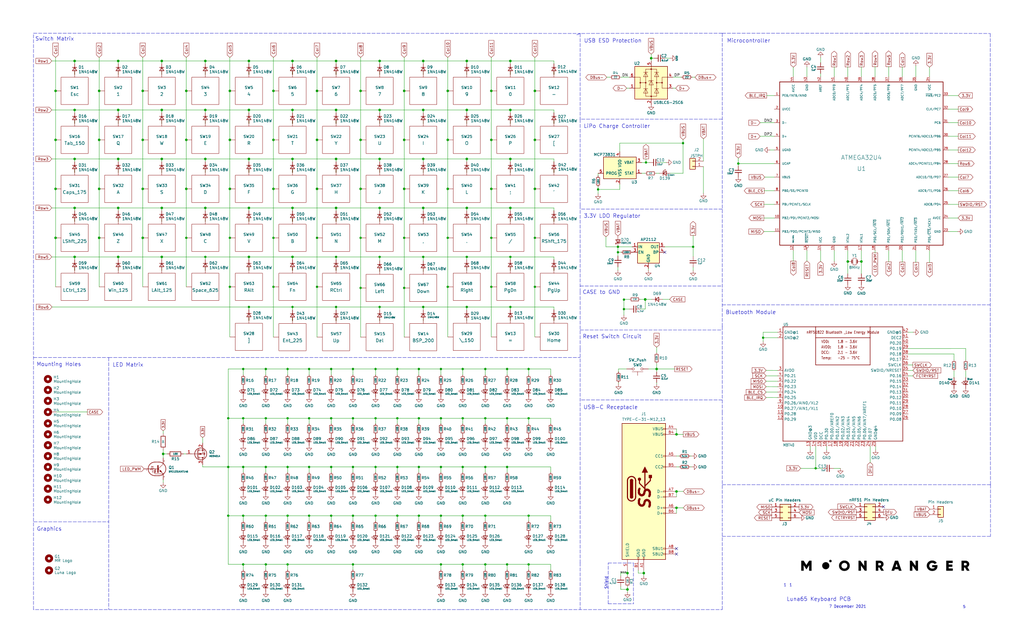
<source format=kicad_sch>
(kicad_sch (version 20211123) (generator eeschema)
  (paper "User" 477.52 299.72)
  (lib_symbols
    (symbol "Adafruit Feather 32u4 Bluefruit LE-eagle-import:NRF51822_MODULE_MDBT40"
      (property "Reference" "U" (at -27.94 27.94 0))
      (property "Value" "NRF51822_MODULE_MDBT40" (at -27.94 -30.48 0))
      (symbol "NRF51822_MODULE_MDBT40_1_0"
        (text "-25 - 75°C" (at -2.54 10.16 0) (effects (font (size 1.27 1.0795)) (justify left bottom)))
        (text "1.8 - 3.6V" (at -2.54 15.24 0) (effects (font (size 1.27 1.0795)) (justify left bottom)))
        (text "1.8 - 3.6V" (at -2.54 17.78 0) (effects (font (size 1.27 1.0795)) (justify left bottom)))
        (text "2.1 - 3.6V" (at -2.54 12.7 0) (effects (font (size 1.27 1.0795)) (justify left bottom)))
        (text "AVDD:" (at -10.16 15.24 0) (effects (font (size 1.27 1.0795)) (justify left bottom)))
        (text "DCC:" (at -10.16 12.7 0) (effects (font (size 1.27 1.0795)) (justify left bottom)))
        (text "nRF51822 Bluetooth _Low Energy Module" (at 0 22.86 0) (effects (font (size 1.27 1.0795))))
        (text "Temp:" (at -10.16 10.16 0) (effects (font (size 1.27 1.0795)) (justify left bottom)))
        (text "VDD:" (at -10.16 17.78 0) (effects (font (size 1.27 1.0795)) (justify left bottom)))
        (pin power_in line (at -30.48 22.86 0) (length 2.54) (name "GND@1") (number "1"))
        (pin bidirectional line (at -30.48 -12.7 0) (length 2.54) (name "P0.27/AIN1/XL1") (number "10"))
        (pin bidirectional line (at -30.48 -15.24 0) (length 2.54) (name "P0.28") (number "11"))
        (pin bidirectional line (at -30.48 -17.78 0) (length 2.54) (name "P0.29") (number "12"))
        (pin power_in line (at -15.24 -30.48 90) (length 2.54) (name "GND@3") (number "13"))
        (pin power_in line (at -12.7 -30.48 90) (length 2.54) (name "VDD") (number "14"))
        (pin power_in line (at -10.16 -30.48 90) (length 2.54) (name "DCC") (number "15"))
        (pin bidirectional line (at -7.62 -30.48 90) (length 2.54) (name "P0.30") (number "16"))
        (pin bidirectional line (at -5.08 -30.48 90) (length 2.54) (name "P0.00/AREF0") (number "17"))
        (pin bidirectional line (at -2.54 -30.48 90) (length 2.54) (name "P0.01/AIN2") (number "18"))
        (pin bidirectional line (at 0 -30.48 90) (length 2.54) (name "P0.02/AIN3") (number "19"))
        (pin power_in line (at -30.48 20.32 0) (length 2.54) (name "GND@2") (number "2"))
        (pin bidirectional line (at 2.54 -30.48 90) (length 2.54) (name "P0.03/AIN4") (number "20"))
        (pin bidirectional line (at 5.08 -30.48 90) (length 2.54) (name "P0.04/AIN5") (number "21"))
        (pin bidirectional line (at 7.62 -30.48 90) (length 2.54) (name "P0.05/AIN6") (number "22"))
        (pin bidirectional line (at 10.16 -30.48 90) (length 2.54) (name "P0.06/AIN7/AREF1") (number "23"))
        (pin bidirectional line (at 12.7 -30.48 90) (length 2.54) (name "P0.07") (number "24"))
        (pin power_in line (at 15.24 -30.48 90) (length 2.54) (name "GND@4") (number "25"))
        (pin bidirectional line (at 30.48 -17.78 180) (length 2.54) (name "P0.08") (number "26"))
        (pin bidirectional line (at 30.48 -15.24 180) (length 2.54) (name "P0.09") (number "27"))
        (pin bidirectional line (at 30.48 -12.7 180) (length 2.54) (name "P0.10") (number "28"))
        (pin bidirectional line (at 30.48 -10.16 180) (length 2.54) (name "P0.11") (number "29"))
        (pin power_in line (at -30.48 5.08 0) (length 2.54) (name "AVDD") (number "3"))
        (pin bidirectional line (at 30.48 -7.62 180) (length 2.54) (name "P0.12") (number "30"))
        (pin bidirectional line (at 30.48 -5.08 180) (length 2.54) (name "P0.13") (number "31"))
        (pin bidirectional line (at 30.48 -2.54 180) (length 2.54) (name "P0.14") (number "32"))
        (pin bidirectional line (at 30.48 0 180) (length 2.54) (name "P0.15") (number "33"))
        (pin bidirectional line (at 30.48 2.54 180) (length 2.54) (name "P0.16") (number "34"))
        (pin bidirectional line (at 30.48 5.08 180) (length 2.54) (name "SWDIO/NRESET") (number "35"))
        (pin bidirectional line (at 30.48 7.62 180) (length 2.54) (name "SWCLK") (number "36"))
        (pin bidirectional line (at 30.48 10.16 180) (length 2.54) (name "P0.17") (number "37"))
        (pin bidirectional line (at 30.48 12.7 180) (length 2.54) (name "P0.18") (number "38"))
        (pin bidirectional line (at 30.48 15.24 180) (length 2.54) (name "P0.19") (number "39"))
        (pin bidirectional line (at -30.48 2.54 0) (length 2.54) (name "P0.21") (number "4"))
        (pin bidirectional line (at 30.48 17.78 180) (length 2.54) (name "P0.20") (number "40"))
        (pin power_in line (at 30.48 20.32 180) (length 2.54) (name "DEC2") (number "41"))
        (pin power_in line (at 30.48 22.86 180) (length 2.54) (name "GND@5") (number "42"))
        (pin bidirectional line (at -30.48 0 0) (length 2.54) (name "P0.22") (number "5"))
        (pin bidirectional line (at -30.48 -2.54 0) (length 2.54) (name "P0.23") (number "6"))
        (pin bidirectional line (at -30.48 -5.08 0) (length 2.54) (name "P0.24") (number "7"))
        (pin bidirectional line (at -30.48 -7.62 0) (length 2.54) (name "P0.25") (number "8"))
        (pin bidirectional line (at -30.48 -10.16 0) (length 2.54) (name "P0.26/AIN0/XL2") (number "9"))
      )
    )
    (symbol "Battery_Management:MCP73831-2-OT" (pin_names (offset 1.016))
      (property "Reference" "U" (at -7.62 6.35 0))
      (property "Value" "MCP73831-2-OT" (at 1.27 6.35 0))
      (symbol "MCP73831-2-OT_1_1"
        (pin output line (at 10.16 -2.54 180) (length 2.54) (name "STAT") (number "1"))
        (pin power_in line (at 0 -7.62 90) (length 2.54) (name "VSS") (number "2"))
        (pin power_out line (at 10.16 2.54 180) (length 2.54) (name "VBAT") (number "3"))
        (pin power_in line (at 0 7.62 270) (length 2.54) (name "VDD") (number "4"))
        (pin input line (at -10.16 -2.54 0) (length 2.54) (name "PROG") (number "5"))
      )
    )
    (symbol "Connector_Generic:Conn_01x02" (pin_names (offset 1.016) hide)
      (property "Reference" "J" (at 0 2.54 0))
      (property "Value" "Conn_01x02" (at 0 -5.08 0))
      (symbol "Conn_01x02_1_1"
        (pin passive line (at -5.08 0 0) (length 3.81) (name "Pin_1") (number "1"))
        (pin passive line (at -5.08 -2.54 0) (length 3.81) (name "Pin_2") (number "2"))
      )
    )
    (symbol "Connector_Generic:Conn_02x03_Odd_Even" (pin_names (offset 1.016) hide)
      (property "Reference" "J" (at 1.27 5.08 0))
      (property "Value" "Conn_02x03_Odd_Even" (at 1.27 -5.08 0))
      (symbol "Conn_02x03_Odd_Even_1_1"
        (pin passive line (at -5.08 2.54 0) (length 3.81) (name "Pin_1") (number "1"))
        (pin passive line (at 7.62 2.54 180) (length 3.81) (name "Pin_2") (number "2"))
        (pin passive line (at -5.08 0 0) (length 3.81) (name "Pin_3") (number "3"))
        (pin passive line (at 7.62 0 180) (length 3.81) (name "Pin_4") (number "4"))
        (pin passive line (at -5.08 -2.54 0) (length 3.81) (name "Pin_5") (number "5"))
        (pin passive line (at 7.62 -2.54 180) (length 3.81) (name "Pin_6") (number "6"))
      )
    )
    (symbol "Device:C_Small" (pin_numbers hide) (pin_names (offset 0.254) hide)
      (property "Reference" "C" (at 0.254 1.778 0))
      (property "Value" "C_Small" (at 0.254 -2.032 0))
      (symbol "C_Small_1_1"
        (pin passive line (at 0 2.54 270) (length 2.032) (name "~") (number "1"))
        (pin passive line (at 0 -2.54 90) (length 2.032) (name "~") (number "2"))
      )
    )
    (symbol "Device:Crystal_Small" (pin_numbers hide) (pin_names (offset 1.016) hide)
      (property "Reference" "Y" (at 0 2.54 0))
      (property "Value" "Crystal_Small" (at 0 -2.54 0))
      (symbol "Crystal_Small_1_1"
        (pin passive line (at -2.54 0 0) (length 1.27) (name "1") (number "1"))
        (pin passive line (at 2.54 0 180) (length 1.27) (name "2") (number "2"))
      )
    )
    (symbol "Device:D_Schottky_Small" (pin_numbers hide) (pin_names (offset 0.254) hide)
      (property "Reference" "D" (at -1.27 2.032 0))
      (property "Value" "D_Schottky_Small" (at -7.112 -2.032 0))
      (symbol "D_Schottky_Small_1_1"
        (pin passive line (at -2.54 0 0) (length 1.778) (name "K") (number "1"))
        (pin passive line (at 2.54 0 180) (length 1.778) (name "A") (number "2"))
      )
    )
    (symbol "Device:D_Small" (pin_numbers hide) (pin_names (offset 0.254) hide)
      (property "Reference" "D" (at -1.27 2.032 0))
      (property "Value" "D_Small" (at -3.81 -2.032 0))
      (symbol "D_Small_1_1"
        (pin passive line (at -2.54 0 0) (length 1.778) (name "K") (number "1"))
        (pin passive line (at 2.54 0 180) (length 1.778) (name "A") (number "2"))
      )
    )
    (symbol "Device:LED_Small" (pin_numbers hide) (pin_names (offset 0.254) hide)
      (property "Reference" "D" (at -1.27 3.175 0))
      (property "Value" "LED_Small" (at -4.445 -2.54 0))
      (symbol "LED_Small_1_1"
        (pin passive line (at -2.54 0 0) (length 1.778) (name "K") (number "1"))
        (pin passive line (at 2.54 0 180) (length 1.778) (name "A") (number "2"))
      )
    )
    (symbol "Device:R" (pin_numbers hide) (pin_names (offset 0))
      (property "Reference" "R" (at 2.032 0 90))
      (property "Value" "R" (at 0 0 90))
      (symbol "R_1_1"
        (pin passive line (at 0 3.81 270) (length 1.27) (name "~") (number "1"))
        (pin passive line (at 0 -3.81 90) (length 1.27) (name "~") (number "2"))
      )
    )
    (symbol "Device:R_Small" (pin_numbers hide) (pin_names (offset 0.254) hide)
      (property "Reference" "R" (at 0.762 0.508 0))
      (property "Value" "R_Small" (at 0.762 -1.016 0))
      (symbol "R_Small_1_1"
        (pin passive line (at 0 2.54 270) (length 0.762) (name "~") (number "1"))
        (pin passive line (at 0 -2.54 90) (length 0.762) (name "~") (number "2"))
      )
    )
    (symbol "Mechanical:MountingHole" (pin_names (offset 1.016))
      (property "Reference" "H" (at 0 5.08 0))
      (property "Value" "MountingHole" (at 0 3.175 0))
    )
    (symbol "Mechanical:MountingHole_Pad" (pin_numbers hide) (pin_names (offset 1.016) hide)
      (property "Reference" "H" (at 0 6.35 0))
      (property "Value" "MountingHole_Pad" (at 0 4.445 0))
      (symbol "MountingHole_Pad_1_1"
        (pin input line (at 0 -2.54 90) (length 2.54) (name "1") (number "1"))
      )
    )
    (symbol "Power_Protection:USBLC6-2SC6" (pin_names hide)
      (property "Reference" "U" (at 2.54 8.89 0))
      (property "Value" "USBLC6-2SC6" (at 2.54 -8.89 0))
      (symbol "USBLC6-2SC6_1_1"
        (pin passive line (at -10.16 -2.54 0) (length 2.54) (name "I/O1") (number "1"))
        (pin passive line (at 0 -10.16 90) (length 2.54) (name "GND") (number "2"))
        (pin passive line (at 10.16 -2.54 180) (length 2.54) (name "I/O2") (number "3"))
        (pin passive line (at 10.16 2.54 180) (length 2.54) (name "I/O2") (number "4"))
        (pin passive line (at 0 10.16 270) (length 2.54) (name "VBUS") (number "5"))
        (pin passive line (at -10.16 2.54 0) (length 2.54) (name "I/O1") (number "6"))
      )
    )
    (symbol "Regulator_Linear:SPX3819M5-L-3-3" (pin_names (offset 0.254))
      (property "Reference" "U" (at -3.81 5.715 0))
      (property "Value" "SPX3819M5-L-3-3" (at 0 5.715 0))
      (symbol "SPX3819M5-L-3-3_1_1"
        (pin power_in line (at -7.62 2.54 0) (length 2.54) (name "IN") (number "1"))
        (pin power_in line (at 0 -7.62 90) (length 2.54) (name "GND") (number "2"))
        (pin input line (at -7.62 0 0) (length 2.54) (name "EN") (number "3"))
        (pin input line (at 7.62 0 180) (length 2.54) (name "BP") (number "4"))
        (pin power_out line (at 7.62 2.54 180) (length 2.54) (name "OUT") (number "5"))
      )
    )
    (symbol "Switch:SW_Push" (pin_numbers hide) (pin_names (offset 1.016) hide)
      (property "Reference" "SW" (at 1.27 2.54 0))
      (property "Value" "SW_Push" (at 0 -1.524 0))
      (symbol "SW_Push_0_1"
        (pin passive line (at -5.08 0 0) (length 2.54) (name "1") (number "1"))
        (pin passive line (at 5.08 0 180) (length 2.54) (name "2") (number "2"))
      )
    )
    (symbol "Transistor_FET:AO3401A" (pin_names hide)
      (property "Reference" "Q" (at 5.08 1.905 0))
      (property "Value" "AO3401A" (at 5.08 0 0))
      (symbol "AO3401A_1_1"
        (pin input line (at -5.08 0 0) (length 2.54) (name "G") (number "1"))
        (pin passive line (at 2.54 -5.08 90) (length 2.54) (name "S") (number "2"))
        (pin passive line (at 2.54 5.08 270) (length 2.54) (name "D") (number "3"))
      )
    )
    (symbol "acheronSymbols:ATMEGA32U4" (pin_names (offset 1.016))
      (property "Reference" "U1" (at 0 -2.413 0))
      (property "Value" "ATMEGA32U4" (at 0 2.794 0))
      (symbol "ATMEGA32U4_1_1"
        (pin bidirectional line (at -40.64 31.75 0) (length 2.54) (name "PE6/INT6/AIN0") (number "1"))
        (pin bidirectional line (at -40.64 -25.4 0) (length 2.54) (name "PB2/PDI/PCINT2/MOSI") (number "10"))
        (pin bidirectional line (at -40.64 -31.75 0) (length 2.54) (name "PB3/PDO/PCINT3/MISO") (number "11"))
        (pin bidirectional line (at -31.75 -40.64 90) (length 2.54) (name "PB7/RTS") (number "12"))
        (pin input inverted (at -25.4 -40.64 90) (length 2.54) (name "~{RESET}") (number "13"))
        (pin power_in line (at -19.05 -40.64 90) (length 2.54) (name "VCC") (number "14"))
        (pin power_in line (at -12.7 -40.64 90) (length 2.54) (name "GND") (number "15"))
        (pin input line (at -6.35 -40.64 90) (length 2.54) (name "XTAL2") (number "16"))
        (pin input line (at 0 -40.64 90) (length 2.54) (name "XTAL1") (number "17"))
        (pin bidirectional line (at 6.35 -40.64 90) (length 2.54) (name "PD0/SCL/~{INT0}") (number "18"))
        (pin bidirectional line (at 12.7 -40.64 90) (length 2.54) (name "PD1/SDA/~{INT1}") (number "19"))
        (pin power_in line (at -40.64 25.4 0) (length 2.54) (name "UVCC") (number "2"))
        (pin bidirectional line (at 19.05 -40.64 90) (length 2.54) (name "PD2/RDX1/~{INT2}") (number "20"))
        (pin bidirectional line (at 25.4 -40.64 90) (length 2.54) (name "PD3/TXD1/~{INT3}") (number "21"))
        (pin bidirectional line (at 31.75 -40.64 90) (length 2.54) (name "PD5/~{CTS}/XCK1") (number "22"))
        (pin power_in line (at 40.64 -31.75 180) (length 2.54) (name "GND") (number "23"))
        (pin power_in line (at 40.64 -25.4 180) (length 2.54) (name "AVCC") (number "24"))
        (pin bidirectional line (at 40.64 -19.05 180) (length 2.54) (name "ADC8/PD4") (number "25"))
        (pin bidirectional line (at 40.64 -12.7 180) (length 2.54) (name "ADC9/T1/PD6") (number "26"))
        (pin bidirectional line (at 40.64 -6.35 180) (length 2.54) (name "ADC10/T0/PD7") (number "27"))
        (pin bidirectional line (at 40.64 0 180) (length 2.54) (name "ADC4/PCINT11/PB4") (number "28"))
        (pin bidirectional line (at 40.64 6.35 180) (length 2.54) (name "PCINT4/ADC12/PB5") (number "29"))
        (pin bidirectional line (at -40.64 19.05 0) (length 2.54) (name "D-") (number "3"))
        (pin bidirectional line (at 40.64 12.7 180) (length 2.54) (name "PCINT6/ADC13/PB6") (number "30"))
        (pin bidirectional line (at 40.64 19.05 180) (length 2.54) (name "PC6") (number "31"))
        (pin bidirectional line (at 40.64 25.4 180) (length 2.54) (name "CLK/PC7") (number "32"))
        (pin bidirectional line (at 40.64 31.75 180) (length 2.54) (name "~{HWB}/PE2") (number "33"))
        (pin power_in line (at 31.75 40.64 270) (length 2.54) (name "VCC") (number "34"))
        (pin power_in line (at 25.4 40.64 270) (length 2.54) (name "GND") (number "35"))
        (pin bidirectional line (at 19.05 40.64 270) (length 2.54) (name "ADC7/PF7") (number "36"))
        (pin bidirectional line (at 12.7 40.64 270) (length 2.54) (name "ADC6/PF6") (number "37"))
        (pin bidirectional line (at 6.35 40.64 270) (length 2.54) (name "ADC5/PF5") (number "38"))
        (pin bidirectional line (at 0 40.64 270) (length 2.54) (name "ADC4/PF4") (number "39"))
        (pin bidirectional line (at -40.64 12.7 0) (length 2.54) (name "D+") (number "4"))
        (pin bidirectional line (at -6.35 40.64 270) (length 2.54) (name "ADC1/PF1") (number "40"))
        (pin bidirectional line (at -12.7 40.64 270) (length 2.54) (name "ADC0/PF0") (number "41"))
        (pin input line (at -19.05 40.64 270) (length 2.54) (name "AREF") (number "42"))
        (pin power_in line (at -25.4 40.64 270) (length 2.54) (name "GND") (number "43"))
        (pin power_in line (at -31.75 40.64 270) (length 2.54) (name "AVCC") (number "44"))
        (pin power_in line (at -40.64 6.35 0) (length 2.54) (name "UGND") (number "5"))
        (pin input line (at -40.64 0 0) (length 2.54) (name "UCAP") (number "6"))
        (pin power_in line (at -40.64 -6.35 0) (length 2.54) (name "VBUS") (number "7"))
        (pin bidirectional line (at -40.64 -12.7 0) (length 2.54) (name "PB0/SS/PCINT0") (number "8"))
        (pin bidirectional line (at -40.64 -19.05 0) (length 2.54) (name "PBI/PCINT1/SCLK") (number "9"))
      )
    )
    (symbol "acheronSymbols:DTC123J" (pin_names (offset 0) hide)
      (property "Reference" "Q" (at 5.08 1.905 0))
      (property "Value" "DTC123J" (at 5.08 0 0))
      (symbol "DTC123J_0_0"
        (text "2k2" (at -2.54 1.016 0) (effects (font (size 0.381 0.381))))
        (text "47k" (at -2.286 -1.27 900) (effects (font (size 0.381 0.381))))
      )
      (symbol "DTC123J_1_1"
        (text "1" (at -5.207 -0.508 0) (effects (font (size 0.381 0.381))))
        (text "2" (at 3.048 -3.683 0) (effects (font (size 0.381 0.381))))
        (text "3" (at 3.048 3.683 0) (effects (font (size 0.381 0.381))))
        (pin input line (at -6.35 0 0) (length 2.54) (name "B") (number "1"))
        (pin passive line (at 2.54 -5.08 90) (length 2.54) (name "E") (number "2"))
        (pin passive line (at 2.54 5.08 270) (length 2.54) (name "C") (number "3"))
      )
    )
    (symbol "acheronSymbols:MXSwitch" (pin_names (offset 1.016))
      (property "Reference" "SW" (at 0 0 0))
      (property "Value" "MXSwitch" (at 0 -3.81 0))
      (symbol "MXSwitch_1_1"
        (pin output line (at -8.89 0 0) (length 2.54) hide (name "Col") (number "1"))
        (pin input line (at 0 8.89 270) (length 2.54) hide (name "Row") (number "2"))
      )
    )
    (symbol "acheronSymbols:TYPE-C-31-M12_13" (pin_names (offset 1.016))
      (property "Reference" "J" (at -1.27 35.56 0))
      (property "Value" "TYPE-C-31-M12_13" (at 10.16 33.02 0))
      (symbol "TYPE-C-31-M12_13_0_0"
        (text "SS" (at 0.508 -3.175 900) (effects (font (size 5.08 5.08) bold italic)))
      )
      (symbol "TYPE-C-31-M12_13_1_1"
        (pin power_out line (at 0 -36.83 90) (length 5.08) (name "GND") (number "A1"))
        (pin power_out line (at 15.24 29.21 180) (length 5.08) (name "VBUS") (number "A4"))
        (pin bidirectional line (at 15.24 16.51 180) (length 5.08) (name "CC1") (number "A5"))
        (pin bidirectional line (at 15.24 -7.62 180) (length 5.08) (name "D+") (number "A6"))
        (pin bidirectional line (at 15.24 0 180) (length 5.08) (name "D-") (number "A7"))
        (pin bidirectional line (at 15.24 -26.67 180) (length 5.08) (name "SBU1") (number "A8"))
        (pin power_out line (at -2.54 -36.83 90) (length 5.08) (name "GND") (number "B1"))
        (pin power_out line (at 15.24 26.67 180) (length 5.08) (name "VBUS") (number "B4"))
        (pin bidirectional line (at 15.24 11.43 180) (length 5.08) (name "CC2") (number "B5"))
        (pin bidirectional line (at 15.24 -10.16 180) (length 5.08) (name "D+") (number "B6"))
        (pin bidirectional line (at 15.24 -2.54 180) (length 5.08) (name "D-") (number "B7"))
        (pin bidirectional line (at 15.24 -29.21 180) (length 5.08) (name "SBU2") (number "B8"))
        (pin passive line (at -7.62 -36.83 90) (length 5.08) (name "SHIELD") (number "S"))
      )
    )
    (symbol "power:GND" (power) (pin_names (offset 0))
      (property "Value" "GND" (at 0 -3.81 0))
      (symbol "GND_1_1"
        (pin power_in line (at 0 0 270) (length 0) hide (name "GND") (number "1"))
      )
    )
  )
  (junction (at 106.426 195.199))
  (junction (at 217.678 51.308) (diameter 1.016))
  (junction (at 113.411 172.212))
  (junction (at 168.148 88.138) (diameter 1.016))
  (junction (at 116.078 28.448) (diameter 1.016))
  (junction (at 249.428 133.858))
  (junction (at 46.228 65.278) (diameter 1.016))
  (junction (at 66.548 110.998) (diameter 1.016))
  (junction (at 156.718 51.308) (diameter 1.016))
  (junction (at 116.078 143.256))
  (junction (at 127.508 42.418) (diameter 1.016))
  (junction (at 197.358 119.888))
  (junction (at 134.112 172.212))
  (junction (at 229.108 65.278) (diameter 1.016))
  (junction (at 237.998 74.168) (diameter 1.016))
  (junction (at 292.608 275.082) (diameter 1.016))
  (junction (at 164.592 217.932))
  (junction (at 95.758 51.308) (diameter 1.016))
  (junction (at 195.326 240.665))
  (junction (at 25.908 42.418) (diameter 1.016))
  (junction (at 205.613 172.212))
  (junction (at 208.788 110.998))
  (junction (at 288.163 117.729))
  (junction (at 55.118 28.448) (diameter 1.016))
  (junction (at 300.228 267.462) (diameter 1.016))
  (junction (at 86.868 110.998))
  (junction (at 217.678 28.448) (diameter 1.016))
  (junction (at 136.398 143.256))
  (junction (at 249.428 65.278) (diameter 1.016))
  (junction (at 236.474 217.932))
  (junction (at 86.868 65.278) (diameter 1.016))
  (junction (at 205.613 195.199))
  (junction (at 315.468 202.692) (diameter 1.016))
  (junction (at 107.188 133.858))
  (junction (at 156.718 143.256))
  (junction (at 177.038 119.888))
  (junction (at 123.952 240.665))
  (junction (at 290.957 144.272))
  (junction (at 113.411 217.932))
  (junction (at 217.678 143.256))
  (junction (at 106.426 217.932))
  (junction (at 188.468 65.278) (diameter 1.016))
  (junction (at 208.788 42.418) (diameter 1.016))
  (junction (at 144.145 240.665))
  (junction (at 136.398 51.308) (diameter 1.016))
  (junction (at 154.432 172.212))
  (junction (at 164.592 172.212))
  (junction (at 66.548 88.138) (diameter 1.016))
  (junction (at 134.112 217.932))
  (junction (at 123.952 217.932))
  (junction (at 315.468 236.982) (diameter 1.016))
  (junction (at 168.148 110.998))
  (junction (at 217.678 74.168) (diameter 1.016))
  (junction (at 154.432 240.665))
  (junction (at 95.758 97.028) (diameter 1.016))
  (junction (at 156.718 119.888))
  (junction (at 76.073 211.836) (diameter 1.016))
  (junction (at 303.657 27.178) (diameter 1.016))
  (junction (at 249.428 42.418) (diameter 1.016))
  (junction (at 147.828 42.418) (diameter 1.016))
  (junction (at 380.365 218.5574))
  (junction (at 175.133 240.665))
  (junction (at 113.411 240.665))
  (junction (at 75.438 51.308) (diameter 1.016))
  (junction (at 215.773 172.212))
  (junction (at 55.118 119.888) (diameter 1.016))
  (junction (at 217.678 97.028) (diameter 1.016))
  (junction (at 229.108 133.858))
  (junction (at 236.474 195.199))
  (junction (at 246.507 240.665))
  (junction (at 249.428 110.998))
  (junction (at 116.078 74.168) (diameter 1.016))
  (junction (at 237.998 51.308) (diameter 1.016))
  (junction (at 175.133 195.199))
  (junction (at 86.868 42.418) (diameter 1.016))
  (junction (at 168.148 42.418) (diameter 1.016))
  (junction (at 147.828 88.138) (diameter 1.016))
  (junction (at 226.314 172.212))
  (junction (at 34.798 97.028) (diameter 1.016))
  (junction (at 237.998 143.256))
  (junction (at 197.358 74.168) (diameter 1.016))
  (junction (at 46.228 110.998) (diameter 1.016))
  (junction (at 229.108 110.998))
  (junction (at 156.718 28.448) (diameter 1.016))
  (junction (at 185.293 240.665))
  (junction (at 215.773 195.199))
  (junction (at 147.828 110.998))
  (junction (at 177.038 74.168) (diameter 1.016))
  (junction (at 229.108 42.418) (diameter 1.016))
  (junction (at 292.608 267.462) (diameter 1.016))
  (junction (at 246.507 263.398))
  (junction (at 215.773 263.398))
  (junction (at 46.228 88.138) (diameter 1.016))
  (junction (at 136.398 28.448) (diameter 1.016))
  (junction (at 306.197 172.212) (diameter 1.016))
  (junction (at 154.432 195.199))
  (junction (at 154.432 217.932))
  (junction (at 236.474 172.212))
  (junction (at 66.548 65.278) (diameter 1.016))
  (junction (at 144.145 172.212))
  (junction (at 144.145 195.199))
  (junction (at 25.908 65.278) (diameter 1.016))
  (junction (at 197.358 28.448) (diameter 1.016))
  (junction (at 113.411 263.398))
  (junction (at 208.788 133.858))
  (junction (at 205.613 240.665))
  (junction (at 215.773 240.665))
  (junction (at 86.868 88.138) (diameter 1.016))
  (junction (at 55.118 51.308) (diameter 1.016))
  (junction (at 168.148 65.278) (diameter 1.016))
  (junction (at 134.112 240.665))
  (junction (at 107.188 65.278) (diameter 1.016))
  (junction (at 55.118 74.168) (diameter 1.016))
  (junction (at 25.908 88.138) (diameter 1.016))
  (junction (at 164.592 263.398))
  (junction (at 197.358 143.256))
  (junction (at 34.798 51.308) (diameter 1.016))
  (junction (at 66.548 42.418) (diameter 1.016))
  (junction (at 177.038 51.308) (diameter 1.016))
  (junction (at 344.297 76.327))
  (junction (at 208.788 65.278) (diameter 1.016))
  (junction (at 236.474 263.398))
  (junction (at 175.133 172.212))
  (junction (at 188.468 110.998))
  (junction (at 136.398 74.168) (diameter 1.016))
  (junction (at 25.908 110.998) (diameter 1.016))
  (junction (at 226.314 263.398))
  (junction (at 123.952 172.212))
  (junction (at 34.798 119.888) (diameter 1.016))
  (junction (at 323.215 115.189))
  (junction (at 136.398 119.888) (diameter 1.016))
  (junction (at 127.508 110.998))
  (junction (at 226.314 240.665))
  (junction (at 195.326 217.932))
  (junction (at 208.788 88.138) (diameter 1.016))
  (junction (at 318.516 66.802))
  (junction (at 107.188 110.998))
  (junction (at 185.293 217.932))
  (junction (at 127.508 88.138) (diameter 1.016))
  (junction (at 217.678 119.888))
  (junction (at 95.758 74.168) (diameter 1.016))
  (junction (at 127.508 133.858))
  (junction (at 168.148 134.366))
  (junction (at 175.133 217.932))
  (junction (at 116.078 119.888) (diameter 1.016))
  (junction (at 106.426 240.665))
  (junction (at 355.854 157.607))
  (junction (at 95.758 28.448) (diameter 1.016))
  (junction (at 237.998 97.028) (diameter 1.016))
  (junction (at 144.145 217.932))
  (junction (at 34.798 74.168) (diameter 1.016))
  (junction (at 156.718 74.168) (diameter 1.016))
  (junction (at 177.038 28.448) (diameter 1.016))
  (junction (at 127.508 65.278) (diameter 1.016))
  (junction (at 55.118 97.028) (diameter 1.016))
  (junction (at 75.438 97.028) (diameter 1.016))
  (junction (at 237.998 28.448) (diameter 1.016))
  (junction (at 46.228 42.418) (diameter 1.016))
  (junction (at 107.188 42.418) (diameter 1.016))
  (junction (at 226.314 195.199))
  (junction (at 195.326 172.212))
  (junction (at 164.592 240.665))
  (junction (at 116.078 51.308) (diameter 1.016))
  (junction (at 116.078 97.028) (diameter 1.016))
  (junction (at 226.314 217.932))
  (junction (at 197.358 51.308) (diameter 1.016))
  (junction (at 197.358 97.028) (diameter 1.016))
  (junction (at 215.773 217.932))
  (junction (at 75.438 74.168) (diameter 1.016))
  (junction (at 290.957 139.827))
  (junction (at 123.952 263.398))
  (junction (at 288.163 115.189))
  (junction (at 134.112 195.199))
  (junction (at 246.507 172.212))
  (junction (at 229.108 88.138) (diameter 1.016))
  (junction (at 177.038 97.028) (diameter 1.016))
  (junction (at 177.038 143.256))
  (junction (at 246.507 195.199))
  (junction (at 147.828 133.858))
  (junction (at 134.112 263.398))
  (junction (at 75.438 28.448) (diameter 1.016))
  (junction (at 401.701 122.047) (diameter 1.016))
  (junction (at 195.326 195.199))
  (junction (at 188.468 134.366))
  (junction (at 147.828 65.278) (diameter 1.016))
  (junction (at 107.188 88.138) (diameter 1.016))
  (junction (at 188.468 88.138) (diameter 1.016))
  (junction (at 278.892 88.392))
  (junction (at 249.428 88.138) (diameter 1.016))
  (junction (at 34.798 28.448) (diameter 1.016))
  (junction (at 185.293 172.212))
  (junction (at 300.863 139.7) (diameter 1.016))
  (junction (at 301.244 75.819))
  (junction (at 205.613 217.932))
  (junction (at 315.468 229.362) (diameter 1.016))
  (junction (at 185.293 195.199))
  (junction (at 123.952 195.199))
  (junction (at 164.592 195.199))
  (junction (at 136.398 97.028) (diameter 1.016))
  (junction (at 188.468 42.418) (diameter 1.016))
  (junction (at 95.758 119.888))
  (junction (at 395.351 122.047) (diameter 1.016))
  (junction (at 300.863 139.827))
  (junction (at 75.438 119.888) (diameter 1.016))
  (junction (at 113.411 195.199))
  (junction (at 237.998 119.888))
  (junction (at 205.613 263.398))
  (junction (at 156.718 97.028) (diameter 1.016))
  (no_connect (at 315.468 256.032))
  (no_connect (at 411.988 236.474))
  (no_connect (at 310.007 117.729))
  (no_connect (at 315.468 258.572))
  (wire (pts (xy 123.952 175.006) (xy 123.952 172.212)))
  (wire (pts (xy 258.318 57.658) (xy 258.318 56.388)))
  (wire (pts (xy 237.998 126.238) (xy 237.998 124.968)))
  (wire (pts (xy 401.701 127.762) (xy 401.701 122.047)))
  (wire (pts (xy 401.701 122.047) (xy 401.701 116.967)))
  (wire (pts (xy 134.112 240.665) (xy 134.112 243.205)))
  (wire (pts (xy 197.358 149.733) (xy 197.358 148.463)))
  (wire (pts (xy 208.788 133.858) (xy 208.788 157.226)))
  (wire (pts (xy 75.438 80.518) (xy 75.438 79.248)))
  (wire (pts (xy 75.438 74.168) (xy 95.758 74.168)))
  (wire (pts (xy 136.398 97.028) (xy 156.718 97.028)))
  (wire (pts (xy 154.432 217.932) (xy 154.432 220.472)))
  (wire (pts (xy 55.118 119.888) (xy 75.438 119.888)))
  (polyline (pts (xy 336.804 192.151) (xy 336.804 241.046)))
  (wire (pts (xy 305.943 80.899) (xy 307.467 80.899)))
  (wire (pts (xy 229.108 110.998) (xy 229.108 133.858)))
  (wire (pts (xy 95.758 80.518) (xy 95.758 79.248)))
  (wire (pts (xy 315.468 200.152) (xy 315.468 202.692)))
  (wire (pts (xy 197.358 126.746) (xy 197.358 125.476)))
  (wire (pts (xy 116.078 126.238) (xy 116.078 124.968)))
  (wire (pts (xy 442.341 63.627) (xy 446.913 63.627)))
  (wire (pts (xy 289.052 66.802) (xy 318.516 66.802)))
  (wire (pts (xy 66.548 65.278) (xy 66.548 88.138)))
  (wire (pts (xy 46.228 42.418) (xy 46.228 65.278)))
  (wire (pts (xy 357.251 177.9174) (xy 362.585 177.927)))
  (wire (pts (xy 34.798 126.238) (xy 34.798 124.968)))
  (wire (pts (xy 156.718 34.798) (xy 156.718 33.528)))
  (wire (pts (xy 76.073 223.901) (xy 76.073 225.171)))
  (wire (pts (xy 357.251 185.5374) (xy 362.585 185.547)))
  (wire (pts (xy 237.998 28.448) (xy 237.998 29.718)))
  (wire (pts (xy 217.678 74.168) (xy 217.678 75.438)))
  (wire (pts (xy 433.451 116.967) (xy 433.451 122.555)))
  (wire (pts (xy 94.488 216.916) (xy 94.488 217.932)))
  (wire (pts (xy 34.798 103.378) (xy 34.798 102.108)))
  (wire (pts (xy 226.314 175.006) (xy 226.314 172.212)))
  (wire (pts (xy 369.951 116.967) (xy 369.951 121.793)))
  (polyline (pts (xy 270.51 95.758) (xy 270.51 135.89)) (stroke (width 0) (type dash)))
  (wire (pts (xy 356.235 95.377) (xy 361.061 95.377)))
  (wire (pts (xy 34.798 97.028) (xy 55.118 97.028)))
  (wire (pts (xy 323.215 124.714) (xy 323.215 126.238)))
  (wire (pts (xy 229.108 88.138) (xy 229.108 110.998)))
  (wire (pts (xy 373.38 218.5574) (xy 380.365 218.5574)))
  (wire (pts (xy 380.365 218.5574) (xy 383.667 218.5574)))
  (wire (pts (xy 249.428 133.858) (xy 249.428 157.226)))
  (polyline (pts (xy 336.804 142.24) (xy 461.772 142.24)))
  (wire (pts (xy 24.13 28.448) (xy 34.798 28.448)))
  (wire (pts (xy 106.426 217.932) (xy 106.426 240.665)))
  (wire (pts (xy 34.798 57.658) (xy 34.798 56.388)))
  (wire (pts (xy 197.358 57.658) (xy 197.358 56.388)))
  (wire (pts (xy 86.868 26.797) (xy 86.868 42.418)))
  (polyline (pts (xy 283.591 281.813) (xy 283.591 262.763)) (stroke (width 0) (type dash)))
  (wire (pts (xy 385.445 209.9214) (xy 385.445 208.407)))
  (wire (pts (xy 217.678 28.448) (xy 217.678 29.718)))
  (wire (pts (xy 144.145 240.665) (xy 144.145 243.205)))
  (wire (pts (xy 389.001 31.242) (xy 389.001 35.687)))
  (wire (pts (xy 408.051 31.115) (xy 408.051 35.687)))
  (wire (pts (xy 237.998 149.606) (xy 237.998 148.336)))
  (wire (pts (xy 156.718 149.733) (xy 156.718 148.463)))
  (wire (pts (xy 217.678 149.733) (xy 217.678 148.336)))
  (wire (pts (xy 164.592 175.006) (xy 164.592 172.212)))
  (wire (pts (xy 116.078 97.028) (xy 116.078 98.298)))
  (wire (pts (xy 321.818 217.932) (xy 322.453 217.932)))
  (wire (pts (xy 359.029 69.977) (xy 361.061 69.977)))
  (polyline (pts (xy 403.733 15.494) (xy 461.772 15.6306)))
  (polyline (pts (xy 461.772 15.6306) (xy 461.772 154.1876)))
  (wire (pts (xy 113.411 263.398) (xy 113.411 265.938)))
  (wire (pts (xy 289.433 275.082) (xy 292.608 275.082)))
  (wire (pts (xy 55.118 103.378) (xy 55.118 102.108)))
  (wire (pts (xy 127.508 110.998) (xy 127.508 133.858)))
  (wire (pts (xy 389.001 116.967) (xy 389.001 121.92)))
  (wire (pts (xy 188.468 42.418) (xy 188.468 65.278)))
  (wire (pts (xy 401.701 31.242) (xy 401.701 35.687)))
  (polyline (pts (xy 270.51 262.636) (xy 270.51 284.48)))
  (wire (pts (xy 197.358 28.448) (xy 197.358 29.718)))
  (wire (pts (xy 134.112 195.199) (xy 134.112 197.739)))
  (wire (pts (xy 256.794 175.006) (xy 256.794 172.212)))
  (wire (pts (xy 205.613 175.006) (xy 205.613 172.212)))
  (wire (pts (xy 237.998 28.448) (xy 258.318 28.448)))
  (wire (pts (xy 175.133 240.665) (xy 175.133 243.205)))
  (wire (pts (xy 106.426 240.665) (xy 113.411 240.665)))
  (wire (pts (xy 123.952 240.665) (xy 134.112 240.665)))
  (wire (pts (xy 134.112 240.665) (xy 144.145 240.665)))
  (wire (pts (xy 175.133 240.665) (xy 185.293 240.665)))
  (wire (pts (xy 185.293 240.665) (xy 195.326 240.665)))
  (wire (pts (xy 246.507 240.665) (xy 256.794 240.665)))
  (wire (pts (xy 205.613 240.665) (xy 215.773 240.665)))
  (wire (pts (xy 215.773 240.665) (xy 226.314 240.665)))
  (wire (pts (xy 195.326 240.665) (xy 205.613 240.665)))
  (wire (pts (xy 226.314 240.665) (xy 246.507 240.665)))
  (wire (pts (xy 113.411 240.665) (xy 123.952 240.665)))
  (wire (pts (xy 154.432 240.665) (xy 164.592 240.665)))
  (wire (pts (xy 144.145 240.665) (xy 154.432 240.665)))
  (wire (pts (xy 164.592 240.665) (xy 175.133 240.665)))
  (wire (pts (xy 282.575 115.189) (xy 288.163 115.189)))
  (wire (pts (xy 282.575 110.49) (xy 282.575 115.189)))
  (wire (pts (xy 217.678 51.308) (xy 217.678 52.578)))
  (wire (pts (xy 258.318 119.888) (xy 258.318 121.158)))
  (wire (pts (xy 357.251 175.3774) (xy 362.585 175.387)))
  (wire (pts (xy 355.854 157.607) (xy 362.585 157.607)))
  (wire (pts (xy 355.854 159.385) (xy 355.854 157.607)))
  (wire (pts (xy 156.718 143.256) (xy 156.718 144.653)))
  (wire (pts (xy 278.892 80.899) (xy 278.892 82.042)))
  (polyline (pts (xy 336.804 186.69) (xy 270.51 186.69)))
  (wire (pts (xy 136.398 149.733) (xy 136.398 148.463)))
  (wire (pts (xy 75.438 121.158) (xy 75.438 119.888)))
  (wire (pts (xy 306.197 164.592) (xy 306.197 162.052)))
  (wire (pts (xy 55.118 28.448) (xy 75.438 28.448)))
  (wire (pts (xy 177.038 126.746) (xy 177.038 125.476)))
  (wire (pts (xy 75.438 28.448) (xy 95.758 28.448)))
  (wire (pts (xy 34.798 34.798) (xy 34.798 33.528)))
  (wire (pts (xy 229.108 26.797) (xy 229.108 42.418)))
  (wire (pts (xy 46.228 88.138) (xy 46.228 110.998)))
  (wire (pts (xy 164.592 240.665) (xy 164.592 243.205)))
  (wire (pts (xy 302.387 125.349) (xy 302.387 126.111)))
  (wire (pts (xy 237.998 74.168) (xy 258.318 74.168)))
  (wire (pts (xy 299.212 80.899) (xy 300.863 80.899)))
  (wire (pts (xy 395.351 122.047) (xy 395.986 122.047)))
  (wire (pts (xy 217.678 97.028) (xy 217.678 98.298)))
  (wire (pts (xy 420.751 31.242) (xy 420.751 35.687)))
  (wire (pts (xy 46.228 110.998) (xy 46.228 133.858)))
  (wire (pts (xy 116.078 28.448) (xy 136.398 28.448)))
  (wire (pts (xy 95.758 57.658) (xy 95.758 56.388)))
  (wire (pts (xy 344.297 76.327) (xy 344.297 77.47)))
  (wire (pts (xy 433.451 31.369) (xy 433.451 35.687)))
  (wire (pts (xy 106.426 172.212) (xy 106.426 195.199)))
  (wire (pts (xy 106.426 195.199) (xy 106.426 217.932)))
  (wire (pts (xy 303.657 28.448) (xy 303.657 27.178)))
  (wire (pts (xy 185.293 175.006) (xy 185.293 172.212)))
  (wire (pts (xy 303.657 25.273) (xy 303.657 27.178)))
  (wire (pts (xy 357.505 44.577) (xy 361.061 44.577)))
  (wire (pts (xy 357.251 182.9974) (xy 362.585 183.007)))
  (wire (pts (xy 116.078 34.798) (xy 116.078 33.528)))
  (wire (pts (xy 185.293 217.932) (xy 185.293 220.472)))
  (wire (pts (xy 134.112 175.006) (xy 134.112 172.212)))
  (wire (pts (xy 136.398 28.448) (xy 136.398 29.718)))
  (wire (pts (xy 136.398 74.168) (xy 156.718 74.168)))
  (wire (pts (xy 164.592 263.398) (xy 164.592 265.938)))
  (wire (pts (xy 75.438 119.888) (xy 95.758 119.888)))
  (wire (pts (xy 95.758 119.888) (xy 116.078 119.888)))
  (wire (pts (xy 116.078 119.888) (xy 136.398 119.888)))
  (wire (pts (xy 136.398 119.888) (xy 156.718 119.888)))
  (wire (pts (xy 197.358 97.028) (xy 197.358 98.298)))
  (wire (pts (xy 156.718 74.168) (xy 156.718 75.438)))
  (wire (pts (xy 34.798 80.518) (xy 34.798 79.248)))
  (wire (pts (xy 136.398 51.308) (xy 136.398 52.578)))
  (wire (pts (xy 164.592 217.932) (xy 164.592 220.472)))
  (wire (pts (xy 289.56 36.068) (xy 293.497 36.068)))
  (wire (pts (xy 226.314 240.665) (xy 226.314 243.205)))
  (wire (pts (xy 147.828 88.138) (xy 147.828 110.998)))
  (wire (pts (xy 46.228 26.797) (xy 46.228 42.418)))
  (wire (pts (xy 55.118 98.298) (xy 55.118 97.028)))
  (wire (pts (xy 123.952 217.932) (xy 123.952 220.472)))
  (wire (pts (xy 205.613 195.199) (xy 205.613 197.739)))
  (wire (pts (xy 376.301 116.967) (xy 376.301 121.793)))
  (wire (pts (xy 95.758 74.168) (xy 116.078 74.168)))
  (wire (pts (xy 208.788 110.998) (xy 208.788 133.858)))
  (wire (pts (xy 306.197 172.212) (xy 306.197 173.482)))
  (wire (pts (xy 147.828 133.858) (xy 147.828 157.353)))
  (wire (pts (xy 258.318 34.798) (xy 258.318 33.528)))
  (wire (pts (xy 123.952 263.398) (xy 123.952 265.938)))
  (wire (pts (xy 116.078 51.308) (xy 116.078 52.578)))
  (wire (pts (xy 177.038 119.888) (xy 177.038 121.666)))
  (wire (pts (xy 313.817 36.068) (xy 317.754 36.068)))
  (wire (pts (xy 86.868 42.418) (xy 86.868 65.278)))
  (wire (pts (xy 302.387 172.212) (xy 306.197 172.212)))
  (wire (pts (xy 356.362 89.027) (xy 361.061 89.027)))
  (wire (pts (xy 168.148 110.998) (xy 168.148 134.366)))
  (wire (pts (xy 116.078 149.606) (xy 116.078 148.336)))
  (wire (pts (xy 215.773 240.665) (xy 215.773 243.205)))
  (wire (pts (xy 95.758 28.448) (xy 95.758 29.718)))
  (wire (pts (xy 75.438 97.028) (xy 75.438 98.298)))
  (wire (pts (xy 116.078 74.168) (xy 136.398 74.168)))
  (wire (pts (xy 380.365 208.407) (xy 380.365 218.5574)))
  (wire (pts (xy 177.038 28.448) (xy 197.358 28.448)))
  (wire (pts (xy 306.197 172.212) (xy 314.579 172.212)))
  (wire (pts (xy 425.704 172.8374) (xy 423.545 172.847)))
  (wire (pts (xy 382.651 26.797) (xy 382.651 29.21)))
  (wire (pts (xy 156.718 51.308) (xy 156.718 52.578)))
  (wire (pts (xy 197.358 51.308) (xy 197.358 52.578)))
  (wire (pts (xy 258.318 143.256) (xy 258.318 144.526)))
  (wire (pts (xy 195.326 175.006) (xy 195.326 172.212)))
  (wire (pts (xy 144.145 175.006) (xy 144.145 172.212)))
  (wire (pts (xy 113.411 175.006) (xy 113.411 172.212)))
  (wire (pts (xy 344.297 76.327) (xy 361.061 76.327)))
  (wire (pts (xy 107.188 133.858) (xy 107.188 157.226)))
  (wire (pts (xy 301.244 74.168) (xy 301.244 75.819)))
  (wire (pts (xy 297.688 267.462) (xy 300.228 267.462)))
  (wire (pts (xy 217.678 126.238) (xy 217.678 124.968)))
  (wire (pts (xy 85.598 211.836) (xy 86.868 211.836)))
  (wire (pts (xy 208.788 26.797) (xy 208.788 42.418)))
  (wire (pts (xy 75.438 28.448) (xy 75.438 29.718)))
  (wire (pts (xy 226.314 195.199) (xy 226.314 197.739)))
  (polyline (pts (xy 15.621 143.51) (xy 15.621 15.494)))
  (polyline (pts (xy 214.63 166.878) (xy 50.673 166.878)))
  (polyline (pts (xy 15.621 15.494) (xy 270.51 15.621)))
  (wire (pts (xy 75.438 34.798) (xy 75.438 33.528)))
  (wire (pts (xy 278.892 87.122) (xy 278.892 88.392)))
  (wire (pts (xy 395.351 31.242) (xy 395.351 35.687)))
  (wire (pts (xy 136.398 34.798) (xy 136.398 33.528)))
  (wire (pts (xy 442.341 95.377) (xy 447.04 95.377)))
  (wire (pts (xy 136.398 74.168) (xy 136.398 75.438)))
  (wire (pts (xy 357.251 172.8374) (xy 362.585 172.847)))
  (wire (pts (xy 195.326 217.932) (xy 195.326 220.472)))
  (wire (pts (xy 408.305 209.9214) (xy 408.305 208.407)))
  (wire (pts (xy 76.073 211.836) (xy 77.978 211.836)))
  (wire (pts (xy 208.788 42.418) (xy 208.788 65.278)))
  (wire (pts (xy 144.145 217.932) (xy 144.145 220.472)))
  (wire (pts (xy 249.428 65.278) (xy 249.428 88.138)))
  (wire (pts (xy 205.613 263.398) (xy 205.613 265.938)))
  (wire (pts (xy 288.163 115.189) (xy 288.163 117.729)))
  (wire (pts (xy 75.438 51.308) (xy 95.758 51.308)))
  (wire (pts (xy 55.118 51.308) (xy 75.438 51.308)))
  (wire (pts (xy 95.758 51.308) (xy 116.078 51.308)))
  (wire (pts (xy 24.13 51.308) (xy 34.798 51.308)))
  (wire (pts (xy 34.798 51.308) (xy 55.118 51.308)))
  (wire (pts (xy 116.078 51.308) (xy 136.398 51.308)))
  (wire (pts (xy 237.998 51.308) (xy 258.318 51.308)))
  (wire (pts (xy 217.678 51.308) (xy 237.998 51.308)))
  (wire (pts (xy 197.358 51.308) (xy 217.678 51.308)))
  (wire (pts (xy 177.038 51.308) (xy 197.358 51.308)))
  (wire (pts (xy 136.398 51.308) (xy 156.718 51.308)))
  (wire (pts (xy 156.718 51.308) (xy 177.038 51.308)))
  (wire (pts (xy 278.892 88.392) (xy 289.052 88.392)))
  (wire (pts (xy 289.052 88.392) (xy 289.052 85.979)))
  (wire (pts (xy 258.318 103.378) (xy 258.318 102.108)))
  (wire (pts (xy 318.516 66.802) (xy 318.516 80.899)))
  (wire (pts (xy 318.516 65.151) (xy 318.516 66.802)))
  (wire (pts (xy 156.718 28.448) (xy 177.038 28.448)))
  (wire (pts (xy 95.758 97.028) (xy 95.758 98.298)))
  (wire (pts (xy 154.432 240.665) (xy 154.432 243.205)))
  (wire (pts (xy 237.998 143.256) (xy 237.998 144.526)))
  (wire (pts (xy 127.508 42.418) (xy 127.508 65.278)))
  (wire (pts (xy 107.188 26.797) (xy 107.188 42.418)))
  (wire (pts (xy 307.848 75.819) (xy 310.642 75.819)))
  (wire (pts (xy 344.297 73.787) (xy 344.297 76.327)))
  (wire (pts (xy 427.101 116.967) (xy 427.101 122.428)))
  (wire (pts (xy 147.828 26.797) (xy 147.828 42.418)))
  (wire (pts (xy 249.428 26.797) (xy 249.428 42.418)))
  (wire (pts (xy 147.828 65.278) (xy 147.828 88.138)))
  (wire (pts (xy 217.678 80.518) (xy 217.678 79.248)))
  (wire (pts (xy 356.616 82.677) (xy 361.061 82.677)))
  (wire (pts (xy 156.718 126.238) (xy 156.718 124.968)))
  (wire (pts (xy 313.817 41.148) (xy 315.087 41.148)))
  (wire (pts (xy 442.341 89.027) (xy 447.04 89.027)))
  (wire (pts (xy 136.398 143.256) (xy 136.398 144.653)))
  (wire (pts (xy 75.438 51.308) (xy 75.438 52.578)))
  (polyline (pts (xy 283.591 262.763) (xy 295.402 262.763)) (stroke (width 0) (type dash)))
  (wire (pts (xy 177.038 34.798) (xy 177.038 33.528)))
  (wire (pts (xy 292.608 267.462) (xy 292.608 268.732)))
  (wire (pts (xy 321.818 212.852) (xy 322.453 212.852)))
  (wire (pts (xy 175.133 217.932) (xy 175.133 220.472)))
  (polyline (pts (xy 461.899 226.187) (xy 461.772 154.178)))
  (polyline (pts (xy 336.804 226.187) (xy 461.899 226.187)))
  (wire (pts (xy 249.428 88.138) (xy 249.428 110.998)))
  (wire (pts (xy 405.765 208.407) (xy 405.765 215.773)))
  (wire (pts (xy 106.426 172.212) (xy 113.411 172.212)))
  (wire (pts (xy 123.952 172.212) (xy 134.112 172.212)))
  (wire (pts (xy 205.613 172.212) (xy 215.773 172.212)))
  (wire (pts (xy 195.326 172.212) (xy 205.613 172.212)))
  (wire (pts (xy 236.474 172.212) (xy 246.507 172.212)))
  (wire (pts (xy 226.314 172.212) (xy 236.474 172.212)))
  (wire (pts (xy 215.773 172.212) (xy 226.314 172.212)))
  (wire (pts (xy 246.507 172.212) (xy 256.794 172.212)))
  (wire (pts (xy 113.411 172.212) (xy 123.952 172.212)))
  (wire (pts (xy 185.293 172.212) (xy 195.326 172.212)))
  (wire (pts (xy 175.133 172.212) (xy 185.293 172.212)))
  (wire (pts (xy 134.112 172.212) (xy 144.145 172.212)))
  (wire (pts (xy 144.145 172.212) (xy 154.432 172.212)))
  (wire (pts (xy 164.592 172.212) (xy 175.133 172.212)))
  (wire (pts (xy 154.432 172.212) (xy 164.592 172.212)))
  (wire (pts (xy 136.398 126.238) (xy 136.398 124.968)))
  (wire (pts (xy 414.401 31.115) (xy 414.401 35.687)))
  (wire (pts (xy 289.433 273.812) (xy 289.433 275.082)))
  (wire (pts (xy 442.341 69.977) (xy 446.913 69.977)))
  (wire (pts (xy 123.952 240.665) (xy 123.952 243.205)))
  (wire (pts (xy 107.188 42.418) (xy 107.188 65.278)))
  (wire (pts (xy 306.197 178.562) (xy 306.197 179.197)))
  (wire (pts (xy 444.881 173.0914) (xy 444.881 176.1394)))
  (wire (pts (xy 75.438 97.028) (xy 95.758 97.028)))
  (wire (pts (xy 256.794 217.932) (xy 256.794 220.472)))
  (wire (pts (xy 116.078 80.518) (xy 116.078 79.248)))
  (wire (pts (xy 168.148 26.797) (xy 168.148 42.418)))
  (wire (pts (xy 113.411 195.199) (xy 113.411 197.739)))
  (wire (pts (xy 300.228 267.462) (xy 300.228 266.192)))
  (wire (pts (xy 315.468 229.362) (xy 315.468 231.902)))
  (wire (pts (xy 188.468 26.797) (xy 188.468 42.418)))
  (wire (pts (xy 197.358 103.378) (xy 197.358 102.108)))
  (wire (pts (xy 288.417 178.562) (xy 288.417 179.197)))
  (wire (pts (xy 55.118 51.308) (xy 55.118 52.578)))
  (wire (pts (xy 107.188 65.278) (xy 107.188 88.138)))
  (wire (pts (xy 25.908 26.797) (xy 25.908 42.418)))
  (wire (pts (xy 236.474 175.006) (xy 236.474 172.212)))
  (polyline (pts (xy 214.63 166.878) (xy 270.51 166.878)) (stroke (width 0) (type dash)))
  (polyline (pts (xy 270.51 162.814) (xy 270.51 262.636)) (stroke (width 0) (type dash)))
  (wire (pts (xy 292.608 266.192) (xy 292.608 267.462)))
  (wire (pts (xy 258.318 97.028) (xy 258.318 98.298)))
  (wire (pts (xy 107.188 88.138) (xy 107.188 110.998)))
  (wire (pts (xy 55.118 57.658) (xy 55.118 56.388)))
  (wire (pts (xy 215.773 263.398) (xy 215.773 265.938)))
  (wire (pts (xy 144.145 195.199) (xy 144.145 197.739)))
  (wire (pts (xy 177.038 28.448) (xy 177.038 29.718)))
  (wire (pts (xy 25.908 110.998) (xy 25.908 133.858)))
  (wire (pts (xy 156.718 103.378) (xy 156.718 102.108)))
  (wire (pts (xy 356.235 101.727) (xy 361.061 101.727)))
  (wire (pts (xy 177.038 80.518) (xy 177.038 79.248)))
  (wire (pts (xy 256.794 240.665) (xy 256.794 243.205)))
  (wire (pts (xy 442.341 76.327) (xy 446.913 76.327)))
  (wire (pts (xy 197.358 119.888) (xy 197.358 121.666)))
  (wire (pts (xy 246.507 175.006) (xy 246.507 172.212)))
  (wire (pts (xy 113.411 240.665) (xy 113.411 243.205)))
  (wire (pts (xy 177.038 97.028) (xy 197.358 97.028)))
  (wire (pts (xy 217.678 34.798) (xy 217.678 33.528)))
  (wire (pts (xy 258.318 74.168) (xy 258.318 75.438)))
  (wire (pts (xy 315.468 229.362) (xy 318.643 229.362)))
  (wire (pts (xy 215.773 175.006) (xy 215.773 172.212)))
  (wire (pts (xy 136.398 103.378) (xy 136.398 102.108)))
  (wire (pts (xy 217.678 143.256) (xy 217.678 144.653)))
  (wire (pts (xy 168.148 65.278) (xy 168.148 88.138)))
  (wire (pts (xy 308.991 139.7) (xy 312.293 139.7)))
  (wire (pts (xy 278.892 88.392) (xy 278.892 90.424)))
  (wire (pts (xy 55.118 74.168) (xy 75.438 74.168)))
  (wire (pts (xy 24.13 74.168) (xy 34.798 74.168)))
  (wire (pts (xy 34.798 74.168) (xy 55.118 74.168)))
  (wire (pts (xy 107.188 110.998) (xy 107.188 133.858)))
  (wire (pts (xy 246.507 263.398) (xy 246.507 265.938)))
  (wire (pts (xy 24.13 119.888) (xy 34.798 119.888)))
  (wire (pts (xy 395.351 122.047) (xy 395.351 116.967)))
  (wire (pts (xy 395.351 127.762) (xy 395.351 122.047)))
  (wire (pts (xy 300.863 139.7) (xy 303.911 139.7)))
  (wire (pts (xy 298.577 139.7) (xy 300.863 139.7)))
  (wire (pts (xy 217.678 28.448) (xy 237.998 28.448)))
  (polyline (pts (xy 295.402 262.763) (xy 295.402 281.813)) (stroke (width 0) (type dash)))
  (wire (pts (xy 197.358 143.256) (xy 197.358 144.653)))
  (wire (pts (xy 236.474 263.398) (xy 236.474 265.938)))
  (polyline (pts (xy 336.804 284.48) (xy 336.804 241.046)))
  (polyline (pts (xy 214.884 284.48) (xy 336.804 284.48)))
  (wire (pts (xy 328.041 64.77) (xy 328.041 75.184)))
  (wire (pts (xy 229.108 42.418) (xy 229.108 65.278)))
  (polyline (pts (xy 15.748 243.586) (xy 50.8 243.586)))
  (wire (pts (xy 25.908 42.418) (xy 25.908 65.278)))
  (wire (pts (xy 25.908 65.278) (xy 25.908 88.138)))
  (polyline (pts (xy 336.804 97.536) (xy 270.51 97.536)) (stroke (width 0) (type dash)))
  (wire (pts (xy 377.825 209.9214) (xy 377.825 208.407)))
  (wire (pts (xy 197.358 97.028) (xy 217.678 97.028)))
  (wire (pts (xy 127.508 133.858) (xy 127.508 157.353)))
  (polyline (pts (xy 270.51 55.626) (xy 270.51 95.758)) (stroke (width 0) (type dash)))
  (wire (pts (xy 75.438 126.238) (xy 75.438 124.968)))
  (wire (pts (xy 450.342 173.0914) (xy 450.342 176.1394)))
  (wire (pts (xy 408.051 116.967) (xy 408.051 117.983)))
  (wire (pts (xy 34.798 98.298) (xy 34.798 97.028)))
  (wire (pts (xy 25.908 88.138) (xy 25.908 110.998)))
  (wire (pts (xy 154.432 195.199) (xy 154.432 197.739)))
  (wire (pts (xy 362.585 155.067) (xy 355.854 155.067)))
  (wire (pts (xy 355.854 155.067) (xy 355.854 157.607)))
  (wire (pts (xy 289.687 117.729) (xy 288.163 117.729)))
  (wire (pts (xy 136.398 121.158) (xy 136.398 119.888)))
  (wire (pts (xy 156.718 97.028) (xy 156.718 98.298)))
  (wire (pts (xy 237.998 74.168) (xy 237.998 75.438)))
  (wire (pts (xy 188.468 88.138) (xy 188.468 110.998)))
  (wire (pts (xy 116.078 97.028) (xy 136.398 97.028)))
  (polyline (pts (xy 50.673 166.878) (xy 50.673 180.721)))
  (wire (pts (xy 444.881 165.2174) (xy 444.881 168.0114)))
  (wire (pts (xy 423.545 165.227) (xy 444.881 165.2174)))
  (wire (pts (xy 425.831 155.0574) (xy 423.545 155.067)))
  (wire (pts (xy 168.148 134.366) (xy 168.148 157.353)))
  (wire (pts (xy 197.358 74.168) (xy 197.358 75.438)))
  (wire (pts (xy 289.433 267.462) (xy 289.433 268.732)))
  (wire (pts (xy 76.073 201.041) (xy 76.073 202.311)))
  (wire (pts (xy 423.545 170.307) (xy 425.704 170.307)))
  (polyline (pts (xy 336.804 55.626) (xy 270.51 55.626)) (stroke (width 0) (type dash)))
  (wire (pts (xy 177.038 149.733) (xy 177.038 148.463)))
  (wire (pts (xy 156.718 28.448) (xy 156.718 29.718)))
  (wire (pts (xy 95.758 28.448) (xy 116.078 28.448)))
  (wire (pts (xy 55.118 121.158) (xy 55.118 119.888)))
  (wire (pts (xy 123.952 217.932) (xy 134.112 217.932)))
  (wire (pts (xy 113.411 217.932) (xy 123.952 217.932)))
  (wire (pts (xy 106.426 217.932) (xy 113.411 217.932)))
  (wire (pts (xy 94.488 217.932) (xy 106.426 217.932)))
  (wire (pts (xy 175.133 217.932) (xy 185.293 217.932)))
  (wire (pts (xy 185.293 217.932) (xy 195.326 217.932)))
  (wire (pts (xy 195.326 217.932) (xy 205.613 217.932)))
  (wire (pts (xy 236.474 217.932) (xy 256.794 217.932)))
  (wire (pts (xy 226.314 217.932) (xy 236.474 217.932)))
  (wire (pts (xy 215.773 217.932) (xy 226.314 217.932)))
  (wire (pts (xy 205.613 217.932) (xy 215.773 217.932)))
  (wire (pts (xy 134.112 217.932) (xy 144.145 217.932)))
  (wire (pts (xy 144.145 217.932) (xy 154.432 217.932)))
  (wire (pts (xy 154.432 217.932) (xy 164.592 217.932)))
  (wire (pts (xy 164.592 217.932) (xy 175.133 217.932)))
  (wire (pts (xy 156.718 57.658) (xy 156.718 56.388)))
  (wire (pts (xy 197.358 34.798) (xy 197.358 33.528)))
  (wire (pts (xy 376.301 31.242) (xy 376.301 35.687)))
  (wire (pts (xy 76.073 209.931) (xy 76.073 211.836)))
  (wire (pts (xy 414.401 116.967) (xy 414.401 122.174)))
  (wire (pts (xy 301.244 75.819) (xy 302.768 75.819)))
  (wire (pts (xy 299.212 75.819) (xy 301.244 75.819)))
  (wire (pts (xy 76.073 211.836) (xy 76.073 213.741)))
  (wire (pts (xy 354.457 63.627) (xy 361.061 63.627)))
  (wire (pts (xy 113.411 217.932) (xy 113.411 220.472)))
  (wire (pts (xy 134.112 263.398) (xy 134.112 265.938)))
  (wire (pts (xy 127.508 88.138) (xy 127.508 110.998)))
  (wire (pts (xy 237.998 103.378) (xy 237.998 102.108)))
  (wire (pts (xy 66.548 110.998) (xy 66.548 133.858)))
  (wire (pts (xy 95.758 126.238) (xy 95.758 124.968)))
  (wire (pts (xy 256.794 263.398) (xy 256.794 265.938)))
  (wire (pts (xy 258.318 80.518) (xy 258.318 79.248)))
  (wire (pts (xy 237.998 80.518) (xy 237.998 79.248)))
  (wire (pts (xy 229.108 65.278) (xy 229.108 88.138)))
  (wire (pts (xy 55.118 34.798) (xy 55.118 33.528)))
  (wire (pts (xy 24.257 143.256) (xy 116.078 143.256)))
  (wire (pts (xy 197.358 143.256) (xy 217.678 143.256)))
  (wire (pts (xy 217.678 143.256) (xy 237.998 143.256)))
  (wire (pts (xy 116.078 143.256) (xy 136.398 143.256)))
  (wire (pts (xy 156.718 143.256) (xy 177.038 143.256)))
  (wire (pts (xy 136.398 143.256) (xy 156.718 143.256)))
  (wire (pts (xy 177.038 143.256) (xy 197.358 143.256)))
  (wire (pts (xy 95.758 103.378) (xy 95.758 102.108)))
  (wire (pts (xy 94.488 204.216) (xy 94.488 206.756)))
  (wire (pts (xy 304.927 27.178) (xy 303.657 27.178)))
  (wire (pts (xy 116.078 144.526) (xy 116.078 143.256)))
  (wire (pts (xy 237.998 119.888) (xy 258.318 119.888)))
  (wire (pts (xy 197.358 119.888) (xy 217.678 119.888)))
  (wire (pts (xy 217.678 119.888) (xy 237.998 119.888)))
  (wire (pts (xy 156.718 119.888) (xy 177.038 119.888)))
  (wire (pts (xy 177.038 119.888) (xy 197.358 119.888)))
  (wire (pts (xy 208.788 65.278) (xy 208.788 88.138)))
  (wire (pts (xy 75.438 74.168) (xy 75.438 75.438)))
  (wire (pts (xy 106.426 195.199) (xy 113.411 195.199)))
  (wire (pts (xy 306.197 172.212) (xy 306.197 169.672)))
  (polyline (pts (xy 15.621 284.48) (xy 15.621 143.51)))
  (polyline (pts (xy 214.757 284.48) (xy 15.621 284.48)))
  (wire (pts (xy 208.788 88.138) (xy 208.788 110.998)))
  (wire (pts (xy 136.398 57.658) (xy 136.398 56.388)))
  (wire (pts (xy 328.041 77.724) (xy 328.041 90.17)))
  (wire (pts (xy 315.468 236.982) (xy 318.643 236.982)))
  (wire (pts (xy 258.318 126.238) (xy 258.318 124.968)))
  (wire (pts (xy 177.038 74.168) (xy 177.038 75.438)))
  (wire (pts (xy 95.758 97.028) (xy 116.078 97.028)))
  (wire (pts (xy 136.398 97.028) (xy 136.398 98.298)))
  (wire (pts (xy 156.718 121.158) (xy 156.718 119.888)))
  (wire (pts (xy 356.235 108.077) (xy 361.061 108.077)))
  (wire (pts (xy 55.118 75.438) (xy 55.118 74.168)))
  (wire (pts (xy 66.548 88.138) (xy 66.548 110.998)))
  (wire (pts (xy 288.163 124.587) (xy 288.163 126.111)))
  (wire (pts (xy 310.007 27.178) (xy 312.42 27.178)))
  (wire (pts (xy 236.474 195.199) (xy 236.474 197.739)))
  (wire (pts (xy 442.341 82.677) (xy 447.04 82.677)))
  (wire (pts (xy 282.956 36.068) (xy 284.48 36.068)))
  (wire (pts (xy 297.688 266.192) (xy 297.688 267.462)))
  (wire (pts (xy 205.613 217.932) (xy 205.613 220.472)))
  (wire (pts (xy 177.038 74.168) (xy 197.358 74.168)))
  (wire (pts (xy 217.678 103.378) (xy 217.678 102.108)))
  (wire (pts (xy 46.228 65.278) (xy 46.228 88.138)))
  (wire (pts (xy 318.643 202.692) (xy 315.468 202.692)))
  (wire (pts (xy 95.758 51.308) (xy 95.758 52.578)))
  (wire (pts (xy 442.341 50.927) (xy 446.913 50.927)))
  (wire (pts (xy 195.326 195.199) (xy 195.326 197.739)))
  (wire (pts (xy 34.798 121.158) (xy 34.798 119.888)))
  (wire (pts (xy 236.474 217.932) (xy 236.474 220.472)))
  (wire (pts (xy 116.078 28.448) (xy 116.078 29.718)))
  (polyline (pts (xy 336.804 15.494) (xy 336.804 130.048)) (stroke (width 0) (type dash)))
  (polyline (pts (xy 336.804 15.494) (xy 404.241 15.494)) (stroke (width 0) (type dash)))
  (wire (pts (xy 185.293 195.199) (xy 185.293 197.739)))
  (wire (pts (xy 292.608 267.462) (xy 289.433 267.462)))
  (wire (pts (xy 175.133 195.199) (xy 175.133 197.739)))
  (wire (pts (xy 66.548 26.797) (xy 66.548 42.418)))
  (polyline (pts (xy 336.804 15.494) (xy 270.51 15.621)) (stroke (width 0) (type dash)))
  (polyline (pts (xy 270.51 15.621) (xy 270.51 55.626)) (stroke (width 0) (type dash)))
  (polyline (pts (xy 270.51 15.621) (xy 268.732 16.383)) (stroke (width 0) (type dash)))
  (wire (pts (xy 237.998 51.308) (xy 237.998 52.578)))
  (wire (pts (xy 156.718 74.168) (xy 177.038 74.168)))
  (wire (pts (xy 154.432 175.006) (xy 154.432 172.212)))
  (wire (pts (xy 215.773 217.932) (xy 215.773 220.472)))
  (wire (pts (xy 442.341 108.077) (xy 446.532 108.077)))
  (wire (pts (xy 357.251 180.4574) (xy 362.585 180.467)))
  (polyline (pts (xy 283.591 281.813) (xy 295.402 281.813)))
  (wire (pts (xy 55.118 97.028) (xy 75.438 97.028)))
  (wire (pts (xy 75.438 103.378) (xy 75.438 102.108)))
  (wire (pts (xy 217.678 57.658) (xy 217.678 56.388)))
  (wire (pts (xy 24.13 97.028) (xy 34.798 97.028)))
  (wire (pts (xy 34.798 75.438) (xy 34.798 74.168)))
  (wire (pts (xy 177.038 57.658) (xy 177.038 56.388)))
  (wire (pts (xy 300.228 268.732) (xy 300.228 267.462)))
  (wire (pts (xy 177.038 51.308) (xy 177.038 52.578)))
  (wire (pts (xy 147.828 42.418) (xy 147.828 65.278)))
  (wire (pts (xy 288.163 115.189) (xy 294.767 115.189)))
  (wire (pts (xy 226.314 263.398) (xy 226.314 265.938)))
  (wire (pts (xy 388.747 218.5574) (xy 391.922 218.5574)))
  (wire (pts (xy 75.438 57.658) (xy 75.438 56.388)))
  (wire (pts (xy 95.758 34.798) (xy 95.758 33.528)))
  (wire (pts (xy 292.227 172.212) (xy 288.417 172.212)))
  (wire (pts (xy 288.417 172.212) (xy 288.417 173.482)))
  (wire (pts (xy 354.457 57.277) (xy 361.061 57.277)))
  (wire (pts (xy 258.318 149.606) (xy 258.318 148.336)))
  (wire (pts (xy 258.318 51.308) (xy 258.318 52.578)))
  (wire (pts (xy 168.148 88.138) (xy 168.148 110.998)))
  (wire (pts (xy 134.112 217.932) (xy 134.112 220.472)))
  (wire (pts (xy 26.162 192.278) (xy 40.767 192.278)))
  (wire (pts (xy 136.398 28.448) (xy 156.718 28.448)))
  (wire (pts (xy 258.318 143.256) (xy 237.998 143.256)))
  (wire (pts (xy 229.108 133.858) (xy 229.108 157.226)))
  (wire (pts (xy 237.998 119.888) (xy 237.998 121.158)))
  (wire (pts (xy 188.468 110.998) (xy 188.468 134.366)))
  (wire (pts (xy 188.468 134.366) (xy 188.468 157.353)))
  (wire (pts (xy 136.398 80.518) (xy 136.398 79.248)))
  (wire (pts (xy 106.426 240.665) (xy 106.426 263.398)))
  (wire (pts (xy 177.038 97.028) (xy 177.038 98.298)))
  (wire (pts (xy 292.227 41.148) (xy 293.497 41.148)))
  (wire (pts (xy 177.038 103.378) (xy 177.038 102.108)))
  (wire (pts (xy 217.678 119.888) (xy 217.678 121.158)))
  (wire (pts (xy 95.758 74.168) (xy 95.758 75.438)))
  (wire (pts (xy 197.358 28.448) (xy 217.678 28.448)))
  (wire (pts (xy 127.508 26.797) (xy 127.508 42.418)))
  (wire (pts (xy 116.078 121.158) (xy 116.078 119.888)))
  (wire (pts (xy 147.828 110.998) (xy 147.828 133.858)))
  (wire (pts (xy 175.133 175.006) (xy 175.133 172.212)))
  (wire (pts (xy 185.293 240.665) (xy 185.293 243.205)))
  (polyline (pts (xy 461.899 226.187) (xy 461.899 250.317)))
  (polyline (pts (xy 461.899 250.317) (xy 336.804 250.317)))
  (wire (pts (xy 237.998 97.028) (xy 237.998 98.298)))
  (wire (pts (xy 310.007 115.189) (xy 323.215 115.189)))
  (wire (pts (xy 323.215 115.189) (xy 323.215 109.855)))
  (wire (pts (xy 292.608 275.082) (xy 292.608 273.812)))
  (wire (pts (xy 442.341 57.277) (xy 446.913 57.277)))
  (wire (pts (xy 289.052 66.802) (xy 289.052 70.739)))
  (wire (pts (xy 427.101 30.734) (xy 427.101 35.687)))
  (wire (pts (xy 315.468 212.852) (xy 316.738 212.852)))
  (wire (pts (xy 450.342 162.6774) (xy 450.342 168.0114)))
  (wire (pts (xy 423.545 162.687) (xy 450.342 162.6774)))
  (wire (pts (xy 382.651 34.29) (xy 382.651 35.687)))
  (wire (pts (xy 34.798 52.578) (xy 34.798 51.308)))
  (wire (pts (xy 34.798 119.888) (xy 55.118 119.888)))
  (wire (pts (xy 55.118 126.238) (xy 55.118 124.968)))
  (wire (pts (xy 323.215 115.189) (xy 323.215 119.634)))
  (wire (pts (xy 127.508 65.278) (xy 127.508 88.138)))
  (wire (pts (xy 205.613 195.199) (xy 215.773 195.199)))
  (wire (pts (xy 236.474 195.199) (xy 246.507 195.199)))
  (wire (pts (xy 226.314 195.199) (xy 236.474 195.199)))
  (wire (pts (xy 215.773 195.199) (xy 226.314 195.199)))
  (wire (pts (xy 113.411 195.199) (xy 123.952 195.199)))
  (wire (pts (xy 123.952 195.199) (xy 134.112 195.199)))
  (wire (pts (xy 246.507 195.199) (xy 256.794 195.199)))
  (wire (pts (xy 195.326 195.199) (xy 205.613 195.199)))
  (wire (pts (xy 134.112 195.199) (xy 144.145 195.199)))
  (wire (pts (xy 154.432 195.199) (xy 164.592 195.199)))
  (wire (pts (xy 144.145 195.199) (xy 154.432 195.199)))
  (wire (pts (xy 175.133 195.199) (xy 185.293 195.199)))
  (wire (pts (xy 164.592 195.199) (xy 175.133 195.199)))
  (wire (pts (xy 185.293 195.199) (xy 195.326 195.199)))
  (wire (pts (xy 318.516 80.899) (xy 312.547 80.899)))
  (wire (pts (xy 116.078 74.168) (xy 116.078 75.438)))
  (wire (pts (xy 256.794 195.199) (xy 256.794 197.739)))
  (wire (pts (xy 292.608 275.082) (xy 292.608 276.352)))
  (wire (pts (xy 237.998 34.798) (xy 237.998 33.528)))
  (wire (pts (xy 205.613 240.665) (xy 205.613 243.205)))
  (wire (pts (xy 226.314 217.932) (xy 226.314 220.472)))
  (wire (pts (xy 86.868 88.138) (xy 86.868 110.998)))
  (wire (pts (xy 86.868 110.998) (xy 86.868 133.858)))
  (wire (pts (xy 315.468 217.932) (xy 316.738 217.932)))
  (wire (pts (xy 290.957 139.7) (xy 290.957 139.827)))
  (wire (pts (xy 290.957 139.827) (xy 290.957 144.272)))
  (wire (pts (xy 293.497 139.7) (xy 290.957 139.7)))
  (wire (pts (xy 290.957 144.272) (xy 293.497 144.272)))
  (wire (pts (xy 290.957 144.272) (xy 290.957 147.066)))
  (wire (pts (xy 156.718 97.028) (xy 177.038 97.028)))
  (wire (pts (xy 197.358 74.168) (xy 217.678 74.168)))
  (wire (pts (xy 55.118 80.518) (xy 55.118 79.248)))
  (wire (pts (xy 34.798 29.718) (xy 34.798 28.448)))
  (wire (pts (xy 164.592 195.199) (xy 164.592 197.739)))
  (wire (pts (xy 420.751 116.967) (xy 420.751 122.301)))
  (wire (pts (xy 95.758 119.888) (xy 95.758 121.158)))
  (wire (pts (xy 156.718 80.518) (xy 156.718 79.248)))
  (wire (pts (xy 217.678 74.168) (xy 237.998 74.168)))
  (wire (pts (xy 246.507 195.199) (xy 246.507 197.739)))
  (wire (pts (xy 123.952 263.398) (xy 134.112 263.398)))
  (wire (pts (xy 113.411 263.398) (xy 123.952 263.398)))
  (wire (pts (xy 106.426 263.398) (xy 113.411 263.398)))
  (wire (pts (xy 134.112 263.398) (xy 164.592 263.398)))
  (wire (pts (xy 164.592 263.398) (xy 205.613 263.398)))
  (wire (pts (xy 236.474 263.398) (xy 246.507 263.398)))
  (wire (pts (xy 205.613 263.398) (xy 215.773 263.398)))
  (wire (pts (xy 215.773 263.398) (xy 226.314 263.398)))
  (wire (pts (xy 226.314 263.398) (xy 236.474 263.398)))
  (wire (pts (xy 246.507 263.398) (xy 256.794 263.398)))
  (wire (pts (xy 237.998 97.028) (xy 258.318 97.028)))
  (wire (pts (xy 258.318 28.448) (xy 258.318 29.718)))
  (wire (pts (xy 442.341 44.577) (xy 446.913 44.577)))
  (wire (pts (xy 237.998 57.658) (xy 237.998 56.388)))
  (polyline (pts (xy 50.673 180.848) (xy 50.673 284.48)))
  (polyline (pts (xy 15.621 166.878) (xy 50.673 166.878)))
  (wire (pts (xy 34.798 28.448) (xy 55.118 28.448)))
  (wire (pts (xy 423.545 175.387) (xy 425.704 175.387)))
  (wire (pts (xy 382.651 116.967) (xy 382.651 121.92)))
  (wire (pts (xy 401.701 122.047) (xy 401.066 122.047)))
  (wire (pts (xy 168.148 42.418) (xy 168.148 65.278)))
  (polyline (pts (xy 270.51 162.814) (xy 270.51 135.89)) (stroke (width 0) (type dash)))
  (polyline (pts (xy 270.51 133.477) (xy 336.804 133.477)) (stroke (width 0) (type dash)))
  (polyline (pts (xy 336.804 130.175) (xy 336.804 152.908)) (stroke (width 0) (type dash)))
  (wire (pts (xy 188.468 65.278) (xy 188.468 88.138)))
  (wire (pts (xy 369.951 31.369) (xy 369.951 35.687)))
  (wire (pts (xy 197.358 80.518) (xy 197.358 79.248)))
  (wire (pts (xy 300.863 139.827) (xy 300.863 144.272)))
  (wire (pts (xy 300.863 139.7) (xy 300.863 139.827)))
  (wire (pts (xy 300.863 144.272) (xy 298.577 144.272)))
  (polyline (pts (xy 336.804 152.273) (xy 336.804 192.151)))
  (wire (pts (xy 215.773 195.199) (xy 215.773 197.739)))
  (wire (pts (xy 177.038 143.256) (xy 177.038 144.653)))
  (wire (pts (xy 66.548 42.418) (xy 66.548 65.278)))
  (wire (pts (xy 246.507 240.665) (xy 246.507 243.205)))
  (wire (pts (xy 123.952 195.199) (xy 123.952 197.739)))
  (wire (pts (xy 442.341 101.727) (xy 446.786 101.727)))
  (polyline (pts (xy 270.51 154.051) (xy 336.804 154.051)))
  (wire (pts (xy 249.428 110.998) (xy 249.428 133.858)))
  (wire (pts (xy 116.078 57.658) (xy 116.078 56.388)))
  (wire (pts (xy 217.678 97.028) (xy 237.998 97.028)))
  (wire (pts (xy 315.468 236.982) (xy 315.468 239.522)))
  (wire (pts (xy 195.326 240.665) (xy 195.326 243.205)))
  (wire (pts (xy 86.868 65.278) (xy 86.868 88.138)))
  (wire (pts (xy 322.834 36.068) (xy 324.104 36.068)))
  (wire (pts (xy 116.078 103.378) (xy 116.078 102.108)))
  (wire (pts (xy 288.163 117.729) (xy 288.163 119.507)))
  (wire (pts (xy 55.118 28.448) (xy 55.118 29.718)))
  (wire (pts (xy 249.428 42.418) (xy 249.428 65.278)))
  (image (at 412.877 263.906) (scale 0.177542))
  (text "LED Matrix" (at 52.451 171.45 0) (effects (font (size 1.778 1.778)) (justify left bottom)))
  (text "CASE to GND" (at 271.653 137.541 0) (effects (font (size 1.778 1.778)) (justify left bottom)))
  (text "Reset Switch Circuit" (at 271.653 158.242 0) (effects (font (size 1.778 1.778)) (justify left bottom)))
  (text "5" (at 448.945 284.099 0) (effects (font (size 1.27 1.27)) (justify left bottom)))
  (text "3.3V LDO Regulator" (at 272.161 101.981 0) (effects (font (size 1.778 1.778)) (justify left bottom)))
  (text "Bluetooth Module" (at 338.328 146.939 0) (effects (font (size 1.778 1.778)) (justify left bottom)))
  (text "Graphics" (at 17.145 248.031 0) (effects (font (size 1.778 1.778)) (justify left bottom)))
  (text "LiPo Charge Controller" (at 272.161 60.071 0) (effects (font (size 1.778 1.778)) (justify left bottom)))
  (text "USB ESD Protection" (at 272.288 20.193 0) (effects (font (size 1.778 1.778)) (justify left bottom)))
  (text "7 December 2021" (at 386.588 283.972 0) (effects (font (size 1.27 1.27)) (justify left bottom)))
  (text "1" (at 365.379 273.939 0) (effects (font (size 1.27 1.27)) (justify left bottom)))
  (text "USB-C Receptacle" (at 272.034 191.262 0) (effects (font (size 1.778 1.778)) (justify left bottom)))
  (text "1" (at 368.046 273.939 0) (effects (font (size 1.27 1.27)) (justify left bottom)))
  (text "Luna65 Keyboard PCB\n" (at 366.776 280.797 0) (effects (font (size 1.778 1.778)) (justify left bottom)))
  (text "Microcontroller" (at 338.963 20.193 0) (effects (font (size 1.778 1.778)) (justify left bottom)))
  (text "Switch Matrix" (at 16.383 19.304 0) (effects (font (size 1.778 1.778)) (justify left bottom)))
  (text "Shield" (at 283.464 275.082 90) (effects (font (size 1.27 1.27)) (justify left bottom)))
  (text "Mounting Holes" (at 17.018 171.196 0) (effects (font (size 1.778 1.778)) (justify left bottom)))
  (label "DN" (at 290.068 36.068 0))
  (label "DN2" (at 356.235 57.277 0))
  (label "SHIELD" (at 292.1 267.462 180) (effects (font (size 0.508 0.508))))
  (label "DP" (at 314.325 36.068 0))
  (label "DP2" (at 356.235 63.627 0))
  (global_label "MOSI" (shape input) (at 357.251 180.4574 180) (property "Intersheet References" "${INTERSHEET_REFS}" (effects hide)))
  (global_label "Col1" (shape output) (at 420.751 31.242 90) (property "Intersheet References" "${INTERSHEET_REFS}" (effects hide)))
  (global_label "VBUS" (shape input) (at 318.516 65.151 90) (property "Intersheet References" "${INTERSHEET_REFS}" (effects hide)))
  (global_label "Col5" (shape output) (at 433.451 122.555 270) (property "Intersheet References" "${INTERSHEET_REFS}" (effects hide)))
  (global_label "DBus+" (shape bidirectional) (at 324.104 36.068 0) (property "Intersheet References" "${INTERSHEET_REFS}" (effects hide)))
  (global_label "Row4" (shape output) (at 408.051 31.115 90) (property "Intersheet References" "${INTERSHEET_REFS}" (effects hide)))
  (global_label "Col10" (shape output) (at 446.913 57.277 0) (property "Intersheet References" "${INTERSHEET_REFS}" (effects hide)))
  (global_label "LED_PWM" (shape output) (at 408.051 117.983 270) (property "Intersheet References" "${INTERSHEET_REFS}" (effects hide)))
  (global_label "SCK" (shape output) (at 359.918 239.141 180) (property "Intersheet References" "${INTERSHEET_REFS}" (effects hide)))
  (global_label "MOSI" (shape input) (at 372.618 239.141 0) (property "Intersheet References" "${INTERSHEET_REFS}" (effects hide)))
  (global_label "D-" (shape input) (at 354.457 57.277 180) (property "Intersheet References" "${INTERSHEET_REFS}" (effects hide)))
  (global_label "DBus-" (shape bidirectional) (at 282.956 36.068 180) (property "Intersheet References" "${INTERSHEET_REFS}" (effects hide)))
  (global_label "VBUS" (shape input) (at 433.578 240.157 180) (property "Intersheet References" "${INTERSHEET_REFS}" (effects hide)))
  (global_label "RESET" (shape output) (at 359.918 241.681 180) (property "Intersheet References" "${INTERSHEET_REFS}" (effects hide)))
  (global_label "SWDIO{slash}RST" (shape output) (at 447.04 95.377 0) (property "Intersheet References" "${INTERSHEET_REFS}" (effects hide)))
  (global_label "Col12" (shape output) (at 446.913 69.977 0) (property "Intersheet References" "${INTERSHEET_REFS}" (effects hide)))
  (global_label "Col11" (shape input) (at 229.108 26.797 90) (property "Intersheet References" "${INTERSHEET_REFS}" (effects hide)))
  (global_label "SWCLK" (shape input) (at 399.288 236.474 180) (property "Intersheet References" "${INTERSHEET_REFS}" (effects hide)))
  (global_label "VBUS" (shape input) (at 303.657 25.273 90) (property "Intersheet References" "${INTERSHEET_REFS}" (effects hide)))
  (global_label "D+" (shape bidirectional) (at 315.087 41.148 0) (property "Intersheet References" "${INTERSHEET_REFS}" (effects hide)))
  (global_label "VBAT" (shape input) (at 433.578 237.617 180) (property "Intersheet References" "${INTERSHEET_REFS}" (effects hide)))
  (global_label "Row5" (shape input) (at 24.13 119.888 180) (property "Intersheet References" "${INTERSHEET_REFS}" (effects hide)))
  (global_label "MISO" (shape output) (at 359.918 236.601 180) (property "Intersheet References" "${INTERSHEET_REFS}" (effects hide)))
  (global_label "Col3" (shape input) (at 66.548 26.797 90) (property "Intersheet References" "${INTERSHEET_REFS}" (effects hide)))
  (global_label "Row1" (shape input) (at 24.13 28.448 180) (property "Intersheet References" "${INTERSHEET_REFS}" (effects hide)))
  (global_label "3.3V" (shape input) (at 446.786 101.727 0) (property "Intersheet References" "${INTERSHEET_REFS}" (effects hide)))
  (global_label "Row3" (shape output) (at 401.701 31.242 90) (property "Intersheet References" "${INTERSHEET_REFS}" (effects hide)))
  (global_label "3.3V" (shape input) (at 344.297 73.787 90) (property "Intersheet References" "${INTERSHEET_REFS}" (effects hide)))
  (global_label "Col6" (shape output) (at 447.04 89.027 0) (property "Intersheet References" "${INTERSHEET_REFS}" (effects hide)))
  (global_label "SWDIO{slash}RST" (shape output) (at 399.288 239.014 180) (property "Intersheet References" "${INTERSHEET_REFS}" (effects hide)))
  (global_label "SWDIO{slash}RST" (shape input) (at 425.704 172.8374 0) (property "Intersheet References" "${INTERSHEET_REFS}" (effects hide)))
  (global_label "VBUS" (shape input) (at 356.616 82.677 180) (property "Intersheet References" "${INTERSHEET_REFS}" (effects hide)))
  (global_label "DFU" (shape input) (at 405.765 215.773 270) (property "Intersheet References" "${INTERSHEET_REFS}" (effects hide)))
  (global_label "LED_PWM" (shape input) (at 67.183 218.821 180) (property "Intersheet References" "${INTERSHEET_REFS}" (effects hide)))
  (global_label "3.3V" (shape input) (at 306.197 162.052 90) (property "Intersheet References" "${INTERSHEET_REFS}" (effects hide)))
  (global_label "CASE" (shape input) (at 312.293 139.7 0) (property "Intersheet References" "${INTERSHEET_REFS}" (effects hide)))
  (global_label "Row1" (shape output) (at 389.001 31.242 90) (property "Intersheet References" "${INTERSHEET_REFS}" (effects hide)))
  (global_label "RESET" (shape input) (at 376.301 121.793 270) (property "Intersheet References" "${INTERSHEET_REFS}" (effects hide)))
  (global_label "3.3V" (shape input) (at 433.451 31.369 90) (property "Intersheet References" "${INTERSHEET_REFS}" (effects hide)))
  (global_label "VBAT" (shape input) (at 328.041 64.77 90) (property "Intersheet References" "${INTERSHEET_REFS}" (effects hide)))
  (global_label "Row2" (shape output) (at 395.351 31.242 90) (property "Intersheet References" "${INTERSHEET_REFS}" (effects hide)))
  (global_label "Col4" (shape input) (at 86.868 26.797 90) (property "Intersheet References" "${INTERSHEET_REFS}" (effects hide)))
  (global_label "Col8" (shape input) (at 168.148 26.797 90) (property "Intersheet References" "${INTERSHEET_REFS}" (effects hide)))
  (global_label "3.3V" (shape input) (at 357.251 172.8374 180) (property "Intersheet References" "${INTERSHEET_REFS}" (effects hide)))
  (global_label "Col11" (shape output) (at 446.913 63.627 0) (property "Intersheet References" "${INTERSHEET_REFS}" (effects hide)))
  (global_label "BLE_CS" (shape output) (at 356.362 89.027 180) (property "Intersheet References" "${INTERSHEET_REFS}" (effects hide)))
  (global_label "Col8" (shape output) (at 369.951 121.793 270) (property "Intersheet References" "${INTERSHEET_REFS}" (effects hide)))
  (global_label "Col12" (shape input) (at 249.428 26.797 90) (property "Intersheet References" "${INTERSHEET_REFS}" (effects hide)))
  (global_label "FCTRYRST" (shape output) (at 399.288 241.554 180) (property "Intersheet References" "${INTERSHEET_REFS}" (effects hide)))
  (global_label "Row6" (shape input) (at 24.257 143.256 180) (property "Intersheet References" "${INTERSHEET_REFS}" (effects hide)))
  (global_label "3.3V" (shape output) (at 323.215 109.855 90) (property "Intersheet References" "${INTERSHEET_REFS}" (effects hide)))
  (global_label "CASE" (shape output) (at 40.767 192.278 0) (property "Intersheet References" "${INTERSHEET_REFS}" (effects hide)))
  (global_label "RESET" (shape output) (at 314.579 172.212 0) (property "Intersheet References" "${INTERSHEET_REFS}" (effects hide)))
  (global_label "Row3" (shape input) (at 24.13 74.168 180) (property "Intersheet References" "${INTERSHEET_REFS}" (effects hide)))
  (global_label "Col5" (shape input) (at 107.188 26.797 90) (property "Intersheet References" "${INTERSHEET_REFS}" (effects hide)))
  (global_label "MOSI" (shape output) (at 356.235 101.727 180) (property "Intersheet References" "${INTERSHEET_REFS}" (effects hide)))
  (global_label "3.3V" (shape input) (at 373.38 218.5574 180) (property "Intersheet References" "${INTERSHEET_REFS}" (effects hide)))
  (global_label "3.3V" (shape input) (at 369.951 31.369 90) (property "Intersheet References" "${INTERSHEET_REFS}" (effects hide)))
  (global_label "Col4" (shape output) (at 427.101 122.428 270) (property "Intersheet References" "${INTERSHEET_REFS}" (effects hide)))
  (global_label "Col6" (shape input) (at 127.508 26.797 90) (property "Intersheet References" "${INTERSHEET_REFS}" (effects hide)))
  (global_label "3.3V" (shape input) (at 76.073 201.041 90) (effects (font (size 1.016 1.016))) (property "Intersheet References" "${INTERSHEET_REFS}" (effects hide)))
  (global_label "FCTRYRST" (shape input) (at 425.704 175.387 0) (property "Intersheet References" "${INTERSHEET_REFS}" (effects hide)))
  (global_label "MISO" (shape input) (at 357.251 177.9174 180) (property "Intersheet References" "${INTERSHEET_REFS}" (effects hide)))
  (global_label "3.3V" (shape input) (at 446.913 44.577 0) (property "Intersheet References" "${INTERSHEET_REFS}" (effects hide)))
  (global_label "D+" (shape input) (at 354.457 63.627 180) (property "Intersheet References" "${INTERSHEET_REFS}" (effects hide)))
  (global_label "Col7" (shape input) (at 147.828 26.797 90) (property "Intersheet References" "${INTERSHEET_REFS}" (effects hide)))
  (global_label "3.3V" (shape output) (at 372.618 236.601 0) (property "Intersheet References" "${INTERSHEET_REFS}" (effects hide)))
  (global_label "MISO" (shape input) (at 356.235 108.077 180) (property "Intersheet References" "${INTERSHEET_REFS}" (effects hide)))
  (global_label "Row6" (shape output) (at 446.913 76.327 0) (property "Intersheet References" "${INTERSHEET_REFS}" (effects hide)))
  (global_label "Row4" (shape input) (at 24.13 97.028 180) (property "Intersheet References" "${INTERSHEET_REFS}" (effects hide)))
  (global_label "3.3V" (shape input) (at 94.488 204.216 90) (effects (font (size 1.016 1.016))) (property "Intersheet References" "${INTERSHEET_REFS}" (effects hide)))
  (global_label "DBus-" (shape bidirectional) (at 318.643 229.362 0) (property "Intersheet References" "${INTERSHEET_REFS}" (effects hide)))
  (global_label "VBAT" (shape input) (at 288.163 110.109 90) (property "Intersheet References" "${INTERSHEET_REFS}" (effects hide)))
  (global_label "BLE_CS" (shape input) (at 357.251 182.9974 180) (property "Intersheet References" "${INTERSHEET_REFS}" (effects hide)))
  (global_label "DBus+" (shape bidirectional) (at 318.643 236.982 0) (property "Intersheet References" "${INTERSHEET_REFS}" (effects hide)))
  (global_label "VBUS" (shape output) (at 318.643 202.692 0) (property "Intersheet References" "${INTERSHEET_REFS}" (effects hide)))
  (global_label "BLE_IRQ" (shape input) (at 357.251 185.5374 180) (property "Intersheet References" "${INTERSHEET_REFS}" (effects hide)))
  (global_label "Row2" (shape input) (at 24.13 51.308 180) (property "Intersheet References" "${INTERSHEET_REFS}" (effects hide)))
  (global_label "Col9" (shape output) (at 446.913 50.927 0) (property "Intersheet References" "${INTERSHEET_REFS}" (effects hide)))
  (global_label "BLE_IRQ" (shape output) (at 357.505 44.577 180) (property "Intersheet References" "${INTERSHEET_REFS}" (effects hide)))
  (global_label "Col9" (shape input) (at 188.468 26.797 90) (property "Intersheet References" "${INTERSHEET_REFS}" (effects hide)))
  (global_label "VBUS" (shape input) (at 282.575 110.49 90) (property "Intersheet References" "${INTERSHEET_REFS}" (effects hide)))
  (global_label "Col2" (shape input) (at 46.228 26.797 90) (property "Intersheet References" "${INTERSHEET_REFS}" (effects hide)))
  (global_label "Row5" (shape output) (at 414.401 31.115 90) (property "Intersheet References" "${INTERSHEET_REFS}" (effects hide)))
  (global_label "3.3V" (shape input) (at 382.651 121.92 270) (property "Intersheet References" "${INTERSHEET_REFS}" (effects hide)))
  (global_label "Col10" (shape input) (at 208.788 26.797 90) (property "Intersheet References" "${INTERSHEET_REFS}" (effects hide)))
  (global_label "Col3" (shape output) (at 420.751 122.301 270) (property "Intersheet References" "${INTERSHEET_REFS}" (effects hide)))
  (global_label "SCK" (shape output) (at 356.235 95.377 180) (property "Intersheet References" "${INTERSHEET_REFS}" (effects hide)))
  (global_label "Col7" (shape output) (at 447.04 82.677 0) (property "Intersheet References" "${INTERSHEET_REFS}" (effects hide)))
  (global_label "Col1" (shape input) (at 25.908 26.797 90) (property "Intersheet References" "${INTERSHEET_REFS}" (effects hide)))
  (global_label "VBAT" (shape output) (at 301.244 74.168 90) (property "Intersheet References" "${INTERSHEET_REFS}" (effects hide)))
  (global_label "DFU" (shape output) (at 411.988 239.014 0) (property "Intersheet References" "${INTERSHEET_REFS}" (effects hide)))
  (global_label "SCK" (shape input) (at 357.251 175.3774 180) (property "Intersheet References" "${INTERSHEET_REFS}" (effects hide)))
  (global_label "D-" (shape bidirectional) (at 292.227 41.148 180) (property "Intersheet References" "${INTERSHEET_REFS}" (effects hide)))
  (global_label "Col2" (shape output) (at 414.401 122.174 270) (property "Intersheet References" "${INTERSHEET_REFS}" (effects hide)))
  (global_label "SWCLK" (shape output) (at 425.704 170.307 0) (property "Intersheet References" "${INTERSHEET_REFS}" (effects hide)))
  (symbol (lib_id "power:GND") (at 389.001 121.92 0) (unit 1)
    (property "Reference" "#PWR0108" (effects hide))
    (property "Value" "GND" (at 389.001 125.73 0))
  )
  (symbol (lib_id "Device:C_Small") (at 395.351 130.302 0) (unit 1)
    (property "Reference" "C6" (at 392.049 129.413 0))
    (property "Value" "22pF" (at 391.795 130.937 0) (effects (font (size 0.762 0.762))))
    (property "Footprint" "acheron_Components:C_0805_2012Metric" (effects hide))
  )
  (symbol (lib_id "Device:C_Small") (at 401.701 130.302 0) (unit 1)
    (property "Reference" "C7" (at 405.003 129.413 0))
    (property "Value" "22pF" (at 405.384 130.937 0) (effects (font (size 0.762 0.762))))
    (property "Footprint" "acheron_Components:C_0805_2012Metric" (effects hide))
  )
  (symbol (lib_id "power:GND") (at 401.701 132.842 0) (unit 1)
    (property "Reference" "#PWR0107" (effects hide))
    (property "Value" "GND" (at 401.701 136.906 0))
  )
  (symbol (lib_id "Switch:SW_Push") (at 297.307 172.212 180) (unit 1)
    (property "Reference" "SW0" (at 297.307 170.307 0))
    (property "Value" "SW_Push" (at 297.307 167.9956 0))
    (property "Footprint" "acheron_Hardware:K2-1187SQ-A4SW-06" (effects hide))
  )
  (symbol (lib_id "power:GND") (at 288.417 179.197 0) (unit 1)
    (property "Reference" "#PWR0102" (effects hide))
    (property "Value" "GND" (at 288.417 183.261 0))
  )
  (symbol (lib_id "Device:R_Small") (at 306.197 167.132 0) (unit 1)
    (property "Reference" "R10" (at 307.34 167.132 0) (effects (justify left)))
    (property "Value" "10K" (at 306.1716 168.275 90) (effects (font (size 0.7874 0.7874)) (justify left)))
    (property "Footprint" "acheron_Components:R_SMD_1206" (effects hide))
  )
  (symbol (lib_id "Device:LED_Small") (at 444.881 178.6794 90) (unit 1)
    (property "Reference" "D140" (at 437.769 178.6794 90) (effects (justify right)))
    (property "Value" "Red" (at 441.96 177.0284 90) (effects (font (size 0.762 0.762)) (justify right)))
    (property "Footprint" "LED_SMD:LED_1206_3216Metric_Pad1.42x1.75mm_HandSolder" (effects hide))
  )
  (symbol (lib_id "acheronSymbols:MXSwitch") (at 136.398 110.998 0) (unit 1)
    (property "Reference" "SW50" (at 136.3981 109.4359 0))
    (property "Value" "B" (at 136.3981 112.5686 0) (effects (font (size 1.524 1.524))))
    (property "Footprint" "acheron_MXH:MX100H" (effects hide))
  )
  (symbol (lib_id "Mechanical:MountingHole") (at 22.352 228.092 0) (unit 1)
    (property "Reference" "H11" (at 24.8921 227.1835 0) (effects (justify left)))
    (property "Value" "MountingHole" (at 24.8921 229.1966 0) (effects (justify left)))
    (property "Footprint" "MountingHole:MountingHole_2.7mm_M2.5_Pad" (effects hide))
  )
  (symbol (lib_id "Device:D_Small") (at 197.358 32.258 270) (unit 1)
    (property "Reference" "D9" (at 199.1361 31.3495 90) (effects (justify left)))
    (property "Value" "1N4148W" (at 199.1361 33.4896 90) (effects (justify left)))
    (property "Footprint" "acheron_Components:D_SOD-123" (effects hide))
  )
  (symbol (lib_id "Device:C_Small") (at 288.163 122.047 0) (unit 1)
    (property "Reference" "C9" (at 283.591 121.412 0) (effects (justify left)))
    (property "Value" "10uF" (at 283.083 122.936 0) (effects (font (size 0.762 0.762)) (justify left)))
    (property "Footprint" "acheron_Components:C_0805_2012Metric" (effects hide))
  )
  (symbol (lib_id "Device:D_Small") (at 177.038 55.118 270) (unit 1)
    (property "Reference" "D23" (at 178.8161 54.2095 90) (effects (justify left)))
    (property "Value" "1N4148W" (at 178.8161 56.3496 90) (effects (justify left)))
    (property "Footprint" "acheron_Components:D_SOD-123" (effects hide))
  )
  (symbol (lib_id "Device:R_Small") (at 256.794 245.745 0) (unit 1)
    (property "Reference" "R73" (at 257.9117 245.7255 0) (effects (justify left)))
    (property "Value" "100" (at 256.794 246.888 90) (effects (font (size 0.762 0.762)) (justify left)))
    (property "Footprint" "acheron_Components:R_SMD_1206" (effects hide))
  )
  (symbol (lib_id "Device:R_Small") (at 292.227 117.729 90) (unit 1)
    (property "Reference" "R8" (at 292.227 119.8839 90))
    (property "Value" "100K" (at 292.227 117.7059 90) (effects (font (size 0.762 0.762))))
    (property "Footprint" "Resistor_SMD:R_0805_2012Metric_Pad1.20x1.40mm_HandSolder" (effects hide))
  )
  (symbol (lib_id "acheronSymbols:MXSwitch") (at 177.038 88.138 0) (unit 1)
    (property "Reference" "SW38" (at 177.0381 86.5759 0))
    (property "Value" "J" (at 177.0381 89.7086 0) (effects (font (size 1.524 1.524))))
    (property "Footprint" "acheron_MXH:MX100H" (effects hide))
  )
  (symbol (lib_id "power:GND") (at 385.445 209.9214 0) (unit 1)
    (property "Reference" "#PWR0201" (effects hide))
    (property "Value" "GND" (at 385.445 213.5948 0))
  )
  (symbol (lib_id "power:GND") (at 306.197 179.197 0) (unit 1)
    (property "Reference" "#PWR0114" (effects hide))
    (property "Value" "GND" (at 306.197 183.261 0))
  )
  (symbol (lib_id "acheronSymbols:MXSwitch") (at 197.358 42.418 0) (unit 1)
    (property "Reference" "SW9" (at 197.3581 40.8559 0))
    (property "Value" "8" (at 197.3581 43.9886 0) (effects (font (size 1.524 1.524))))
    (property "Footprint" "acheron_MXH:MX100H" (effects hide))
  )
  (symbol (lib_id "Device:D_Small") (at 136.398 100.838 270) (unit 1)
    (property "Reference" "D50" (at 138.1761 99.9295 90) (effects (justify left)))
    (property "Value" "1N4148W" (at 138.1761 102.0696 90) (effects (justify left)))
    (property "Footprint" "acheron_Components:D_SOD-123" (effects hide))
  )
  (symbol (lib_id "power:GND") (at 123.952 185.166 0) (unit 1)
    (property "Reference" "#PWR0121" (effects hide))
    (property "Value" "GND" (at 123.952 189.3476 0))
  )
  (symbol (lib_id "Device:LED_Small") (at 185.293 205.359 90) (unit 1)
    (property "Reference" "D93" (at 187.0711 204.7631 90) (effects (justify right)))
    (property "Value" "LED_Small" (at 187.1981 206.526 90) (effects (font (size 0.762 0.762)) (justify right)))
    (property "Footprint" "LED_SMD:LED_1206_3216Metric_Pad1.42x1.75mm_HandSolder" (effects hide))
  )
  (symbol (lib_id "Device:D_Small") (at 258.318 77.978 270) (unit 1)
    (property "Reference" "D42" (at 260.223 76.962 90) (effects (justify left)))
    (property "Value" "1N4148W" (at 260.223 78.994 90) (effects (justify left)))
    (property "Footprint" "acheron_Components:D_SOD-123" (effects hide))
  )
  (symbol (lib_id "Device:LED_Small") (at 226.314 273.558 90) (unit 1)
    (property "Reference" "D135" (at 228.0921 272.9621 90) (effects (justify right)))
    (property "Value" "LED_Small" (at 228.2191 274.725 90) (effects (font (size 0.762 0.762)) (justify right)))
    (property "Footprint" "LED_SMD:LED_1206_3216Metric_Pad1.42x1.75mm_HandSolder" (effects hide))
  )
  (symbol (lib_id "power:GND") (at 185.293 207.899 0) (unit 1)
    (property "Reference" "#PWR0144" (effects hide))
    (property "Value" "GND" (at 185.293 212.0806 0))
  )
  (symbol (lib_id "power:GND") (at 382.651 26.797 180) (unit 1)
    (property "Reference" "#PWR0204" (effects hide))
    (property "Value" "GND" (at 382.651 23.114 0))
  )
  (symbol (lib_id "acheronSymbols:MXSwitch") (at 177.038 110.998 0) (unit 1)
    (property "Reference" "SW52" (at 177.0381 109.4359 0))
    (property "Value" "M" (at 177.0381 112.5686 0) (effects (font (size 1.524 1.524))))
    (property "Footprint" "acheron_MXH:MX100H" (effects hide))
  )
  (symbol (lib_id "Device:LED_Small") (at 246.507 182.626 90) (unit 1)
    (property "Reference" "D84" (at 248.2851 182.0301 90) (effects (justify right)))
    (property "Value" "LED_Small" (at 248.4121 183.793 90) (effects (font (size 0.762 0.762)) (justify right)))
    (property "Footprint" "LED_SMD:LED_1206_3216Metric_Pad1.42x1.75mm_HandSolder" (effects hide))
  )
  (symbol (lib_id "power:GND") (at 134.112 253.365 0) (unit 1)
    (property "Reference" "#PWR0154" (effects hide))
    (property "Value" "GND" (at 134.112 257.5466 0))
  )
  (symbol (lib_id "Device:D_Small") (at 116.078 32.258 270) (unit 1)
    (property "Reference" "D5" (at 117.8561 31.3495 90) (effects (justify left)))
    (property "Value" "1N4148W" (at 117.8561 33.4896 90) (effects (justify left)))
    (property "Footprint" "acheron_Components:D_SOD-123" (effects hide))
  )
  (symbol (lib_id "Device:R_Small") (at 226.314 223.012 0) (unit 1)
    (property "Reference" "R57" (at 227.4317 222.9925 0) (effects (justify left)))
    (property "Value" "100" (at 226.314 224.155 90) (effects (font (size 0.762 0.762)) (justify left)))
    (property "Footprint" "acheron_Components:R_SMD_1206" (effects hide))
  )
  (symbol (lib_id "acheronSymbols:MXSwitch") (at 237.998 133.858 0) (unit 1)
    (property "Reference" "SW58" (at 237.998 132.2959 0))
    (property "Value" "PgDn" (at 237.998 135.4286 0) (effects (font (size 1.524 1.524))))
    (property "Footprint" "acheron_MXH:MX100H" (effects hide))
  )
  (symbol (lib_id "Device:R_Small") (at 215.773 177.546 0) (unit 1)
    (property "Reference" "R26" (at 216.8907 177.5265 0) (effects (justify left)))
    (property "Value" "100" (at 215.773 178.689 90) (effects (font (size 0.762 0.762)) (justify left)))
    (property "Footprint" "acheron_Components:R_SMD_1206" (effects hide))
  )
  (symbol (lib_id "power:GND") (at 376.301 31.242 180) (unit 1)
    (property "Reference" "#PWR0203" (effects hide))
    (property "Value" "GND" (at 376.301 27.559 0))
  )
  (symbol (lib_id "acheronSymbols:MXSwitch") (at 136.398 88.138 0) (unit 1)
    (property "Reference" "SW36" (at 136.3981 86.5759 0))
    (property "Value" "G" (at 136.3981 89.7086 0) (effects (font (size 1.524 1.524))))
    (property "Footprint" "acheron_MXH:MX100H" (effects hide))
  )
  (symbol (lib_id "acheronSymbols:MXSwitch") (at 55.118 110.998 0) (unit 1)
    (property "Reference" "SW46" (at 55.1181 109.4359 0))
    (property "Value" "Z" (at 55.1181 112.5686 0) (effects (font (size 1.524 1.524))))
    (property "Footprint" "acheron_MXH:MX100H" (effects hide))
  )
  (symbol (lib_id "Device:R_Small") (at 246.507 268.478 0) (unit 1)
    (property "Reference" "R82" (at 247.6247 268.4585 0) (effects (justify left)))
    (property "Value" "100" (at 246.5071 269.645 90) (effects (font (size 0.762 0.762)) (justify left)))
    (property "Footprint" "acheron_Components:R_SMD_1206" (effects hide))
  )
  (symbol (lib_id "acheronSymbols:MXSwitch") (at 258.318 88.138 0) (unit 1)
    (property "Reference" "SW42" (at 258.318 86.5759 0))
    (property "Value" "'" (at 258.318 89.7086 0) (effects (font (size 1.524 1.524))))
    (property "Footprint" "acheron_MXH:MX100H" (effects hide))
  )
  (symbol (lib_id "Device:LED_Small") (at 113.411 182.626 90) (unit 1)
    (property "Reference" "D71" (at 115.1891 182.0301 90) (effects (justify right)))
    (property "Value" "LED_Small" (at 115.3161 183.793 90) (effects (font (size 0.762 0.762)) (justify right)))
    (property "Footprint" "LED_SMD:LED_1206_3216Metric_Pad1.42x1.75mm_HandSolder" (effects hide))
  )
  (symbol (lib_id "power:GND") (at 134.112 185.166 0) (unit 1)
    (property "Reference" "#PWR0148" (effects hide))
    (property "Value" "GND" (at 134.112 189.3476 0))
  )
  (symbol (lib_id "acheronSymbols:MXSwitch") (at 55.118 42.418 0) (unit 1)
    (property "Reference" "SW2" (at 55.1181 40.8559 0))
    (property "Value" "1" (at 55.1181 43.9886 0) (effects (font (size 1.524 1.524))))
    (property "Footprint" "acheron_MXH:MX100H" (effects hide))
  )
  (symbol (lib_id "acheronSymbols:MXSwitch") (at 156.718 133.858 0) (unit 1)
    (property "Reference" "SW65" (at 156.718 132.2959 0))
    (property "Value" "RCtrl" (at 156.718 135.4286 0) (effects (font (size 1.5 1.5))))
    (property "Footprint" "acheron_MXH:MX100H" (effects hide))
  )
  (symbol (lib_id "power:GND") (at 195.326 230.632 0) (unit 1)
    (property "Reference" "#PWR0136" (effects hide))
    (property "Value" "GND" (at 195.326 234.8136 0))
  )
  (symbol (lib_id "Device:D_Small") (at 75.438 32.258 270) (unit 1)
    (property "Reference" "D3" (at 77.2161 31.3495 90) (effects (justify left)))
    (property "Value" "1N4148W" (at 77.2161 33.4896 90) (effects (justify left)))
    (property "Footprint" "acheron_Components:D_SOD-123" (effects hide))
  )
  (symbol (lib_id "power:GND") (at 246.507 207.899 0) (unit 1)
    (property "Reference" "#PWR0131" (effects hide))
    (property "Value" "GND" (at 246.507 212.0806 0))
  )
  (symbol (lib_id "Device:D_Small") (at 95.758 123.698 270) (unit 1)
    (property "Reference" "D62" (at 97.5361 122.7895 90) (effects (justify left)))
    (property "Value" "1N4148W" (at 97.5361 124.9296 90) (effects (justify left)))
    (property "Footprint" "acheron_Components:D_SOD-123" (effects hide))
  )
  (symbol (lib_id "Device:D_Small") (at 34.798 77.978 270) (unit 1)
    (property "Reference" "D31" (at 36.5761 77.0695 90) (effects (justify left)))
    (property "Value" "1N4148W" (at 36.5761 79.2096 90) (effects (justify left)))
    (property "Footprint" "acheron_Components:D_SOD-123" (effects hide))
  )
  (symbol (lib_id "Device:LED_Small") (at 215.773 273.558 90) (unit 1)
    (property "Reference" "D134" (at 217.5511 272.9621 90) (effects (justify right)))
    (property "Value" "LED_Small" (at 217.6781 274.725 90) (effects (font (size 0.762 0.762)) (justify right)))
    (property "Footprint" "LED_SMD:LED_1206_3216Metric_Pad1.42x1.75mm_HandSolder" (effects hide))
  )
  (symbol (lib_id "Device:LED_Small") (at 226.314 228.092 90) (unit 1)
    (property "Reference" "D112" (at 228.0921 227.4961 90) (effects (justify right)))
    (property "Value" "LED_Small" (at 228.2191 229.259 90) (effects (font (size 0.762 0.762)) (justify right)))
    (property "Footprint" "LED_SMD:LED_1206_3216Metric_Pad1.42x1.75mm_HandSolder" (effects hide))
  )
  (symbol (lib_id "Device:R_Small") (at 226.314 268.478 0) (unit 1)
    (property "Reference" "R80" (at 227.4317 268.4585 0) (effects (justify left)))
    (property "Value" "100" (at 226.314 269.621 90) (effects (font (size 0.762 0.762)) (justify left)))
    (property "Footprint" "acheron_Components:R_SMD_1206" (effects hide))
  )
  (symbol (lib_id "power:GND") (at 144.145 207.899 0) (unit 1)
    (property "Reference" "#PWR0133" (effects hide))
    (property "Value" "GND" (at 144.145 212.0806 0))
  )
  (symbol (lib_id "Device:R_Small") (at 236.474 268.478 0) (unit 1)
    (property "Reference" "R81" (at 237.5917 268.4585 0) (effects (justify left)))
    (property "Value" "100" (at 236.474 269.621 90) (effects (font (size 0.762 0.762)) (justify left)))
    (property "Footprint" "acheron_Components:R_SMD_1206" (effects hide))
  )
  (symbol (lib_id "power:GND") (at 205.613 276.098 0) (unit 1)
    (property "Reference" "#PWR0184" (effects hide))
    (property "Value" "GND" (at 205.613 280.2796 0))
  )
  (symbol (lib_id "Device:D_Small") (at 55.118 32.258 270) (unit 1)
    (property "Reference" "D2" (at 56.8961 31.3495 90) (effects (justify left)))
    (property "Value" "1N4148W" (at 56.8961 33.4896 90) (effects (justify left)))
    (property "Footprint" "acheron_Components:D_SOD-123" (effects hide))
  )
  (symbol (lib_id "Device:LED_Small") (at 123.952 273.558 90) (unit 1)
    (property "Reference" "D130" (at 125.7301 272.9621 90) (effects (justify right)))
    (property "Value" "LED_Small" (at 125.8571 274.725 90) (effects (font (size 0.762 0.762)) (justify right)))
    (property "Footprint" "LED_SMD:LED_1206_3216Metric_Pad1.42x1.75mm_HandSolder" (effects hide))
  )
  (symbol (lib_id "power:GND") (at 323.215 126.238 0) (unit 1)
    (property "Reference" "#PWR0190" (effects hide))
    (property "Value" "GND" (at 323.215 130.175 0))
  )
  (symbol (lib_id "power:GND") (at 246.507 185.166 0) (unit 1)
    (property "Reference" "#PWR0160" (effects hide))
    (property "Value" "GND" (at 246.507 189.3476 0))
  )
  (symbol (lib_id "Device:D_Small") (at 177.038 124.206 270) (unit 1)
    (property "Reference" "D66" (at 178.8161 123.2974 90) (effects (justify left)))
    (property "Value" "1N4148W" (at 178.8161 125.4376 90) (effects (justify left)))
    (property "Footprint" "acheron_Components:D_SOD-123" (effects hide))
  )
  (symbol (lib_id "Device:D_Small") (at 306.451 139.7 0) (unit 1)
    (property "Reference" "D69" (at 306.451 137.0034 0))
    (property "Value" "1N4148W" (at 306.451 142.0645 0))
    (property "Footprint" "acheron_Components:D_SOD-123" (effects hide))
  )
  (symbol (lib_id "Device:D_Small") (at 156.718 123.698 270) (unit 1)
    (property "Reference" "D65" (at 158.4961 122.7894 90) (effects (justify left)))
    (property "Value" "1N4148W" (at 158.4961 124.9296 90) (effects (justify left)))
    (property "Footprint" "acheron_Components:D_SOD-123" (effects hide))
  )
  (symbol (lib_id "power:GND") (at 391.922 218.5574 0) (unit 1)
    (property "Reference" "#PWR0202" (effects hide))
    (property "Value" "GND" (at 391.922 222.2308 0))
  )
  (symbol (lib_id "Device:LED_Small") (at 164.592 250.825 90) (unit 1)
    (property "Reference" "D120" (at 166.3701 250.2291 90) (effects (justify right)))
    (property "Value" "LED_Small" (at 166.4971 251.992 90) (effects (font (size 0.762 0.762)) (justify right)))
    (property "Footprint" "LED_SMD:LED_1206_3216Metric_Pad1.42x1.75mm_HandSolder" (effects hide))
  )
  (symbol (lib_id "power:GND") (at 185.293 230.632 0) (unit 1)
    (property "Reference" "#PWR0126" (effects hide))
    (property "Value" "GND" (at 185.293 234.8136 0))
  )
  (symbol (lib_id "acheronSymbols:MXSwitch") (at 156.718 65.278 0) (unit 1)
    (property "Reference" "SW22" (at 156.7181 63.7159 0))
    (property "Value" "Y" (at 156.7181 66.8486 0) (effects (font (size 1.524 1.524))))
    (property "Footprint" "acheron_MXH:MX100H" (effects hide))
  )
  (symbol (lib_id "Device:R_Small") (at 215.773 245.745 0) (unit 1)
    (property "Reference" "R70" (at 216.8907 245.7255 0) (effects (justify left)))
    (property "Value" "100" (at 215.773 246.888 90) (effects (font (size 0.762 0.762)) (justify left)))
    (property "Footprint" "acheron_Components:R_SMD_1206" (effects hide))
  )
  (symbol (lib_id "power:GND") (at 322.453 217.932 90) (unit 1)
    (property "Reference" "#PWR0117" (effects hide))
    (property "Value" "GND" (at 327.533 217.932 90))
  )
  (symbol (lib_id "power:GND") (at 154.432 253.365 0) (unit 1)
    (property "Reference" "#PWR0157" (effects hide))
    (property "Value" "GND" (at 154.432 257.5466 0))
  )
  (symbol (lib_id "Device:R_Small") (at 450.342 170.5514 0) (unit 1)
    (property "Reference" "R13" (at 451.485 170.5514 0) (effects (justify left)))
    (property "Value" "2.2K" (at 450.3166 171.9724 90) (effects (font (size 0.762 0.762)) (justify left)))
    (property "Footprint" "acheron_Components:R_SMD_1206" (effects hide))
  )
  (symbol (lib_id "Device:R_Small") (at 175.133 200.279 0) (unit 1)
    (property "Reference" "R37" (at 176.2507 200.2595 0) (effects (justify left)))
    (property "Value" "100" (at 175.133 201.422 90) (effects (font (size 0.762 0.762)) (justify left)))
    (property "Footprint" "acheron_Components:R_SMD_1206" (effects hide))
  )
  (symbol (lib_id "Device:C_Small") (at 382.651 31.75 0) (unit 1)
    (property "Reference" "C4" (at 378.079 31.115 0) (effects (justify left)))
    (property "Value" "1uF" (at 378.333 32.639 0) (effects (font (size 0.762 0.762)) (justify left)))
    (property "Footprint" "acheron_Components:C_0805_2012Metric" (effects hide))
  )
  (symbol (lib_id "acheronSymbols:MXSwitch") (at 237.998 65.278 0) (unit 1)
    (property "Reference" "SW26" (at 237.9981 63.7159 0))
    (property "Value" "P" (at 237.9981 66.8486 0) (effects (font (size 1.524 1.524))))
    (property "Footprint" "acheron_MXH:MX100H" (effects hide))
  )
  (symbol (lib_id "Device:LED_Small") (at 195.326 205.359 90) (unit 1)
    (property "Reference" "D94" (at 197.1041 204.7631 90) (effects (justify right)))
    (property "Value" "LED_Small" (at 197.2311 206.526 90) (effects (font (size 0.762 0.762)) (justify right)))
    (property "Footprint" "LED_SMD:LED_1206_3216Metric_Pad1.42x1.75mm_HandSolder" (effects hide))
  )
  (symbol (lib_id "Device:D_Small") (at 217.678 32.258 270) (unit 1)
    (property "Reference" "D10" (at 219.4561 31.3495 90) (effects (justify left)))
    (property "Value" "1N4148W" (at 219.4561 33.4896 90) (effects (justify left)))
    (property "Footprint" "acheron_Components:D_SOD-123" (effects hide))
  )
  (symbol (lib_id "Device:LED_Small") (at 215.773 205.359 90) (unit 1)
    (property "Reference" "D96" (at 217.5511 204.7631 90) (effects (justify right)))
    (property "Value" "LED_Small" (at 217.6781 206.526 90) (effects (font (size 0.762 0.762)) (justify right)))
    (property "Footprint" "LED_SMD:LED_1206_3216Metric_Pad1.42x1.75mm_HandSolder" (effects hide))
  )
  (symbol (lib_id "Device:D_Small") (at 95.758 32.258 270) (unit 1)
    (property "Reference" "D4" (at 97.5361 31.3495 90) (effects (justify left)))
    (property "Value" "1N4148W" (at 97.5361 33.4896 90) (effects (justify left)))
    (property "Footprint" "acheron_Components:D_SOD-123" (effects hide))
  )
  (symbol (lib_id "power:GND") (at 278.892 90.424 0) (unit 1)
    (property "Reference" "#PWR0109" (effects hide))
    (property "Value" "GND" (at 278.892 94.2244 0))
  )
  (symbol (lib_id "power:GND") (at 185.293 185.166 0) (unit 1)
    (property "Reference" "#PWR0130" (effects hide))
    (property "Value" "GND" (at 185.293 189.3476 0))
  )
  (symbol (lib_id "Device:R_Small") (at 154.432 223.012 0) (unit 1)
    (property "Reference" "R50" (at 155.5497 222.9925 0) (effects (justify left)))
    (property "Value" "100" (at 154.432 224.155 90) (effects (font (size 0.762 0.762)) (justify left)))
    (property "Footprint" "acheron_Components:R_SMD_1206" (effects hide))
  )
  (symbol (lib_id "acheronSymbols:MXSwitch") (at 34.798 42.418 0) (unit 1)
    (property "Reference" "SW1" (at 34.7981 40.8559 0))
    (property "Value" "Esc" (at 34.7981 43.9886 0) (effects (font (size 1.524 1.524))))
    (property "Footprint" "acheron_MXH:MX100H" (effects hide))
  )
  (symbol (lib_id "acheronSymbols:MXSwitch") (at 156.718 42.418 0) (unit 1)
    (property "Reference" "SW7" (at 156.7181 40.8559 0))
    (property "Value" "6" (at 156.7181 43.9886 0) (effects (font (size 1.524 1.524))))
    (property "Footprint" "acheron_MXH:MX100H" (effects hide))
  )
  (symbol (lib_id "power:GND") (at 425.831 155.0574 90) (unit 1)
    (property "Reference" "#PWR0195" (effects hide))
    (property "Value" "GND" (at 431.038 155.0478 90))
  )
  (symbol (lib_id "power:GND") (at 123.952 207.899 0) (unit 1)
    (property "Reference" "#PWR0163" (effects hide))
    (property "Value" "GND" (at 123.952 212.0806 0))
  )
  (symbol (lib_id "Device:LED_Small") (at 246.507 205.359 90) (unit 1)
    (property "Reference" "D99" (at 248.2851 204.7631 90) (effects (justify right)))
    (property "Value" "LED_Small" (at 248.4121 206.526 90) (effects (font (size 0.762 0.762)) (justify right)))
    (property "Footprint" "LED_SMD:LED_1206_3216Metric_Pad1.42x1.75mm_HandSolder" (effects hide))
  )
  (symbol (lib_id "power:GND") (at 377.825 209.9214 0) (unit 1)
    (property "Reference" "#PWR0200" (effects hide))
    (property "Value" "GND" (at 377.825 213.5948 0))
  )
  (symbol (lib_id "acheronSymbols:MXSwitch") (at 95.758 88.138 0) (unit 1)
    (property "Reference" "SW34" (at 95.7581 86.5759 0))
    (property "Value" "D" (at 95.7581 89.7086 0) (effects (font (size 1.524 1.524))))
    (property "Footprint" "acheron_MXH:MX100H" (effects hide))
  )
  (symbol (lib_id "Device:R_Small") (at 154.432 177.546 0) (unit 1)
    (property "Reference" "R20" (at 155.5497 177.5265 0) (effects (justify left)))
    (property "Value" "100" (at 154.432 178.689 90) (effects (font (size 0.762 0.762)) (justify left)))
    (property "Footprint" "acheron_Components:R_SMD_1206" (effects hide))
  )
  (symbol (lib_id "Device:R_Small") (at 292.608 271.272 0) (unit 1)
    (property "Reference" "R3" (at 294.4876 272.6436 90) (effects (justify left)))
    (property "Value" "1M" (at 292.7096 272.0594 90) (effects (font (size 0.7874 0.7874)) (justify left)))
    (property "Footprint" "Resistor_SMD:R_0805_2012Metric_Pad1.20x1.40mm_HandSolder" (effects hide))
  )
  (symbol (lib_id "Battery_Management:MCP73831-2-OT") (at 289.052 78.359 0) (unit 1)
    (property "Reference" "U3" (at 295.783 84.963 0))
    (property "Value" "MCP73831" (at 281.94 72.136 0))
    (property "Footprint" "Package_TO_SOT_SMD:SOT-23-5" (effects hide))
    (property "Datasheet" "http://ww1.microchip.com/downloads/en/DeviceDoc/20001984g.pdf" (effects hide))
  )
  (symbol (lib_id "Device:R_Small") (at 215.773 268.478 0) (unit 1)
    (property "Reference" "R79" (at 216.8907 268.4585 0) (effects (justify left)))
    (property "Value" "100" (at 215.773 269.621 90) (effects (font (size 0.762 0.762)) (justify left)))
    (property "Footprint" "acheron_Components:R_SMD_1206" (effects hide))
  )
  (symbol (lib_id "power:GND") (at 195.326 207.899 0) (unit 1)
    (property "Reference" "#PWR0134" (effects hide))
    (property "Value" "GND" (at 195.326 212.0806 0))
  )
  (symbol (lib_id "Device:LED_Small") (at 164.592 205.359 90) (unit 1)
    (property "Reference" "D91" (at 166.3701 204.7631 90) (effects (justify right)))
    (property "Value" "LED_Small" (at 166.4971 206.526 90) (effects (font (size 0.762 0.762)) (justify right)))
    (property "Footprint" "LED_SMD:LED_1206_3216Metric_Pad1.42x1.75mm_HandSolder" (effects hide))
  )
  (symbol (lib_id "Device:D_Small") (at 136.398 147.193 270) (unit 1)
    (property "Reference" "D43" (at 138.1761 146.2844 90) (effects (justify left)))
    (property "Value" "1N4148W" (at 138.1761 148.4246 90) (effects (justify left)))
    (property "Footprint" "acheron_Components:D_SOD-123" (effects hide))
  )
  (symbol (lib_id "power:GND") (at 144.145 230.632 0) (unit 1)
    (property "Reference" "#PWR0141" (effects hide))
    (property "Value" "GND" (at 144.145 234.8136 0))
  )
  (symbol (lib_id "acheronSymbols:MXSwitch") (at 156.718 88.138 0) (unit 1)
    (property "Reference" "SW37" (at 156.7181 86.5759 0))
    (property "Value" "H" (at 156.7181 89.7086 0) (effects (font (size 1.524 1.524))))
    (property "Footprint" "acheron_MXH:MX100H" (effects hide))
  )
  (symbol (lib_id "Device:LED_Small") (at 195.326 182.626 90) (unit 1)
    (property "Reference" "D79" (at 197.1041 182.0301 90) (effects (justify right)))
    (property "Value" "LED_Small" (at 197.2311 183.793 90) (effects (font (size 0.762 0.762)) (justify right)))
    (property "Footprint" "LED_SMD:LED_1206_3216Metric_Pad1.42x1.75mm_HandSolder" (effects hide))
  )
  (symbol (lib_id "acheronSymbols:MXSwitch") (at 95.758 65.278 0) (unit 1)
    (property "Reference" "SW19" (at 95.7581 63.7159 0))
    (property "Value" "E" (at 95.7581 66.8486 0) (effects (font (size 1.524 1.524))))
    (property "Footprint" "acheron_MXH:MX100H" (effects hide))
  )
  (symbol (lib_id "Device:LED_Small") (at 215.773 182.626 90) (unit 1)
    (property "Reference" "D81" (at 217.5511 182.0301 90) (effects (justify right)))
    (property "Value" "LED_Small" (at 217.6781 183.793 90) (effects (font (size 0.762 0.762)) (justify right)))
    (property "Footprint" "LED_SMD:LED_1206_3216Metric_Pad1.42x1.75mm_HandSolder" (effects hide))
  )
  (symbol (lib_id "Device:LED_Small") (at 144.145 228.092 90) (unit 1)
    (property "Reference" "D104" (at 145.9231 227.4961 90) (effects (justify right)))
    (property "Value" "LED_Small" (at 146.0501 229.259 90) (effects (font (size 0.762 0.762)) (justify right)))
    (property "Footprint" "LED_SMD:LED_1206_3216Metric_Pad1.42x1.75mm_HandSolder" (effects hide))
  )
  (symbol (lib_id "Device:R_Small") (at 123.952 268.478 0) (unit 1)
    (property "Reference" "R75" (at 125.0697 268.4585 0) (effects (justify left)))
    (property "Value" "100" (at 123.952 269.621 90) (effects (font (size 0.762 0.762)) (justify left)))
    (property "Footprint" "acheron_Components:R_SMD_1206" (effects hide))
  )
  (symbol (lib_id "Device:R_Small") (at 205.613 268.478 0) (unit 1)
    (property "Reference" "R78" (at 206.7307 268.4585 0) (effects (justify left)))
    (property "Value" "100" (at 205.613 269.621 90) (effects (font (size 0.762 0.762)) (justify left)))
    (property "Footprint" "acheron_Components:R_SMD_1206" (effects hide))
  )
  (symbol (lib_id "power:GND") (at 113.411 185.166 0) (unit 1)
    (property "Reference" "#PWR0111" (effects hide))
    (property "Value" "GND" (at 113.411 189.3476 0))
  )
  (symbol (lib_id "power:GND") (at 175.133 185.166 0) (unit 1)
    (property "Reference" "#PWR0128" (effects hide))
    (property "Value" "GND" (at 175.133 189.3476 0))
  )
  (symbol (lib_id "Device:R_Small") (at 236.474 223.012 0) (unit 1)
    (property "Reference" "R58" (at 237.5917 222.9925 0) (effects (justify left)))
    (property "Value" "100" (at 236.474 224.155 90) (effects (font (size 0.762 0.762)) (justify left)))
    (property "Footprint" "acheron_Components:R_SMD_1206" (effects hide))
  )
  (symbol (lib_id "Device:LED_Small") (at 226.314 205.359 90) (unit 1)
    (property "Reference" "D97" (at 228.0921 204.7631 90) (effects (justify right)))
    (property "Value" "LED_Small" (at 228.2191 206.526 90) (effects (font (size 0.762 0.762)) (justify right)))
    (property "Footprint" "LED_SMD:LED_1206_3216Metric_Pad1.42x1.75mm_HandSolder" (effects hide))
  )
  (symbol (lib_id "Mechanical:MountingHole") (at 22.352 207.772 0) (unit 1)
    (property "Reference" "H7" (at 24.8921 206.8635 0) (effects (justify left)))
    (property "Value" "MountingHole" (at 24.8921 209.0036 0) (effects (justify left)))
    (property "Footprint" "MountingHole:MountingHole_2.7mm_M2.5_Pad" (effects hide))
  )
  (symbol (lib_id "Device:R_Small") (at 319.278 217.932 270) (unit 1)
    (property "Reference" "R2" (at 319.278 215.9 90))
    (property "Value" "5.1k" (at 319.278 217.932 90) (effects (font (size 0.7874 0.7874))))
    (property "Footprint" "Resistor_SMD:R_0805_2012Metric_Pad1.20x1.40mm_HandSolder" (effects hide))
  )
  (symbol (lib_id "Device:C_Small") (at 306.197 176.022 0) (unit 1)
    (property "Reference" "C5" (at 309.499 175.387 0))
    (property "Value" "0.1uF" (at 309.9882 176.784 0) (effects (font (size 0.762 0.762))))
    (property "Footprint" "acheron_Components:C_0805_2012Metric" (effects hide))
  )
  (symbol (lib_id "power:GND") (at 164.592 230.632 0) (unit 1)
    (property "Reference" "#PWR0140" (effects hide))
    (property "Value" "GND" (at 164.592 234.8136 0))
  )
  (symbol (lib_id "power:GND") (at 154.432 207.899 0) (unit 1)
    (property "Reference" "#PWR0162" (effects hide))
    (property "Value" "GND" (at 154.432 212.0806 0))
  )
  (symbol (lib_id "Device:LED_Small") (at 215.773 250.825 90) (unit 1)
    (property "Reference" "D125" (at 217.5511 250.2291 90) (effects (justify right)))
    (property "Value" "LED_Small" (at 217.6781 251.992 90) (effects (font (size 0.762 0.762)) (justify right)))
    (property "Footprint" "LED_SMD:LED_1206_3216Metric_Pad1.42x1.75mm_HandSolder" (effects hide))
  )
  (symbol (lib_id "Device:LED_Small") (at 205.613 182.626 90) (unit 1)
    (property "Reference" "D80" (at 207.3911 182.0301 90) (effects (justify right)))
    (property "Value" "LED_Small" (at 207.5181 183.793 90) (effects (font (size 0.762 0.762)) (justify right)))
    (property "Footprint" "LED_SMD:LED_1206_3216Metric_Pad1.42x1.75mm_HandSolder" (effects hide))
  )
  (symbol (lib_id "power:GND") (at 288.163 126.111 0) (unit 1)
    (property "Reference" "#PWR0194" (effects hide))
    (property "Value" "GND" (at 288.163 130.1654 0))
  )
  (symbol (lib_id "Device:R_Small") (at 256.794 177.546 0) (unit 1)
    (property "Reference" "R30" (at 257.9117 177.5265 0) (effects (justify left)))
    (property "Value" "100" (at 256.794 178.689 90) (effects (font (size 0.762 0.762)) (justify left)))
    (property "Footprint" "acheron_Components:R_SMD_1206" (effects hide))
  )
  (symbol (lib_id "Device:D_Small") (at 237.998 100.838 270) (unit 1)
    (property "Reference" "D55" (at 239.7761 99.9295 90) (effects (justify left)))
    (property "Value" "1N4148W" (at 239.7761 102.0696 90) (effects (justify left)))
    (property "Footprint" "acheron_Components:D_SOD-123" (effects hide))
  )
  (symbol (lib_id "Mechanical:MountingHole") (at 22.352 197.612 0) (unit 1)
    (property "Reference" "H5" (at 24.8921 196.7035 0) (effects (justify left)))
    (property "Value" "MountingHole" (at 24.8921 198.7166 0) (effects (justify left)))
    (property "Footprint" "MountingHole:MountingHole_2.7mm_M2.5_Pad" (effects hide))
  )
  (symbol (lib_id "power:GND") (at 175.133 230.632 0) (unit 1)
    (property "Reference" "#PWR0135" (effects hide))
    (property "Value" "GND" (at 175.133 234.8136 0))
  )
  (symbol (lib_id "Device:LED_Small") (at 450.342 178.6794 90) (unit 1)
    (property "Reference" "D141" (at 451.866 178.6794 90) (effects (justify right)))
    (property "Value" "Blue" (at 450.977 176.9014 90) (effects (font (size 0.762 0.762)) (justify right)))
    (property "Footprint" "LED_SMD:LED_1206_3216Metric_Pad1.42x1.75mm_HandSolder" (effects hide))
  )
  (symbol (lib_id "power:GND") (at 328.041 90.17 0) (unit 1)
    (property "Reference" "#PWR0188" (effects hide))
    (property "Value" "GND" (at 328.041 93.7164 0))
  )
  (symbol (lib_id "Device:D_Small") (at 217.678 77.978 270) (unit 1)
    (property "Reference" "D40" (at 219.4561 77.0695 90) (effects (justify left)))
    (property "Value" "1N4148W" (at 219.4561 79.2096 90) (effects (justify left)))
    (property "Footprint" "acheron_Components:D_SOD-123" (effects hide))
  )
  (symbol (lib_id "Device:D_Small") (at 177.038 147.193 270) (unit 1)
    (property "Reference" "D15" (at 178.8161 146.4114 90) (effects (justify left)))
    (property "Value" "1N4148W" (at 178.9431 148.1706 90) (effects (font (size 0.762 0.762)) (justify left)))
    (property "Footprint" "acheron_Components:D_SOD-123" (effects hide))
  )
  (symbol (lib_id "Device:LED_Small") (at 215.773 228.092 90) (unit 1)
    (property "Reference" "D111" (at 217.5511 227.4961 90) (effects (justify right)))
    (property "Value" "LED_Small" (at 217.6781 229.259 90) (effects (font (size 0.762 0.762)) (justify right)))
    (property "Footprint" "LED_SMD:LED_1206_3216Metric_Pad1.42x1.75mm_HandSolder" (effects hide))
  )
  (symbol (lib_id "power:GND") (at 134.112 276.098 0) (unit 1)
    (property "Reference" "#PWR0182" (effects hide))
    (property "Value" "GND" (at 134.112 280.2796 0))
  )
  (symbol (lib_id "Device:D_Small") (at 217.678 55.118 270) (unit 1)
    (property "Reference" "D25" (at 219.4561 54.2095 90) (effects (justify left)))
    (property "Value" "1N4148W" (at 219.4561 56.3496 90) (effects (justify left)))
    (property "Footprint" "acheron_Components:D_SOD-123" (effects hide))
  )
  (symbol (lib_id "Device:D_Small") (at 156.718 32.258 270) (unit 1)
    (property "Reference" "D7" (at 158.4961 31.3495 90) (effects (justify left)))
    (property "Value" "1N4148W" (at 158.4961 33.4896 90) (effects (justify left)))
    (property "Footprint" "acheron_Components:D_SOD-123" (effects hide))
  )
  (symbol (lib_id "power:GND") (at 164.592 253.365 0) (unit 1)
    (property "Reference" "#PWR0156" (effects hide))
    (property "Value" "GND" (at 164.592 257.5466 0))
  )
  (symbol (lib_id "acheronSymbols:MXSwitch") (at 136.398 157.353 0) (unit 1)
    (property "Reference" "SW43" (at 136.398 155.7909 0))
    (property "Value" "Ent_225" (at 136.398 158.9236 0) (effects (font (size 1.524 1.524))))
    (property "Footprint" "acheron_MXH:MX225HR" (effects hide))
  )
  (symbol (lib_id "Connector_Generic:Conn_01x02") (at 438.658 237.617 0) (unit 1)
    (property "Reference" "J5" (at 437.515 243.078 0) (effects (justify left)))
    (property "Value" "Pin Headers" (at 432.689 234.315 0) (effects (justify left)))
    (property "Footprint" "Connector_PinHeader_1.27mm:PinHeader_2x01_P1.27mm_Vertical" (effects hide))
  )
  (symbol (lib_id "Device:LED_Small") (at 123.952 205.359 90) (unit 1)
    (property "Reference" "D87" (at 125.7301 204.7631 90) (effects (justify right)))
    (property "Value" "LED_Small" (at 125.8571 206.526 90) (effects (font (size 0.762 0.762)) (justify right)))
    (property "Footprint" "LED_SMD:LED_1206_3216Metric_Pad1.42x1.75mm_HandSolder" (effects hide))
  )
  (symbol (lib_id "power:GND") (at 300.228 268.732 0) (unit 1)
    (property "Reference" "#PWR0112" (effects hide))
    (property "Value" "GND" (at 300.228 272.415 0))
  )
  (symbol (lib_id "Device:R_Small") (at 185.293 200.279 0) (unit 1)
    (property "Reference" "R38" (at 186.4107 200.2595 0) (effects (justify left)))
    (property "Value" "100" (at 185.293 201.422 90) (effects (font (size 0.762 0.762)) (justify left)))
    (property "Footprint" "acheron_Components:R_SMD_1206" (effects hide))
  )
  (symbol (lib_id "acheronSymbols:MXSwitch") (at 55.118 65.278 0) (unit 1)
    (property "Reference" "SW17" (at 55.1181 63.7159 0))
    (property "Value" "Q" (at 55.1181 66.8486 0) (effects (font (size 1.524 1.524))))
    (property "Footprint" "acheron_MXH:MX100H" (effects hide))
  )
  (symbol (lib_id "power:GND") (at 226.314 207.899 0) (unit 1)
    (property "Reference" "#PWR0116" (effects hide))
    (property "Value" "GND" (at 226.314 212.0806 0))
  )
  (symbol (lib_id "Connector_Generic:Conn_01x02") (at 322.961 77.724 180) (unit 1)
    (property "Reference" "J2" (at 324.8025 69.9475 0))
    (property "Value" "JSTPH" (at 324.8025 72.7226 0))
    (property "Footprint" "Adafruit Feather 32u4 Bluefruit LE:JSTPH2" (effects hide))
  )
  (symbol (lib_id "power:GND") (at 256.794 276.098 0) (unit 1)
    (property "Reference" "#PWR0179" (effects hide))
    (property "Value" "GND" (at 256.794 280.2796 0))
  )
  (symbol (lib_id "power:GND") (at 226.314 253.365 0) (unit 1)
    (property "Reference" "#PWR0152" (effects hide))
    (property "Value" "GND" (at 226.314 257.5466 0))
  )
  (symbol (lib_id "Device:LED_Small") (at 205.613 250.825 90) (unit 1)
    (property "Reference" "D124" (at 207.3911 250.2291 90) (effects (justify right)))
    (property "Value" "LED_Small" (at 207.5181 251.992 90) (effects (font (size 0.762 0.762)) (justify right)))
    (property "Footprint" "LED_SMD:LED_1206_3216Metric_Pad1.42x1.75mm_HandSolder" (effects hide))
  )
  (symbol (lib_id "Device:R_Small") (at 319.278 212.852 270) (unit 1)
    (property "Reference" "R1" (at 319.278 210.82 90))
    (property "Value" "5.1k" (at 319.278 212.852 90) (effects (font (size 0.7874 0.7874))))
    (property "Footprint" "Resistor_SMD:R_0805_2012Metric_Pad1.20x1.40mm_HandSolder" (effects hide))
  )
  (symbol (lib_id "Device:R_Small") (at 205.613 223.012 0) (unit 1)
    (property "Reference" "R55" (at 206.7307 222.9925 0) (effects (justify left)))
    (property "Value" "100" (at 205.613 224.155 90) (effects (font (size 0.762 0.762)) (justify left)))
    (property "Footprint" "acheron_Components:R_SMD_1206" (effects hide))
  )
  (symbol (lib_id "acheronSymbols:MXSwitch") (at 95.758 110.998 0) (unit 1)
    (property "Reference" "SW48" (at 95.7581 109.4359 0))
    (property "Value" "C" (at 95.7581 112.5686 0) (effects (font (size 1.524 1.524))))
    (property "Footprint" "acheron_MXH:MX100H" (effects hide))
  )
  (symbol (lib_id "Device:LED_Small") (at 175.133 250.825 90) (unit 1)
    (property "Reference" "D121" (at 176.9111 250.2291 90) (effects (justify right)))
    (property "Value" "LED_Small" (at 177.0381 251.992 90) (effects (font (size 0.762 0.762)) (justify right)))
    (property "Footprint" "LED_SMD:LED_1206_3216Metric_Pad1.42x1.75mm_HandSolder" (effects hide))
  )
  (symbol (lib_id "Mechanical:MountingHole") (at 22.352 233.172 0) (unit 1)
    (property "Reference" "H12" (at 24.8921 232.2635 0) (effects (justify left)))
    (property "Value" "MountingHole" (at 24.8921 234.4036 0) (effects (justify left)))
    (property "Footprint" "MountingHole:MountingHole_2.7mm_M2.5_Pad" (effects hide))
  )
  (symbol (lib_id "Device:R_Small") (at 154.432 245.745 0) (unit 1)
    (property "Reference" "R64" (at 155.5497 245.7255 0) (effects (justify left)))
    (property "Value" "100" (at 154.432 246.888 90) (effects (font (size 0.762 0.762)) (justify left)))
    (property "Footprint" "acheron_Components:R_SMD_1206" (effects hide))
  )
  (symbol (lib_id "acheronSymbols:MXSwitch") (at 197.358 134.366 0) (unit 1)
    (property "Reference" "SW67" (at 197.358 132.8039 0))
    (property "Value" "Down" (at 197.358 135.9366 0) (effects (font (size 1.5 1.5))))
    (property "Footprint" "acheron_MXH:MX100H" (effects hide))
  )
  (symbol (lib_id "acheronSymbols:MXSwitch") (at 136.398 65.278 0) (unit 1)
    (property "Reference" "SW21" (at 136.3981 63.7159 0))
    (property "Value" "T" (at 136.3981 66.8486 0) (effects (font (size 1.524 1.524))))
    (property "Footprint" "acheron_MXH:MX100H" (effects hide))
  )
  (symbol (lib_id "Device:D_Small") (at 156.718 100.838 270) (unit 1)
    (property "Reference" "D51" (at 158.4961 99.9295 90) (effects (justify left)))
    (property "Value" "1N4148W" (at 158.4961 102.0696 90) (effects (justify left)))
    (property "Footprint" "acheron_Components:D_SOD-123" (effects hide))
  )
  (symbol (lib_id "Device:D_Small") (at 136.398 123.698 270) (unit 1)
    (property "Reference" "D64" (at 138.1761 122.7895 90) (effects (justify left)))
    (property "Value" "1N4148W" (at 138.1761 124.9296 90) (effects (justify left)))
    (property "Footprint" "acheron_Components:D_SOD-123" (effects hide))
  )
  (symbol (lib_id "Device:D_Small") (at 258.318 147.066 270) (unit 1)
    (property "Reference" "D30" (at 260.0961 146.1574 90) (effects (justify left)))
    (property "Value" "1N4148W" (at 260.0961 148.2976 90) (effects (justify left)))
    (property "Footprint" "acheron_Components:D_SOD-123" (effects hide))
  )
  (symbol (lib_id "Device:R_Small") (at 144.145 177.546 0) (unit 1)
    (property "Reference" "R19" (at 145.2627 177.5265 0) (effects (justify left)))
    (property "Value" "100" (at 144.1451 178.713 90) (effects (font (size 0.762 0.762)) (justify left)))
    (property "Footprint" "acheron_Components:R_SMD_1206" (effects hide))
  )
  (symbol (lib_id "Device:R_Small") (at 175.133 223.012 0) (unit 1)
    (property "Reference" "R52" (at 176.2507 222.9925 0) (effects (justify left)))
    (property "Value" "100" (at 175.133 224.155 90) (effects (font (size 0.762 0.762)) (justify left)))
    (property "Footprint" "acheron_Components:R_SMD_1206" (effects hide))
  )
  (symbol (lib_id "Power_Protection:USBLC6-2SC6") (at 303.657 38.608 0) (unit 1)
    (property "Reference" "U2" (at 297.053 29.5614 0))
    (property "Value" "USBLC6-2SC6" (at 311.658 47.8305 0))
    (property "Footprint" "Package_TO_SOT_SMD:SOT-23-6" (effects hide))
    (property "Datasheet" "https://www.st.com/resource/en/datasheet/usblc6-2.pdf" (effects hide))
  )
  (symbol (lib_id "Device:D_Small") (at 55.118 123.698 270) (unit 1)
    (property "Reference" "D60" (at 56.8961 122.7895 90) (effects (justify left)))
    (property "Value" "1N4148W" (at 56.8961 124.9296 90) (effects (justify left)))
    (property "Footprint" "acheron_Components:D_SOD-123" (effects hide))
  )
  (symbol (lib_id "power:GND") (at 302.387 126.111 0) (unit 1)
    (property "Reference" "#PWR0193" (effects hide))
    (property "Value" "GND" (at 302.387 130.1654 0))
  )
  (symbol (lib_id "acheronSymbols:MXSwitch") (at 197.358 157.353 0) (unit 1)
    (property "Reference" "SW14" (at 197.358 155.7909 0))
    (property "Value" "BSP_200" (at 197.358 158.9236 0) (effects (font (size 1.524 1.524))))
    (property "Footprint" "acheron_MXH:MX200HR" (effects hide))
  )
  (symbol (lib_id "Device:LED_Small") (at 236.474 205.359 90) (unit 1)
    (property "Reference" "D98" (at 238.2521 204.7631 90) (effects (justify right)))
    (property "Value" "LED_Small" (at 238.3791 206.526 90) (effects (font (size 0.762 0.762)) (justify right)))
    (property "Footprint" "LED_SMD:LED_1206_3216Metric_Pad1.42x1.75mm_HandSolder" (effects hide))
  )
  (symbol (lib_id "Device:R_Small") (at 236.474 200.279 0) (unit 1)
    (property "Reference" "R43" (at 237.5917 200.2595 0) (effects (justify left)))
    (property "Value" "100" (at 236.474 201.422 90) (effects (font (size 0.762 0.762)) (justify left)))
    (property "Footprint" "acheron_Components:R_SMD_1206" (effects hide))
  )
  (symbol (lib_id "power:GND") (at 123.952 276.098 0) (unit 1)
    (property "Reference" "#PWR0183" (effects hide))
    (property "Value" "GND" (at 123.952 280.2796 0))
  )
  (symbol (lib_id "power:GND") (at 76.073 225.171 0) (unit 1)
    (property "Reference" "#PWR0110" (effects hide))
    (property "Value" "GND" (at 76.073 228.981 0))
  )
  (symbol (lib_id "acheronSymbols:MXSwitch") (at 55.118 88.138 0) (unit 1)
    (property "Reference" "SW32" (at 55.1181 86.5759 0))
    (property "Value" "A" (at 55.1181 89.7086 0) (effects (font (size 1.524 1.524))))
    (property "Footprint" "acheron_MXH:MX100H" (effects hide))
  )
  (symbol (lib_id "Device:LED_Small") (at 205.613 205.359 90) (unit 1)
    (property "Reference" "D95" (at 207.3911 204.7631 90) (effects (justify right)))
    (property "Value" "LED_Small" (at 207.5181 206.526 90) (effects (font (size 0.762 0.762)) (justify right)))
    (property "Footprint" "LED_SMD:LED_1206_3216Metric_Pad1.42x1.75mm_HandSolder" (effects hide))
  )
  (symbol (lib_id "Device:R_Small") (at 195.326 245.745 0) (unit 1)
    (property "Reference" "R68" (at 196.4437 245.7255 0) (effects (justify left)))
    (property "Value" "100" (at 195.3261 246.912 90) (effects (font (size 0.762 0.762)) (justify left)))
    (property "Footprint" "acheron_Components:R_SMD_1206" (effects hide))
  )
  (symbol (lib_id "Device:LED_Small") (at 175.133 228.092 90) (unit 1)
    (property "Reference" "D107" (at 176.9111 227.4961 90) (effects (justify right)))
    (property "Value" "LED_Small" (at 177.0381 229.259 90) (effects (font (size 0.762 0.762)) (justify right)))
    (property "Footprint" "LED_SMD:LED_1206_3216Metric_Pad1.42x1.75mm_HandSolder" (effects hide))
  )
  (symbol (lib_id "Device:R_Small") (at 288.417 176.022 0) (unit 1)
    (property "Reference" "R11" (at 289.4076 176.0025 0) (effects (justify left)))
    (property "Value" "100" (at 288.5187 177.2536 90) (effects (font (size 0.7874 0.7874)) (justify left)))
    (property "Footprint" "acheron_Components:R_SMD_1206" (effects hide))
  )
  (symbol (lib_id "power:GND") (at 256.794 230.632 0) (unit 1)
    (property "Reference" "#PWR0125" (effects hide))
    (property "Value" "GND" (at 256.794 234.8136 0))
  )
  (symbol (lib_id "Device:LED_Small") (at 226.314 182.626 90) (unit 1)
    (property "Reference" "D82" (at 228.0921 182.0301 90) (effects (justify right)))
    (property "Value" "LED_Small" (at 228.2191 183.793 90) (effects (font (size 0.762 0.762)) (justify right)))
    (property "Footprint" "LED_SMD:LED_1206_3216Metric_Pad1.42x1.75mm_HandSolder" (effects hide))
  )
  (symbol (lib_id "acheronSymbols:ATMEGA32U4") (at 401.701 76.327 0) (unit 1)
    (property "Reference" "U1" (at 401.701 78.74 0) (effects (font (size 2.0066 2.0066))))
    (property "Value" "ATMEGA32U4" (at 401.701 73.533 0) (effects (font (size 2.0066 2.0066))))
    (property "Footprint" "acheron_Components:TQPF-44_10x10mm_P0.8mm" (effects hide))
  )
  (symbol (lib_id "Mechanical:MountingHole") (at 22.352 217.932 0) (unit 1)
    (property "Reference" "H9" (at 24.8921 217.0235 0) (effects (justify left)))
    (property "Value" "MountingHole" (at 24.8921 219.0366 0) (effects (justify left)))
    (property "Footprint" "MountingHole:MountingHole_2.7mm_M2.5_Pad" (effects hide))
  )
  (symbol (lib_id "Device:LED_Small") (at 154.432 228.092 90) (unit 1)
    (property "Reference" "D105" (at 156.2101 227.4961 90) (effects (justify right)))
    (property "Value" "LED_Small" (at 156.3371 229.259 90) (effects (font (size 0.762 0.762)) (justify right)))
    (property "Footprint" "LED_SMD:LED_1206_3216Metric_Pad1.42x1.75mm_HandSolder" (effects hide))
  )
  (symbol (lib_id "Connector_Generic:Conn_02x03_Odd_Even") (at 364.998 239.141 0) (unit 1)
    (property "Reference" "J3" (at 365.887 244.475 0))
    (property "Value" "uC Pin Headers" (at 365.887 233.426 0))
    (property "Footprint" "Connector_PinHeader_1.27mm:PinHeader_2x03_P1.27mm_Vertical" (effects hide))
  )
  (symbol (lib_id "acheronSymbols:MXSwitch") (at 75.438 133.858 0) (unit 1)
    (property "Reference" "SW61" (at 75.4381 132.2959 0))
    (property "Value" "LAlt_125" (at 75.4381 135.4286 0) (effects (font (size 1.5 1.5))))
    (property "Footprint" "acheron_MXH:MX125H" (effects hide))
  )
  (symbol (lib_id "acheronSymbols:MXSwitch") (at 95.758 42.418 0) (unit 1)
    (property "Reference" "SW4" (at 95.7581 40.8559 0))
    (property "Value" "3" (at 95.7581 43.9886 0) (effects (font (size 1.524 1.524))))
    (property "Footprint" "acheron_MXH:MX100H" (effects hide))
  )
  (symbol (lib_id "Device:C_Small") (at 307.467 27.178 270) (unit 1)
    (property "Reference" "C2" (at 309.626 26.035 90))
    (property "Value" "0.1uF" (at 310.134 28.194 90) (effects (font (size 0.762 0.762))))
    (property "Footprint" "acheron_Components:C_0805_2012Metric" (effects hide))
  )
  (symbol (lib_id "Device:R_Small") (at 226.314 245.745 0) (unit 1)
    (property "Reference" "R71" (at 227.4317 245.7255 0) (effects (justify left)))
    (property "Value" "100" (at 226.314 246.888 90) (effects (font (size 0.762 0.762)) (justify left)))
    (property "Footprint" "acheron_Components:R_SMD_1206" (effects hide))
  )
  (symbol (lib_id "acheronSymbols:MXSwitch") (at 217.678 88.138 0) (unit 1)
    (property "Reference" "SW40" (at 217.6781 86.5759 0))
    (property "Value" "L" (at 217.6781 89.7086 0) (effects (font (size 1.524 1.524))))
    (property "Footprint" "acheron_MXH:MX100H" (effects hide))
  )
  (symbol (lib_id "Device:D_Small") (at 217.678 147.193 270) (unit 1)
    (property "Reference" "D29" (at 219.4561 146.2844 90) (effects (justify left)))
    (property "Value" "1N4148W" (at 219.4561 148.4246 90) (effects (justify left)))
    (property "Footprint" "acheron_Components:D_SOD-123" (effects hide))
  )
  (symbol (lib_id "Device:D_Small") (at 258.318 32.258 270) (unit 1)
    (property "Reference" "D12" (at 259.969 31.242 90) (effects (justify left)))
    (property "Value" "1N4148W" (at 260.096 33.401 90) (effects (justify left)))
    (property "Footprint" "acheron_Components:D_SOD-123" (effects hide))
  )
  (symbol (lib_id "Device:R_Small") (at 134.112 245.745 0) (unit 1)
    (property "Reference" "R62" (at 135.2297 245.7255 0) (effects (justify left)))
    (property "Value" "100" (at 134.112 246.888 90) (effects (font (size 0.762 0.762)) (justify left)))
    (property "Footprint" "acheron_Components:R_SMD_1206" (effects hide))
  )
  (symbol (lib_id "power:GND") (at 144.145 253.365 0) (unit 1)
    (property "Reference" "#PWR0155" (effects hide))
    (property "Value" "GND" (at 144.145 257.5466 0))
  )
  (symbol (lib_id "Adafruit Feather 32u4 Bluefruit LE-eagle-import:NRF51822_MODULE_MDBT40") (at 393.065 177.927 0) (unit 1)
    (property "Reference" "U5" (at 365.252 152.146 0) (effects (font (size 1.27 1.0795)) (justify left bottom)))
    (property "Value" "MBT40" (at 365.125 208.407 0) (effects (font (size 1.27 1.0795)) (justify left bottom)))
    (property "Footprint" "Adafruit Feather 32u4 Bluefruit LE:BLE_MODULE_RAYTAC_MDBT40" (effects hide))
  )
  (symbol (lib_id "acheronSymbols:MXSwitch") (at 217.678 42.418 0) (unit 1)
    (property "Reference" "SW10" (at 217.6781 40.8559 0))
    (property "Value" "9" (at 217.6781 43.9886 0) (effects (font (size 1.524 1.524))))
    (property "Footprint" "acheron_MXH:MX100H" (effects hide))
  )
  (symbol (lib_id "Device:R_Small") (at 256.794 268.478 0) (unit 1)
    (property "Reference" "R83" (at 257.9117 268.4585 0) (effects (justify left)))
    (property "Value" "100" (at 256.794 269.621 90) (effects (font (size 0.762 0.762)) (justify left)))
    (property "Footprint" "acheron_Components:R_SMD_1206" (effects hide))
  )
  (symbol (lib_id "Device:R_Small") (at 287.02 36.068 90) (unit 1)
    (property "Reference" "R4" (at 287.02 34.1198 90))
    (property "Value" "22" (at 287.02 36.0086 90) (effects (font (size 0.889 0.889))))
    (property "Footprint" "Resistor_SMD:R_0805_2012Metric_Pad1.20x1.40mm_HandSolder" (effects hide))
  )
  (symbol (lib_id "Device:LED_Small") (at 226.314 250.825 90) (unit 1)
    (property "Reference" "D126" (at 228.0921 250.2291 90) (effects (justify right)))
    (property "Value" "LED_Small" (at 228.2191 251.992 90) (effects (font (size 0.762 0.762)) (justify right)))
    (property "Footprint" "LED_SMD:LED_1206_3216Metric_Pad1.42x1.75mm_HandSolder" (effects hide))
  )
  (symbol (lib_id "acheronSymbols:MXSwitch") (at 177.038 65.278 0) (unit 1)
    (property "Reference" "SW23" (at 177.0381 63.7159 0))
    (property "Value" "U" (at 177.0381 66.8486 0) (effects (font (size 1.524 1.524))))
    (property "Footprint" "acheron_MXH:MX100H" (effects hide))
  )
  (symbol (lib_id "Device:Crystal_Small") (at 398.526 122.047 180) (unit 1)
    (property "Reference" "Y1" (at 397.256 119.253 0) (effects (justify right)))
    (property "Value" "8MHz" (at 395.859 124.841 0) (effects (justify right)))
    (property "Footprint" "acheron_Components:Crystal_SMD_5032-2Pin" (effects hide))
  )
  (symbol (lib_id "Device:D_Small") (at 116.078 100.838 270) (unit 1)
    (property "Reference" "D49" (at 117.8561 99.9295 90) (effects (justify left)))
    (property "Value" "1N4148W" (at 117.8561 102.0696 90) (effects (justify left)))
    (property "Footprint" "acheron_Components:D_SOD-123" (effects hide))
  )
  (symbol (lib_id "acheronSymbols:MXSwitch") (at 177.038 134.366 0) (unit 1)
    (property "Reference" "SW66" (at 177.038 132.8039 0))
    (property "Value" "Left" (at 177.038 135.9366 0) (effects (font (size 1.5 1.5))))
    (property "Footprint" "acheron_MXH:MX100H" (effects hide))
  )
  (symbol (lib_id "acheronSymbols:MXSwitch") (at 95.758 133.858 0) (unit 1)
    (property "Reference" "SW62" (at 95.7581 132.2959 0))
    (property "Value" "Space_625" (at 95.7581 135.4286 0) (effects (font (size 1.5 1.5))))
    (property "Footprint" "acheron_MXH:MX625H" (effects hide))
  )
  (symbol (lib_id "power:GND") (at 246.507 253.365 0) (unit 1)
    (property "Reference" "#PWR0153" (effects hide))
    (property "Value" "GND" (at 246.507 257.5466 0))
  )
  (symbol (lib_id "Device:LED_Small") (at 256.794 228.092 90) (unit 1)
    (property "Reference" "D114" (at 258.572 227.4961 90) (effects (justify right)))
    (property "Value" "LED_Small" (at 258.6991 229.259 90) (effects (font (size 0.762 0.762)) (justify right)))
    (property "Footprint" "LED_SMD:LED_1206_3216Metric_Pad1.42x1.75mm_HandSolder" (effects hide))
  )
  (symbol (lib_id "acheronSymbols:MXSwitch") (at 136.398 42.418 0) (unit 1)
    (property "Reference" "SW6" (at 136.3981 40.8559 0))
    (property "Value" "5" (at 136.3981 43.9886 0) (effects (font (size 1.524 1.524))))
    (property "Footprint" "acheron_MXH:MX100H" (effects hide))
  )
  (symbol (lib_id "Device:LED_Small") (at 256.794 205.359 90) (unit 1)
    (property "Reference" "D100" (at 258.572 204.7631 90) (effects (justify right)))
    (property "Value" "LED_Small" (at 258.6991 206.526 90) (effects (font (size 0.762 0.762)) (justify right)))
    (property "Footprint" "LED_SMD:LED_1206_3216Metric_Pad1.42x1.75mm_HandSolder" (effects hide))
  )
  (symbol (lib_id "power:GND") (at 134.112 207.899 0) (unit 1)
    (property "Reference" "#PWR0173" (effects hide))
    (property "Value" "GND" (at 134.112 212.0806 0))
  )
  (symbol (lib_id "Device:D_Small") (at 217.678 100.838 270) (unit 1)
    (property "Reference" "D54" (at 219.4561 99.9295 90) (effects (justify left)))
    (property "Value" "1N4148W" (at 219.4561 102.0696 90) (effects (justify left)))
    (property "Footprint" "acheron_Components:D_SOD-123" (effects hide))
  )
  (symbol (lib_id "Device:R_Small") (at 205.613 177.546 0) (unit 1)
    (property "Reference" "R25" (at 206.7307 177.5265 0) (effects (justify left)))
    (property "Value" "100" (at 205.613 178.689 90) (effects (font (size 0.762 0.762)) (justify left)))
    (property "Footprint" "acheron_Components:R_SMD_1206" (effects hide))
  )
  (symbol (lib_id "Mechanical:MountingHole") (at 22.352 202.692 0) (unit 1)
    (property "Reference" "H6" (at 24.8921 201.7835 0) (effects (justify left)))
    (property "Value" "MountingHole" (at 24.8921 203.7966 0) (effects (justify left)))
    (property "Footprint" "MountingHole:MountingHole_2.7mm_M2.5_Pad" (effects hide))
  )
  (symbol (lib_id "acheronSymbols:MXSwitch") (at 75.438 110.998 0) (unit 1)
    (property "Reference" "SW47" (at 75.4381 109.4359 0))
    (property "Value" "X" (at 75.4381 112.5686 0) (effects (font (size 1.524 1.524))))
    (property "Footprint" "acheron_MXH:MX100H" (effects hide))
  )
  (symbol (lib_id "Device:R_Small") (at 134.112 223.012 0) (unit 1)
    (property "Reference" "R48" (at 135.2297 222.9925 0) (effects (justify left)))
    (property "Value" "100" (at 134.112 224.155 90) (effects (font (size 0.762 0.762)) (justify left)))
    (property "Footprint" "acheron_Components:R_SMD_1206" (effects hide))
  )
  (symbol (lib_id "acheronSymbols:MXSwitch") (at 136.398 133.858 0) (unit 1)
    (property "Reference" "SW64" (at 136.3981 132.2959 0))
    (property "Value" "Fn" (at 136.3981 135.4286 0) (effects (font (size 1.5 1.5))))
    (property "Footprint" "acheron_MXH:MX100H" (effects hide))
  )
  (symbol (lib_id "Device:LED_Small") (at 123.952 250.825 90) (unit 1)
    (property "Reference" "D116" (at 125.7301 250.2291 90) (effects (justify right)))
    (property "Value" "LED_Small" (at 125.8571 251.992 90) (effects (font (size 0.762 0.762)) (justify right)))
    (property "Footprint" "LED_SMD:LED_1206_3216Metric_Pad1.42x1.75mm_HandSolder" (effects hide))
  )
  (symbol (lib_id "Device:R_Small") (at 144.145 223.012 0) (unit 1)
    (property "Reference" "R49" (at 145.2627 222.9925 0) (effects (justify left)))
    (property "Value" "100" (at 144.1451 224.179 90) (effects (font (size 0.762 0.762)) (justify left)))
    (property "Footprint" "acheron_Components:R_SMD_1206" (effects hide))
  )
  (symbol (lib_id "Regulator_Linear:SPX3819M5-L-3-3") (at 302.387 117.729 0) (unit 1)
    (property "Reference" "U4" (at 306.578 124.0494 0))
    (property "Value" "AP2112" (at 302.387 111.76 0))
    (property "Footprint" "Package_TO_SOT_SMD:SOT-23-5" (effects hide))
    (property "Datasheet" "https://www.exar.com/content/document.ashx?id=22106&languageid=1033&type=Datasheet&partnumber=SPX3819&filename=SPX3819.pdf&part=SPX3819" (effects hide))
  )
  (symbol (lib_id "Device:D_Small") (at 156.718 77.978 270) (unit 1)
    (property "Reference" "D37" (at 158.4961 77.0695 90) (effects (justify left)))
    (property "Value" "1N4148W" (at 158.4961 79.2096 90) (effects (justify left)))
    (property "Footprint" "acheron_Components:D_SOD-123" (effects hide))
  )
  (symbol (lib_id "power:GND") (at 312.42 27.178 90) (unit 1)
    (property "Reference" "#PWR0119" (effects hide))
    (property "Value" "GND" (at 315.595 27.178 0) (effects (font (size 0.7874 0.7874))))
  )
  (symbol (lib_id "Device:D_Small") (at 136.398 32.258 270) (unit 1)
    (property "Reference" "D6" (at 138.1761 31.3495 90) (effects (justify left)))
    (property "Value" "1N4148W" (at 138.1761 33.4896 90) (effects (justify left)))
    (property "Footprint" "acheron_Components:D_SOD-123" (effects hide))
  )
  (symbol (lib_id "acheronSymbols:MXSwitch") (at 34.798 133.858 0) (unit 1)
    (property "Reference" "SW59" (at 34.7981 132.2959 0))
    (property "Value" "LCtrl_125" (at 34.7981 135.4286 0) (effects (font (size 1.5 1.5))))
    (property "Footprint" "acheron_MXH:MX125H" (effects hide))
  )
  (symbol (lib_id "Device:R_Small") (at 134.112 268.478 0) (unit 1)
    (property "Reference" "R76" (at 135.2297 268.4585 0) (effects (justify left)))
    (property "Value" "100" (at 134.112 269.621 90) (effects (font (size 0.762 0.762)) (justify left)))
    (property "Footprint" "acheron_Components:R_SMD_1206" (effects hide))
  )
  (symbol (lib_id "Device:D_Small") (at 75.438 100.838 270) (unit 1)
    (property "Reference" "D47" (at 77.2161 99.9295 90) (effects (justify left)))
    (property "Value" "1N4148W" (at 77.2161 102.0696 90) (effects (justify left)))
    (property "Footprint" "acheron_Components:D_SOD-123" (effects hide))
  )
  (symbol (lib_id "Mechanical:MountingHole") (at 22.352 223.012 0) (unit 1)
    (property "Reference" "H10" (at 24.8921 222.1035 0) (effects (justify left)))
    (property "Value" "MountingHole" (at 24.8921 224.2436 0) (effects (justify left)))
    (property "Footprint" "MountingHole:MountingHole_2.7mm_M2.5_Pad" (effects hide))
  )
  (symbol (lib_id "acheronSymbols:MXSwitch") (at 34.798 65.278 0) (unit 1)
    (property "Reference" "SW16" (at 34.7981 63.7159 0))
    (property "Value" "Tab_150" (at 34.7981 66.8486 0) (effects (font (size 1.524 1.524))))
    (property "Footprint" "acheron_MXH:MX150H" (effects hide))
  )
  (symbol (lib_id "Device:C_Small") (at 386.207 218.5574 90) (unit 1)
    (property "Reference" "C13" (at 383.413 217.5318 90))
    (property "Value" "1uF" (at 384.048 219.4368 90) (effects (font (size 0.762 0.762))))
    (property "Footprint" "acheron_Components:C_0805_2012Metric" (effects hide))
  )
  (symbol (lib_id "power:GND") (at 215.773 276.098 0) (unit 1)
    (property "Reference" "#PWR0175" (effects hide))
    (property "Value" "GND" (at 215.773 280.2796 0))
  )
  (symbol (lib_id "Device:C_Small") (at 323.215 122.174 0) (unit 1)
    (property "Reference" "C12" (at 325.1581 121.3925 0) (effects (justify left)))
    (property "Value" "1uF" (at 325.4121 122.8976 0) (effects (font (size 0.762 0.762)) (justify left)))
    (property "Footprint" "acheron_Components:C_0805_2012Metric" (effects hide))
  )
  (symbol (lib_id "Device:D_Small") (at 116.078 123.698 270) (unit 1)
    (property "Reference" "D63" (at 117.8561 122.7895 90) (effects (justify left)))
    (property "Value" "1N4148W" (at 117.8561 124.9296 90) (effects (justify left)))
    (property "Footprint" "acheron_Components:D_SOD-123" (effects hide))
  )
  (symbol (lib_id "power:GND") (at 411.988 241.554 90) (unit 1)
    (property "Reference" "#PWR0186" (effects hide))
    (property "Value" "GND" (at 414.909 241.554 90) (effects (justify right)))
  )
  (symbol (lib_id "power:GND") (at 195.326 185.166 0) (unit 1)
    (property "Reference" "#PWR0129" (effects hide))
    (property "Value" "GND" (at 195.326 189.3476 0))
  )
  (symbol (lib_id "Mechanical:MountingHole_Pad") (at 23.622 192.278 90) (unit 1)
    (property "Reference" "H4" (at 26.289 191.3594 90))
    (property "Value" "MountingHole" (at 31.369 193.675 90))
    (property "Footprint" "MountingHole:MountingHole_2.7mm_M2.5_Pad" (effects hide))
  )
  (symbol (lib_id "acheronSymbols:MXSwitch") (at 75.438 65.278 0) (unit 1)
    (property "Reference" "SW18" (at 75.4381 63.7159 0))
    (property "Value" "W" (at 75.4381 66.8486 0) (effects (font (size 1.524 1.524))))
    (property "Footprint" "acheron_MXH:MX100H" (effects hide))
  )
  (symbol (lib_id "Device:LED_Small") (at 195.326 228.092 90) (unit 1)
    (property "Reference" "D109" (at 197.1041 227.4961 90) (effects (justify right)))
    (property "Value" "LED_Small" (at 197.2311 229.259 90) (effects (font (size 0.762 0.762)) (justify right)))
    (property "Footprint" "LED_SMD:LED_1206_3216Metric_Pad1.42x1.75mm_HandSolder" (effects hide))
  )
  (symbol (lib_id "Device:D_Small") (at 156.718 55.118 270) (unit 1)
    (property "Reference" "D22" (at 158.4961 54.2095 90) (effects (justify left)))
    (property "Value" "1N4148W" (at 158.4961 56.3496 90) (effects (justify left)))
    (property "Footprint" "acheron_Components:D_SOD-123" (effects hide))
  )
  (symbol (lib_id "power:GND") (at 195.326 253.365 0) (unit 1)
    (property "Reference" "#PWR0168" (effects hide))
    (property "Value" "GND" (at 195.326 257.5466 0))
  )
  (symbol (lib_id "acheronSymbols:MXSwitch") (at 258.318 157.226 0) (unit 1)
    (property "Reference" "SW30" (at 258.318 155.6639 0))
    (property "Value" "Home" (at 258.318 158.7966 0) (effects (font (size 1.524 1.524))))
    (property "Footprint" "acheron_MXH:MX100H" (effects hide))
  )
  (symbol (lib_id "Device:R_Small") (at 185.293 223.012 0) (unit 1)
    (property "Reference" "R53" (at 186.4107 222.9925 0) (effects (justify left)))
    (property "Value" "100" (at 185.293 224.155 90) (effects (font (size 0.762 0.762)) (justify left)))
    (property "Footprint" "acheron_Components:R_SMD_1206" (effects hide))
  )
  (symbol (lib_id "Device:R") (at 76.073 206.121 180) (unit 1)
    (property "Reference" "R14" (at 72.517 206.121 0))
    (property "Value" "1K" (at 76.073 206.121 90) (effects (font (size 0.762 0.762))))
    (property "Footprint" "acheron_Components:R_SMD_1206" (effects hide))
    (property "Package" "R1206" (effects hide))
  )
  (symbol (lib_id "acheronSymbols:MXSwitch") (at 116.078 157.226 0) (unit 1)
    (property "Reference" "SW28" (at 116.078 155.6639 0))
    (property "Value" "]" (at 116.078 158.7966 0) (effects (font (size 1.524 1.524))))
    (property "Footprint" "acheron_MXH:MX100H" (effects hide))
  )
  (symbol (lib_id "Device:LED_Small") (at 134.112 228.092 90) (unit 1)
    (property "Reference" "D103" (at 135.8901 227.4961 90) (effects (justify right)))
    (property "Value" "LED_Small" (at 136.0171 229.259 90) (effects (font (size 0.762 0.762)) (justify right)))
    (property "Footprint" "LED_SMD:LED_1206_3216Metric_Pad1.42x1.75mm_HandSolder" (effects hide))
  )
  (symbol (lib_id "Device:R_Small") (at 123.952 200.279 0) (unit 1)
    (property "Reference" "R32" (at 125.0697 200.2595 0) (effects (justify left)))
    (property "Value" "100" (at 123.952 201.422 90) (effects (font (size 0.762 0.762)) (justify left)))
    (property "Footprint" "acheron_Components:R_SMD_1206" (effects hide))
  )
  (symbol (lib_id "Device:LED_Small") (at 205.613 273.558 90) (unit 1)
    (property "Reference" "D133" (at 207.3911 272.9621 90) (effects (justify right)))
    (property "Value" "LED_Small" (at 207.5181 274.725 90) (effects (font (size 0.762 0.762)) (justify right)))
    (property "Footprint" "LED_SMD:LED_1206_3216Metric_Pad1.42x1.75mm_HandSolder" (effects hide))
  )
  (symbol (lib_id "Device:R_Small") (at 205.613 245.745 0) (unit 1)
    (property "Reference" "R69" (at 206.7307 245.7255 0) (effects (justify left)))
    (property "Value" "100" (at 205.613 246.888 90) (effects (font (size 0.762 0.762)) (justify left)))
    (property "Footprint" "acheron_Components:R_SMD_1206" (effects hide))
  )
  (symbol (lib_id "power:GND") (at 215.773 207.899 0) (unit 1)
    (property "Reference" "#PWR0120" (effects hide))
    (property "Value" "GND" (at 215.773 212.0806 0))
  )
  (symbol (lib_id "Device:R_Small") (at 164.592 177.546 0) (unit 1)
    (property "Reference" "R21" (at 165.7097 177.5265 0) (effects (justify left)))
    (property "Value" "100" (at 164.592 178.689 90) (effects (font (size 0.762 0.762)) (justify left)))
    (property "Footprint" "acheron_Components:R_SMD_1206" (effects hide))
  )
  (symbol (lib_id "power:GND") (at 226.314 185.166 0) (unit 1)
    (property "Reference" "#PWR0171" (effects hide))
    (property "Value" "GND" (at 226.314 189.3476 0))
  )
  (symbol (lib_id "acheronSymbols:MXSwitch") (at 116.078 88.138 0) (unit 1)
    (property "Reference" "SW35" (at 116.0781 86.5759 0))
    (property "Value" "F" (at 116.0781 89.7086 0) (effects (font (size 1.524 1.524))))
    (property "Footprint" "acheron_MXH:MX100H" (effects hide))
  )
  (symbol (lib_id "Device:LED_Small") (at 256.794 273.558 90) (unit 1)
    (property "Reference" "D138" (at 258.572 272.9621 90) (effects (justify right)))
    (property "Value" "LED_Small" (at 258.6991 274.725 90) (effects (font (size 0.762 0.762)) (justify right)))
    (property "Footprint" "LED_SMD:LED_1206_3216Metric_Pad1.42x1.75mm_HandSolder" (effects hide))
  )
  (symbol (lib_id "power:GND") (at 372.618 241.681 90) (unit 1)
    (property "Reference" "#PWR0185" (effects hide))
    (property "Value" "GND" (at 375.539 241.681 90) (effects (justify right)))
  )
  (symbol (lib_id "Device:D_Small") (at 95.758 100.838 270) (unit 1)
    (property "Reference" "D48" (at 97.5361 99.9295 90) (effects (justify left)))
    (property "Value" "1N4148W" (at 97.5361 102.0696 90) (effects (justify left)))
    (property "Footprint" "acheron_Components:D_SOD-123" (effects hide))
  )
  (symbol (lib_id "Device:LED_Small") (at 134.112 250.825 90) (unit 1)
    (property "Reference" "D117" (at 135.8901 250.2291 90) (effects (justify right)))
    (property "Value" "LED_Small" (at 136.0171 251.992 90) (effects (font (size 0.762 0.762)) (justify right)))
    (property "Footprint" "LED_SMD:LED_1206_3216Metric_Pad1.42x1.75mm_HandSolder" (effects hide))
  )
  (symbol (lib_id "Device:R_Small") (at 444.881 170.5514 0) (unit 1)
    (property "Reference" "R12" (at 439.801 170.5514 0) (effects (justify left)))
    (property "Value" "2.2K" (at 444.8556 171.9724 90) (effects (font (size 0.762 0.762)) (justify left)))
    (property "Footprint" "acheron_Components:R_SMD_1206" (effects hide))
  )
  (symbol (lib_id "Device:D_Small") (at 116.078 147.066 270) (unit 1)
    (property "Reference" "D28" (at 117.8561 146.1574 90) (effects (justify left)))
    (property "Value" "1N4148W" (at 117.8561 148.2976 90) (effects (justify left)))
    (property "Footprint" "acheron_Components:D_SOD-123" (effects hide))
  )
  (symbol (lib_id "Device:D_Small") (at 197.358 100.838 270) (unit 1)
    (property "Reference" "D53" (at 199.1361 99.9295 90) (effects (justify left)))
    (property "Value" "1N4148W" (at 199.1361 102.0696 90) (effects (justify left)))
    (property "Footprint" "acheron_Components:D_SOD-123" (effects hide))
  )
  (symbol (lib_id "Device:D_Small") (at 34.798 55.118 270) (unit 1)
    (property "Reference" "D16" (at 36.5761 54.2095 90) (effects (justify left)))
    (property "Value" "1N4148W" (at 36.5761 56.3496 90) (effects (justify left)))
    (property "Footprint" "acheron_Components:D_SOD-123" (effects hide))
  )
  (symbol (lib_id "Device:R_Small") (at 185.293 177.546 0) (unit 1)
    (property "Reference" "R23" (at 186.4107 177.5265 0) (effects (justify left)))
    (property "Value" "100" (at 185.293 178.689 90) (effects (font (size 0.762 0.762)) (justify left)))
    (property "Footprint" "acheron_Components:R_SMD_1206" (effects hide))
  )
  (symbol (lib_id "power:GND") (at 444.881 181.2194 0) (unit 1)
    (property "Reference" "#PWR0199" (effects hide))
    (property "Value" "GND" (at 444.881 184.8928 0))
  )
  (symbol (lib_id "acheronSymbols:MXSwitch") (at 237.998 157.226 0) (unit 1)
    (property "Reference" "SW13" (at 237.998 155.6639 0))
    (property "Value" "=" (at 237.998 158.7966 0) (effects (font (size 1.524 1.524))))
    (property "Footprint" "acheron_MXH:MX100H" (effects hide))
  )
  (symbol (lib_id "Device:R_Small") (at 236.474 177.546 0) (unit 1)
    (property "Reference" "R28" (at 237.5917 177.5265 0) (effects (justify left)))
    (property "Value" "100" (at 236.474 178.689 90) (effects (font (size 0.762 0.762)) (justify left)))
    (property "Footprint" "acheron_Components:R_SMD_1206" (effects hide))
  )
  (symbol (lib_id "Device:D_Small") (at 136.398 77.978 270) (unit 1)
    (property "Reference" "D36" (at 138.1761 77.0695 90) (effects (justify left)))
    (property "Value" "1N4148W" (at 138.1761 79.2096 90) (effects (justify left)))
    (property "Footprint" "acheron_Components:D_SOD-123" (effects hide))
  )
  (symbol (lib_id "Device:D_Small") (at 217.678 123.698 270) (unit 1)
    (property "Reference" "D68" (at 219.4561 122.7894 90) (effects (justify left)))
    (property "Value" "1N4148W" (at 219.4561 124.9296 90) (effects (justify left)))
    (property "Footprint" "acheron_Components:D_SOD-123" (effects hide))
  )
  (symbol (lib_id "acheronSymbols:MXSwitch") (at 34.798 110.998 0) (unit 1)
    (property "Reference" "SW45" (at 34.7981 109.4359 0))
    (property "Value" "LShft_225" (at 34.7981 112.5686 0) (effects (font (size 1.524 1.524))))
    (property "Footprint" "acheron_MXH:MX225HR" (effects hide))
  )
  (symbol (lib_id "Device:R_Small") (at 113.411 268.478 0) (unit 1)
    (property "Reference" "R74" (at 114.5287 268.4585 0) (effects (justify left)))
    (property "Value" "100" (at 113.411 269.621 90) (effects (font (size 0.762 0.762)) (justify left)))
    (property "Footprint" "acheron_Components:R_SMD_1206" (effects hide))
  )
  (symbol (lib_id "Device:LED_Small") (at 164.592 228.092 90) (unit 1)
    (property "Reference" "D106" (at 166.3701 227.4961 90) (effects (justify right)))
    (property "Value" "LED_Small" (at 166.4971 229.259 90) (effects (font (size 0.762 0.762)) (justify right)))
    (property "Footprint" "LED_SMD:LED_1206_3216Metric_Pad1.42x1.75mm_HandSolder" (effects hide))
  )
  (symbol (lib_id "Device:LED_Small") (at 195.326 250.825 90) (unit 1)
    (property "Reference" "D123" (at 197.1041 250.2291 90) (effects (justify right)))
    (property "Value" "LED_Small" (at 197.2311 251.992 90) (effects (font (size 0.762 0.762)) (justify right)))
    (property "Footprint" "LED_SMD:LED_1206_3216Metric_Pad1.42x1.75mm_HandSolder" (effects hide))
  )
  (symbol (lib_id "Device:R_Small") (at 278.892 84.582 0) (unit 1)
    (property "Reference" "R6" (at 276.86 85.852 90) (effects (justify left)))
    (property "Value" "10K" (at 278.9936 85.8136 90) (effects (font (size 0.762 0.762)) (justify left)))
    (property "Footprint" "Resistor_SMD:R_0805_2012Metric_Pad1.20x1.40mm_HandSolder" (effects hide))
  )
  (symbol (lib_id "acheronSymbols:MXSwitch") (at 116.078 42.418 0) (unit 1)
    (property "Reference" "SW5" (at 116.0781 40.8559 0))
    (property "Value" "4" (at 116.0781 43.9886 0) (effects (font (size 1.524 1.524))))
    (property "Footprint" "acheron_MXH:MX100H" (effects hide))
  )
  (symbol (lib_id "power:GND") (at 256.794 185.166 0) (unit 1)
    (property "Reference" "#PWR0159" (effects hide))
    (property "Value" "GND" (at 256.794 189.3476 0))
  )
  (symbol (lib_id "acheronSymbols:MXSwitch") (at 34.798 88.138 0) (unit 1)
    (property "Reference" "SW31" (at 34.7981 86.5759 0))
    (property "Value" "Caps_175" (at 34.7981 89.7086 0) (effects (font (size 1.524 1.524))))
    (property "Footprint" "acheron_MXH:MX175H" (effects hide))
  )
  (symbol (lib_id "acheronSymbols:MXSwitch") (at 197.358 65.278 0) (unit 1)
    (property "Reference" "SW24" (at 197.3581 63.7159 0))
    (property "Value" "I" (at 197.3581 66.8486 0) (effects (font (size 1.524 1.524))))
    (property "Footprint" "acheron_MXH:MX100H" (effects hide))
  )
  (symbol (lib_id "Device:D_Small") (at 116.078 77.978 270) (unit 1)
    (property "Reference" "D35" (at 117.8561 77.0695 90) (effects (justify left)))
    (property "Value" "1N4148W" (at 117.8561 79.2096 90) (effects (justify left)))
    (property "Footprint" "acheron_Components:D_SOD-123" (effects hide))
  )
  (symbol (lib_id "acheronSymbols:MXSwitch") (at 116.078 110.998 0) (unit 1)
    (property "Reference" "SW49" (at 116.0781 109.4359 0))
    (property "Value" "V" (at 116.0781 112.5686 0) (effects (font (size 1.524 1.524))))
    (property "Footprint" "acheron_MXH:MX100H" (effects hide))
  )
  (symbol (lib_id "acheronSymbols:MXSwitch") (at 217.678 65.278 0) (unit 1)
    (property "Reference" "SW25" (at 217.6781 63.7159 0))
    (property "Value" "O" (at 217.6781 66.8486 0) (effects (font (size 1.524 1.524))))
    (property "Footprint" "acheron_MXH:MX100H" (effects hide))
  )
  (symbol (lib_id "power:GND") (at 446.532 108.077 90) (unit 1)
    (property "Reference" "#PWR0205" (effects hide))
    (property "Value" "GND" (at 451.485 108.077 90))
  )
  (symbol (lib_id "Device:LED_Small") (at 164.592 273.558 90) (unit 1)
    (property "Reference" "D132" (at 166.3701 272.9621 90) (effects (justify right)))
    (property "Value" "LED_Small" (at 166.4971 274.725 90) (effects (font (size 0.762 0.762)) (justify right)))
    (property "Footprint" "LED_SMD:LED_1206_3216Metric_Pad1.42x1.75mm_HandSolder" (effects hide))
  )
  (symbol (lib_id "Device:D_Small") (at 237.998 32.258 270) (unit 1)
    (property "Reference" "D11" (at 239.7761 31.3495 90) (effects (justify left)))
    (property "Value" "1N4148W" (at 239.7761 33.4896 90) (effects (justify left)))
    (property "Footprint" "acheron_Components:D_SOD-123" (effects hide))
  )
  (symbol (lib_id "Device:C_Small") (at 296.037 144.272 270) (unit 1)
    (property "Reference" "C8" (at 298.196 143.129 90))
    (property "Value" "4.7nF" (at 298.704 145.288 90) (effects (font (size 0.762 0.762))))
    (property "Footprint" "acheron_Components:C_0805_2012Metric" (effects hide))
  )
  (symbol (lib_id "Device:D_Small") (at 197.358 77.978 270) (unit 1)
    (property "Reference" "D39" (at 199.1361 77.0695 90) (effects (justify left)))
    (property "Value" "1N4148W" (at 199.1361 79.2096 90) (effects (justify left)))
    (property "Footprint" "acheron_Components:D_SOD-123" (effects hide))
  )
  (symbol (lib_id "acheronSymbols:MXSwitch") (at 197.358 88.138 0) (unit 1)
    (property "Reference" "SW39" (at 197.3581 86.5759 0))
    (property "Value" "K" (at 197.3581 89.7086 0) (effects (font (size 1.524 1.524))))
    (property "Footprint" "acheron_MXH:MX100H" (effects hide))
  )
  (symbol (lib_id "Device:R_Small") (at 246.507 177.546 0) (unit 1)
    (property "Reference" "R29" (at 247.6247 177.5265 0) (effects (justify left)))
    (property "Value" "100" (at 246.5071 178.713 90) (effects (font (size 0.762 0.762)) (justify left)))
    (property "Footprint" "acheron_Components:R_SMD_1206" (effects hide))
  )
  (symbol (lib_id "acheronSymbols:MXSwitch") (at 197.358 110.998 0) (unit 1)
    (property "Reference" "SW53" (at 197.3581 109.4359 0))
    (property "Value" "," (at 197.3581 112.5686 0) (effects (font (size 1.524 1.524))))
    (property "Footprint" "acheron_MXH:MX100H" (effects hide))
  )
  (symbol (lib_id "Mechanical:MountingHole") (at 22.352 181.991 0) (unit 1)
    (property "Reference" "H2" (at 24.8921 181.0825 0) (effects (justify left)))
    (property "Value" "MountingHole" (at 24.8921 183.0956 0) (effects (justify left)))
    (property "Footprint" "MountingHole:MountingHole_2.7mm_M2.5_Pad" (effects hide))
  )
  (symbol (lib_id "Device:R_Small") (at 144.145 200.279 0) (unit 1)
    (property "Reference" "R34" (at 145.2627 200.2595 0) (effects (justify left)))
    (property "Value" "100" (at 144.1451 201.446 90) (effects (font (size 0.762 0.762)) (justify left)))
    (property "Footprint" "acheron_Components:R_SMD_1206" (effects hide))
  )
  (symbol (lib_id "acheronSymbols:MXSwitch") (at 217.678 157.226 0) (unit 1)
    (property "Reference" "SW29" (at 217.678 155.6639 0))
    (property "Value" "\\_150" (at 217.678 158.7966 0) (effects (font (size 1.524 1.524))))
    (property "Footprint" "acheron_MXH:MX150H" (effects hide))
  )
  (symbol (lib_id "acheronSymbols:MXSwitch") (at 217.678 110.998 0) (unit 1)
    (property "Reference" "SW54" (at 217.6781 109.4359 0))
    (property "Value" "." (at 217.6781 112.5686 0) (effects (font (size 1.524 1.524))))
    (property "Footprint" "acheron_MXH:MX100H" (effects hide))
  )
  (symbol (lib_id "Device:C_Small") (at 289.433 271.272 180) (unit 1)
    (property "Reference" "C1" (at 286.385 270.637 0))
    (property "Value" "4.7nF" (at 285.877 272.161 0) (effects (font (size 0.7874 0.7874))))
    (property "Footprint" "acheron_Components:C_0805_2012Metric" (effects hide))
  )
  (symbol (lib_id "power:GND") (at 175.133 253.365 0) (unit 1)
    (property "Reference" "#PWR0174" (effects hide))
    (property "Value" "GND" (at 175.133 257.5466 0))
  )
  (symbol (lib_id "Device:R_Small") (at 164.592 223.012 0) (unit 1)
    (property "Reference" "R51" (at 165.7097 222.9925 0) (effects (justify left)))
    (property "Value" "100" (at 164.592 224.155 90) (effects (font (size 0.762 0.762)) (justify left)))
    (property "Footprint" "acheron_Components:R_SMD_1206" (effects hide))
  )
  (symbol (lib_id "power:GND") (at 205.613 185.166 0) (unit 1)
    (property "Reference" "#PWR0170" (effects hide))
    (property "Value" "GND" (at 205.613 189.3476 0))
  )
  (symbol (lib_id "Device:LED_Small") (at 185.293 250.825 90) (unit 1)
    (property "Reference" "D122" (at 187.0711 250.2291 90) (effects (justify right)))
    (property "Value" "LED_Small" (at 187.1981 251.992 90) (effects (font (size 0.762 0.762)) (justify right)))
    (property "Footprint" "LED_SMD:LED_1206_3216Metric_Pad1.42x1.75mm_HandSolder" (effects hide))
  )
  (symbol (lib_id "Device:R_Small") (at 113.411 200.279 0) (unit 1)
    (property "Reference" "R31" (at 114.5287 200.2595 0) (effects (justify left)))
    (property "Value" "100" (at 113.411 201.422 90) (effects (font (size 0.762 0.762)) (justify left)))
    (property "Footprint" "acheron_Components:R_SMD_1206" (effects hide))
  )
  (symbol (lib_id "power:GND") (at 236.474 185.166 0) (unit 1)
    (property "Reference" "#PWR0158" (effects hide))
    (property "Value" "GND" (at 236.474 189.3476 0))
  )
  (symbol (lib_id "power:GND") (at 290.957 147.066 0) (unit 1)
    (property "Reference" "#PWR0105" (effects hide))
    (property "Value" "GND" (at 290.957 150.8666 0))
  )
  (symbol (lib_id "Device:D_Small") (at 197.358 147.193 270) (unit 1)
    (property "Reference" "D14" (at 199.1361 146.4114 90) (effects (justify left)))
    (property "Value" "1N4148W" (at 199.3901 148.0436 90) (effects (font (size 0.762 0.762)) (justify left)))
    (property "Footprint" "acheron_Components:D_SOD-123" (effects hide))
  )
  (symbol (lib_id "Mechanical:MountingHole") (at 22.352 212.852 0) (unit 1)
    (property "Reference" "H8" (at 24.8921 211.9435 0) (effects (justify left)))
    (property "Value" "MountingHole" (at 24.8921 213.9566 0) (effects (justify left)))
    (property "Footprint" "MountingHole:MountingHole_2.7mm_M2.5_Pad" (effects hide))
  )
  (symbol (lib_id "Device:R_Small") (at 246.507 245.745 0) (unit 1)
    (property "Reference" "R72" (at 247.6247 245.7255 0) (effects (justify left)))
    (property "Value" "100" (at 246.5071 246.912 90) (effects (font (size 0.762 0.762)) (justify left)))
    (property "Footprint" "acheron_Components:R_SMD_1206" (effects hide))
  )
  (symbol (lib_id "power:GND") (at 205.613 230.632 0) (unit 1)
    (property "Reference" "#PWR0137" (effects hide))
    (property "Value" "GND" (at 205.613 234.8136 0))
  )
  (symbol (lib_id "Device:R_Small") (at 205.613 200.279 0) (unit 1)
    (property "Reference" "R40" (at 206.7307 200.2595 0) (effects (justify left)))
    (property "Value" "100" (at 205.613 201.422 90) (effects (font (size 0.762 0.762)) (justify left)))
    (property "Footprint" "acheron_Components:R_SMD_1206" (effects hide))
  )
  (symbol (lib_id "Device:LED_Small") (at 154.432 250.825 90) (unit 1)
    (property "Reference" "D119" (at 156.2101 250.2291 90) (effects (justify right)))
    (property "Value" "LED_Small" (at 156.3371 251.992 90) (effects (font (size 0.762 0.762)) (justify right)))
    (property "Footprint" "LED_SMD:LED_1206_3216Metric_Pad1.42x1.75mm_HandSolder" (effects hide))
  )
  (symbol (lib_id "Device:R_Small") (at 303.403 80.899 90) (unit 1)
    (property "Reference" "R7" (at 303.403 83.185 90))
    (property "Value" "1K" (at 303.403 80.876 90) (effects (font (size 0.762 0.762))))
    (property "Footprint" "Resistor_SMD:R_0805_2012Metric_Pad1.20x1.40mm_HandSolder" (effects hide))
  )
  (symbol (lib_id "power:GND") (at 164.592 276.098 0) (unit 1)
    (property "Reference" "#PWR0181" (effects hide))
    (property "Value" "GND" (at 164.592 280.2796 0))
  )
  (symbol (lib_id "power:GND") (at 134.112 230.632 0) (unit 1)
    (property "Reference" "#PWR0142" (effects hide))
    (property "Value" "GND" (at 134.112 234.8136 0))
  )
  (symbol (lib_id "Device:LED_Small") (at 256.794 182.626 90) (unit 1)
    (property "Reference" "D85" (at 258.572 182.0301 90) (effects (justify right)))
    (property "Value" "LED_Small" (at 258.6991 183.793 90) (effects (font (size 0.762 0.762)) (justify right)))
    (property "Footprint" "LED_SMD:LED_1206_3216Metric_Pad1.42x1.75mm_HandSolder" (effects hide))
  )
  (symbol (lib_id "power:GND") (at 427.101 30.734 180) (unit 1)
    (property "Reference" "#PWR0206" (effects hide))
    (property "Value" "GND" (at 427.101 27.051 0))
  )
  (symbol (lib_id "Device:D_Small") (at 258.318 123.698 270) (unit 1)
    (property "Reference" "D44" (at 260.0961 122.7894 90) (effects (justify left)))
    (property "Value" "1N4148W" (at 260.0961 124.9296 90) (effects (justify left)))
    (property "Footprint" "acheron_Components:D_SOD-123" (effects hide))
  )
  (symbol (lib_id "power:GND") (at 226.314 230.632 0) (unit 1)
    (property "Reference" "#PWR0123" (effects hide))
    (property "Value" "GND" (at 226.314 234.8136 0))
  )
  (symbol (lib_id "power:GND") (at 164.592 207.899 0) (unit 1)
    (property "Reference" "#PWR0161" (effects hide))
    (property "Value" "GND" (at 164.592 212.0806 0))
  )
  (symbol (lib_id "Device:R_Small") (at 246.507 200.279 0) (unit 1)
    (property "Reference" "R44" (at 247.6247 200.2595 0) (effects (justify left)))
    (property "Value" "100" (at 246.5071 201.446 90) (effects (font (size 0.762 0.762)) (justify left)))
    (property "Footprint" "acheron_Components:R_SMD_1206" (effects hide))
  )
  (symbol (lib_id "Device:LED_Small") (at 134.112 182.626 90) (unit 1)
    (property "Reference" "D73" (at 135.8901 182.0301 90) (effects (justify right)))
    (property "Value" "LED_Small" (at 136.0171 183.793 90) (effects (font (size 0.762 0.762)) (justify right)))
    (property "Footprint" "LED_SMD:LED_1206_3216Metric_Pad1.42x1.75mm_HandSolder" (effects hide))
  )
  (symbol (lib_id "Device:LED_Small") (at 310.007 80.899 0) (unit 1)
    (property "Reference" "D139" (at 310.007 83.185 0))
    (property "Value" "Green" (at 312.928 81.661 0) (effects (font (size 0.762 0.762))))
    (property "Footprint" "LED_SMD:LED_1206_3216Metric_Pad1.42x1.75mm_HandSolder" (effects hide))
  )
  (symbol (lib_id "power:GND") (at 256.794 207.899 0) (unit 1)
    (property "Reference" "#PWR0104" (effects hide))
    (property "Value" "GND" (at 256.794 212.0806 0))
  )
  (symbol (lib_id "Device:D_Small") (at 237.998 55.118 270) (unit 1)
    (property "Reference" "D26" (at 239.7761 54.2095 90) (effects (justify left)))
    (property "Value" "1N4148W" (at 239.7761 56.3496 90) (effects (justify left)))
    (property "Footprint" "acheron_Components:D_SOD-123" (effects hide))
  )
  (symbol (lib_id "Device:R_Small") (at 164.592 268.478 0) (unit 1)
    (property "Reference" "R77" (at 165.7097 268.4585 0) (effects (justify left)))
    (property "Value" "100" (at 164.592 269.621 90) (effects (font (size 0.762 0.762)) (justify left)))
    (property "Footprint" "acheron_Components:R_SMD_1206" (effects hide))
  )
  (symbol (lib_id "Device:D_Small") (at 237.998 123.698 270) (unit 1)
    (property "Reference" "D58" (at 239.7761 122.7894 90) (effects (justify left)))
    (property "Value" "1N4148W" (at 239.7761 124.9296 90) (effects (justify left)))
    (property "Footprint" "acheron_Components:D_SOD-123" (effects hide))
  )
  (symbol (lib_id "power:GND") (at 113.411 253.365 0) (unit 1)
    (property "Reference" "#PWR0164" (effects hide))
    (property "Value" "GND" (at 113.411 257.5466 0))
  )
  (symbol (lib_id "Device:R_Small") (at 226.314 177.546 0) (unit 1)
    (property "Reference" "R27" (at 227.4317 177.5265 0) (effects (justify left)))
    (property "Value" "100" (at 226.314 178.689 90) (effects (font (size 0.762 0.762)) (justify left)))
    (property "Footprint" "acheron_Components:R_SMD_1206" (effects hide))
  )
  (symbol (lib_id "power:GND") (at 205.613 253.365 0) (unit 1)
    (property "Reference" "#PWR0166" (effects hide))
    (property "Value" "GND" (at 205.613 257.5466 0))
  )
  (symbol (lib_id "Device:D_Small") (at 258.318 55.118 270) (unit 1)
    (property "Reference" "D27" (at 260.0961 54.4634 90) (effects (justify left)))
    (property "Value" "1N4148W" (at 260.223 56.388 90) (effects (justify left)))
    (property "Footprint" "acheron_Components:D_SOD-123" (effects hide))
  )
  (symbol (lib_id "power:GND") (at 113.411 230.632 0) (unit 1)
    (property "Reference" "#PWR0138" (effects hide))
    (property "Value" "GND" (at 113.411 234.8136 0))
  )
  (symbol (lib_id "acheronSymbols:MXSwitch") (at 237.998 42.418 0) (unit 1)
    (property "Reference" "SW11" (at 237.9981 40.8559 0))
    (property "Value" "0" (at 237.9981 43.9886 0) (effects (font (size 1.524 1.524))))
    (property "Footprint" "acheron_MXH:MX100H" (effects hide))
  )
  (symbol (lib_id "Device:D_Small") (at 156.718 147.193 270) (unit 1)
    (property "Reference" "D57" (at 158.4961 146.2844 90) (effects (justify left)))
    (property "Value" "1N4148W" (at 158.4961 148.4246 90) (effects (justify left)))
    (property "Footprint" "acheron_Components:D_SOD-123" (effects hide))
  )
  (symbol (lib_id "acheronSymbols:MXSwitch") (at 258.318 42.418 0) (unit 1)
    (property "Reference" "SW12" (at 258.318 40.8559 0))
    (property "Value" "-" (at 258.318 43.9886 0) (effects (font (size 1.524 1.524))))
    (property "Footprint" "acheron_MXH:MX100H" (effects hide))
  )
  (symbol (lib_id "Device:R_Small") (at 256.794 223.012 0) (unit 1)
    (property "Reference" "R59" (at 257.9117 222.9925 0) (effects (justify left)))
    (property "Value" "100" (at 256.794 224.155 90) (effects (font (size 0.762 0.762)) (justify left)))
    (property "Footprint" "acheron_Components:R_SMD_1206" (effects hide))
  )
  (symbol (lib_id "Device:R_Small") (at 175.133 245.745 0) (unit 1)
    (property "Reference" "R66" (at 176.2507 245.7255 0) (effects (justify left)))
    (property "Value" "100" (at 175.133 246.888 90) (effects (font (size 0.762 0.762)) (justify left)))
    (property "Footprint" "acheron_Components:R_SMD_1206" (effects hide))
  )
  (symbol (lib_id "Device:LED_Small") (at 164.592 182.626 90) (unit 1)
    (property "Reference" "D76" (at 166.3701 182.0301 90) (effects (justify right)))
    (property "Value" "LED_Small" (at 166.4971 183.793 90) (effects (font (size 0.762 0.762)) (justify right)))
    (property "Footprint" "LED_SMD:LED_1206_3216Metric_Pad1.42x1.75mm_HandSolder" (effects hide))
  )
  (symbol (lib_id "power:GND") (at 310.642 75.819 90) (unit 1)
    (property "Reference" "#PWR0189" (effects hide))
    (property "Value" "GND" (at 315.595 75.819 90))
  )
  (symbol (lib_id "Device:D_Small") (at 177.038 100.838 270) (unit 1)
    (property "Reference" "D52" (at 178.8161 99.9295 90) (effects (justify left)))
    (property "Value" "1N4148W" (at 178.8161 102.0696 90) (effects (justify left)))
    (property "Footprint" "acheron_Components:D_SOD-123" (effects hide))
  )
  (symbol (lib_id "Mechanical:MountingHole") (at 22.8602 260.6085 0) (unit 1)
    (property "Reference" "G1" (at 25.4003 259.6999 0) (effects (justify left)))
    (property "Value" "MR Logo" (at 25.4002 261.6245 0) (effects (justify left)))
    (property "Footprint" "Luna65:MR_logo_sm" (effects hide))
  )
  (symbol (lib_id "Device:LED_Small") (at 175.133 182.626 90) (unit 1)
    (property "Reference" "D77" (at 176.9111 182.0301 90) (effects (justify right)))
    (property "Value" "LED_Small" (at 177.0381 183.793 90) (effects (font (size 0.762 0.762)) (justify right)))
    (property "Footprint" "LED_SMD:LED_1206_3216Metric_Pad1.42x1.75mm_HandSolder" (effects hide))
  )
  (symbol (lib_id "Device:D_Small") (at 258.318 100.838 270) (unit 1)
    (property "Reference" "D56" (at 260.096 99.949 90) (effects (justify left)))
    (property "Value" "1N4148W" (at 260.096 102.108 90) (effects (justify left)))
    (property "Footprint" "acheron_Components:D_SOD-123" (effects hide))
  )
  (symbol (lib_id "Device:LED_Small") (at 154.432 205.359 90) (unit 1)
    (property "Reference" "D90" (at 156.2101 204.7631 90) (effects (justify right)))
    (property "Value" "LED_Small" (at 156.3371 206.526 90) (effects (font (size 0.762 0.762)) (justify right)))
    (property "Footprint" "LED_SMD:LED_1206_3216Metric_Pad1.42x1.75mm_HandSolder" (effects hide))
  )
  (symbol (lib_id "acheronSymbols:MXSwitch") (at 237.998 110.998 0) (unit 1)
    (property "Reference" "SW55" (at 237.9981 109.4359 0))
    (property "Value" "/" (at 237.9981 112.5686 0) (effects (font (size 1.524 1.524))))
    (property "Footprint" "acheron_MXH:MX100H" (effects hide))
  )
  (symbol (lib_id "power:GND") (at 215.773 253.365 0) (unit 1)
    (property "Reference" "#PWR0151" (effects hide))
    (property "Value" "GND" (at 215.773 257.5466 0))
  )
  (symbol (lib_id "power:GND") (at 144.145 185.166 0) (unit 1)
    (property "Reference" "#PWR0147" (effects hide))
    (property "Value" "GND" (at 144.145 189.3476 0))
  )
  (symbol (lib_id "power:GND") (at 123.952 253.365 0) (unit 1)
    (property "Reference" "#PWR0165" (effects hide))
    (property "Value" "GND" (at 123.952 257.5466 0))
  )
  (symbol (lib_id "power:GND") (at 113.411 207.899 0) (unit 1)
    (property "Reference" "#PWR0172" (effects hide))
    (property "Value" "GND" (at 113.411 212.0806 0))
  )
  (symbol (lib_id "Device:LED_Small") (at 256.794 250.825 90) (unit 1)
    (property "Reference" "D128" (at 258.572 250.2291 90) (effects (justify right)))
    (property "Value" "LED_Small" (at 258.6991 251.992 90) (effects (font (size 0.762 0.762)) (justify right)))
    (property "Footprint" "LED_SMD:LED_1206_3216Metric_Pad1.42x1.75mm_HandSolder" (effects hide))
  )
  (symbol (lib_id "Device:LED_Small") (at 175.133 205.359 90) (unit 1)
    (property "Reference" "D92" (at 176.9111 204.7631 90) (effects (justify right)))
    (property "Value" "LED_Small" (at 177.0381 206.526 90) (effects (font (size 0.762 0.762)) (justify right)))
    (property "Footprint" "LED_SMD:LED_1206_3216Metric_Pad1.42x1.75mm_HandSolder" (effects hide))
  )
  (symbol (lib_id "Device:R_Small") (at 320.294 36.068 90) (unit 1)
    (property "Reference" "R5" (at 320.294 34.1198 90))
    (property "Value" "22" (at 320.294 36.0086 90) (effects (font (size 0.889 0.889))))
    (property "Footprint" "Resistor_SMD:R_0805_2012Metric_Pad1.20x1.40mm_HandSolder" (effects hide))
  )
  (symbol (lib_id "power:GND") (at 359.029 69.977 270) (unit 1)
    (property "Reference" "#PWR0106" (effects hide))
    (property "Value" "GND" (at 356.108 69.977 90) (effects (justify right)))
  )
  (symbol (lib_id "acheronSymbols:MXSwitch") (at 177.038 157.353 0) (unit 1)
    (property "Reference" "SW15" (at 177.038 155.7909 0))
    (property "Value" "Del" (at 177.038 158.9236 0) (effects (font (size 1.524 1.524))))
    (property "Footprint" "acheron_MXH:MX100H" (effects hide))
  )
  (symbol (lib_id "Device:D_Small") (at 34.798 100.838 270) (unit 1)
    (property "Reference" "D45" (at 36.5761 99.9295 90) (effects (justify left)))
    (property "Value" "1N4148W" (at 36.5761 102.0696 90) (effects (justify left)))
    (property "Footprint" "acheron_Components:D_SOD-123" (effects hide))
  )
  (symbol (lib_id "Device:D_Small") (at 237.998 77.978 270) (unit 1)
    (property "Reference" "D41" (at 239.7761 77.0695 90) (effects (justify left)))
    (property "Value" "1N4148W" (at 239.7761 79.2096 90) (effects (justify left)))
    (property "Footprint" "acheron_Components:D_SOD-123" (effects hide))
  )
  (symbol (lib_id "power:GND") (at 226.314 276.098 0) (unit 1)
    (property "Reference" "#PWR0177" (effects hide))
    (property "Value" "GND" (at 226.314 280.2796 0))
  )
  (symbol (lib_id "Device:R_Small") (at 123.952 245.745 0) (unit 1)
    (property "Reference" "R61" (at 125.0697 245.7255 0) (effects (justify left)))
    (property "Value" "100" (at 123.952 246.888 90) (effects (font (size 0.762 0.762)) (justify left)))
    (property "Footprint" "acheron_Components:R_SMD_1206" (effects hide))
  )
  (symbol (lib_id "acheronSymbols:MXSwitch") (at 177.038 42.418 0) (unit 1)
    (property "Reference" "SW8" (at 177.0381 40.8559 0))
    (property "Value" "7" (at 177.0381 43.9886 0) (effects (font (size 1.524 1.524))))
    (property "Footprint" "acheron_MXH:MX100H" (effects hide))
  )
  (symbol (lib_id "Connector_Generic:Conn_02x03_Odd_Even") (at 404.368 239.014 0) (unit 1)
    (property "Reference" "J4" (at 405.257 244.348 0))
    (property "Value" "nRF51 Pin Headers" (at 405.257 233.299 0))
    (property "Footprint" "Connector_PinHeader_1.27mm:PinHeader_2x03_P1.27mm_Vertical" (effects hide))
  )
  (symbol (lib_id "acheronSymbols:MXSwitch") (at 237.998 88.138 0) (unit 1)
    (property "Reference" "SW41" (at 237.9981 86.5759 0))
    (property "Value" ";" (at 237.9981 89.7086 0) (effects (font (size 1.524 1.524))))
    (property "Footprint" "acheron_MXH:MX100H" (effects hide))
  )
  (symbol (lib_id "Transistor_FET:AO3401A") (at 91.948 211.836 0) (mirror x) (unit 1)
    (property "Reference" "Q2" (at 97.409 210.947 0) (effects (justify left)))
    (property "Value" "AO3401A" (at 97.536 212.852 0) (effects (font (size 0.762 0.762)) (justify left)))
    (property "Footprint" "Package_TO_SOT_SMD:SOT-23" (effects hide))
    (property "Datasheet" "http://www.aosmd.com/pdfs/datasheet/AO3401A.pdf" (effects hide))
    (property "Manufacturer" "Alpha and Omega Semicon" (effects hide))
    (property "Manufacturer Part Number" "AO3401A" (effects hide))
    (property "LCSC Part Number" "C15127" (effects hide))
    (property "Package" "SOT-23" (effects hide))
  )
  (symbol (lib_id "Device:D_Small") (at 75.438 55.118 270) (unit 1)
    (property "Reference" "D18" (at 77.2161 54.2095 90) (effects (justify left)))
    (property "Value" "1N4148W" (at 77.2161 56.3496 90) (effects (justify left)))
    (property "Footprint" "acheron_Components:D_SOD-123" (effects hide))
  )
  (symbol (lib_id "power:GND") (at 215.773 230.632 0) (unit 1)
    (property "Reference" "#PWR0122" (effects hide))
    (property "Value" "GND" (at 215.773 234.8136 0))
  )
  (symbol (lib_id "acheronSymbols:MXSwitch") (at 156.718 110.998 0) (unit 1)
    (property "Reference" "SW51" (at 156.7181 109.4359 0))
    (property "Value" "N" (at 156.7181 112.5686 0) (effects (font (size 1.524 1.524))))
    (property "Footprint" "acheron_MXH:MX100H" (effects hide))
  )
  (symbol (lib_id "Device:D_Schottky_Small") (at 288.163 112.649 90) (unit 1)
    (property "Reference" "D70" (at 289.433 111.887 90) (effects (justify right)))
    (property "Value" "MBR120" (at 289.56 113.411 90) (effects (font (size 0.762 0.762)) (justify right)))
    (property "Footprint" "acheron_Components:D_SOD-123" (effects hide))
  )
  (symbol (lib_id "Device:R_Small") (at 154.432 200.279 0) (unit 1)
    (property "Reference" "R35" (at 155.5497 200.2595 0) (effects (justify left)))
    (property "Value" "100" (at 154.432 201.422 90) (effects (font (size 0.762 0.762)) (justify left)))
    (property "Footprint" "acheron_Components:R_SMD_1206" (effects hide))
  )
  (symbol (lib_id "Device:C_Small") (at 305.308 75.819 270) (unit 1)
    (property "Reference" "C10" (at 307.975 74.676 90))
    (property "Value" "10uF" (at 307.721 76.708 90) (effects (font (size 0.762 0.762))))
    (property "Footprint" "acheron_Components:C_0805_2012Metric" (effects hide))
  )
  (symbol (lib_id "Device:R_Small") (at 164.592 245.745 0) (unit 1)
    (property "Reference" "R65" (at 165.7097 245.7255 0) (effects (justify left)))
    (property "Value" "100" (at 164.592 246.888 90) (effects (font (size 0.762 0.762)) (justify left)))
    (property "Footprint" "acheron_Components:R_SMD_1206" (effects hide))
  )
  (symbol (lib_id "Mechanical:MountingHole") (at 22.352 176.911 0) (unit 1)
    (property "Reference" "H1" (at 24.8921 176.0025 0) (effects (justify left)))
    (property "Value" "MountingHole" (at 24.8921 178.0156 0) (effects (justify left)))
    (property "Footprint" "MountingHole:MountingHole_2.7mm_M2.5_Pad" (effects hide))
  )
  (symbol (lib_id "Device:LED_Small") (at 144.145 182.626 90) (unit 1)
    (property "Reference" "D74" (at 145.9231 182.0301 90) (effects (justify right)))
    (property "Value" "LED_Small" (at 146.0501 183.793 90) (effects (font (size 0.762 0.762)) (justify right)))
    (property "Footprint" "LED_SMD:LED_1206_3216Metric_Pad1.42x1.75mm_HandSolder" (effects hide))
  )
  (symbol (lib_id "Device:R_Small") (at 296.037 139.7 90) (unit 1)
    (property "Reference" "R9" (at 294.7866 137.7697 90) (effects (justify right)))
    (property "Value" "1M" (at 295.1864 139.6747 90) (effects (font (size 0.7874 0.7874)) (justify right)))
    (property "Footprint" "acheron_Components:R_SMD_1206" (effects hide))
  )
  (symbol (lib_id "acheronSymbols:MXSwitch") (at 116.078 65.278 0) (unit 1)
    (property "Reference" "SW20" (at 116.0781 63.7159 0))
    (property "Value" "R" (at 116.0781 66.8486 0) (effects (font (size 1.524 1.524))))
    (property "Footprint" "acheron_MXH:MX100H" (effects hide))
  )
  (symbol (lib_id "Device:D_Small") (at 55.118 100.838 270) (unit 1)
    (property "Reference" "D46" (at 56.8961 99.9295 90) (effects (justify left)))
    (property "Value" "1N4148W" (at 56.8961 102.0696 90) (effects (justify left)))
    (property "Footprint" "acheron_Components:D_SOD-123" (effects hide))
  )
  (symbol (lib_id "power:GND") (at 303.657 48.768 0) (unit 1)
    (property "Reference" "#PWR0118" (effects hide))
    (property "Value" "GND" (at 303.657 52.705 0))
  )
  (symbol (lib_id "Device:LED_Small") (at 144.145 250.825 90) (unit 1)
    (property "Reference" "D118" (at 145.9231 250.2291 90) (effects (justify right)))
    (property "Value" "LED_Small" (at 146.0501 251.992 90) (effects (font (size 0.762 0.762)) (justify right)))
    (property "Footprint" "LED_SMD:LED_1206_3216Metric_Pad1.42x1.75mm_HandSolder" (effects hide))
  )
  (symbol (lib_id "acheronSymbols:DTC123J") (at 73.533 218.821 0) (unit 1)
    (property "Reference" "Q1" (at 78.613 218.186 0) (effects (justify left)))
    (property "Value" "DTC123JKAT146" (at 78.613 220.091 0) (effects (font (size 0.762 0.762)) (justify left)))
    (property "Footprint" "Package_TO_SOT_SMD:SOT-23" (effects hide))
    (property "Manufacturer" "ROHM Semicon" (effects hide))
    (property "Manufacturer Part Number" "DTC123JKAT146" (effects hide))
    (property "LCSC Part Number" "C111724" (effects hide))
    (property "Package" "SOT-23" (effects hide))
  )
  (symbol (lib_id "Device:C_Small") (at 344.297 80.01 0) (unit 1)
    (property "Reference" "C3" (at 339.725 79.375 0) (effects (justify left)))
    (property "Value" "10uF" (at 339.09 80.899 0) (effects (font (size 0.762 0.762)) (justify left)))
    (property "Footprint" "acheron_Components:C_0805_2012Metric" (effects hide))
  )
  (symbol (lib_id "Device:R_Small") (at 195.326 223.012 0) (unit 1)
    (property "Reference" "R54" (at 196.4437 222.9925 0) (effects (justify left)))
    (property "Value" "100" (at 195.3261 224.179 90) (effects (font (size 0.762 0.762)) (justify left)))
    (property "Footprint" "acheron_Components:R_SMD_1206" (effects hide))
  )
  (symbol (lib_id "Mechanical:MountingHole") (at 22.352 187.071 0) (unit 1)
    (property "Reference" "H3" (at 24.8921 186.1625 0) (effects (justify left)))
    (property "Value" "MountingHole" (at 24.8921 188.3026 0) (effects (justify left)))
    (property "Footprint" "MountingHole:MountingHole_2.7mm_M2.5_Pad" (effects hide))
  )
  (symbol (lib_id "Mechanical:MountingHole") (at 22.8602 266.1965 0) (unit 1)
    (property "Reference" "G2" (at 25.4003 265.2879 0) (effects (justify left)))
    (property "Value" "Luna Logo" (at 25.4002 267.2126 0) (effects (justify left)))
    (property "Footprint" "Luna65:L6_logo_sm" (effects hide))
  )
  (symbol (lib_id "Device:R_Small") (at 123.952 223.012 0) (unit 1)
    (property "Reference" "R47" (at 125.0697 222.9925 0) (effects (justify left)))
    (property "Value" "100" (at 123.952 224.155 90) (effects (font (size 0.762 0.762)) (justify left)))
    (property "Footprint" "acheron_Components:R_SMD_1206" (effects hide))
  )
  (symbol (lib_id "Device:D_Small") (at 177.038 77.978 270) (unit 1)
    (property "Reference" "D38" (at 178.8161 77.0695 90) (effects (justify left)))
    (property "Value" "1N4148W" (at 178.8161 79.2096 90) (effects (justify left)))
    (property "Footprint" "acheron_Components:D_SOD-123" (effects hide))
  )
  (symbol (lib_id "Device:LED_Small") (at 113.411 250.825 90) (unit 1)
    (property "Reference" "D115" (at 115.1891 250.2291 90) (effects (justify right)))
    (property "Value" "LED_Small" (at 115.3161 251.992 90) (effects (font (size 0.762 0.762)) (justify right)))
    (property "Footprint" "LED_SMD:LED_1206_3216Metric_Pad1.42x1.75mm_HandSolder" (effects hide))
  )
  (symbol (lib_id "power:GND") (at 246.507 276.098 0) (unit 1)
    (property "Reference" "#PWR0176" (effects hide))
    (property "Value" "GND" (at 246.507 280.2796 0))
  )
  (symbol (lib_id "Device:R_Small") (at 113.411 223.012 0) (unit 1)
    (property "Reference" "R46" (at 114.5287 222.9925 0) (effects (justify left)))
    (property "Value" "100" (at 113.411 224.155 90) (effects (font (size 0.762 0.762)) (justify left)))
    (property "Footprint" "acheron_Components:R_SMD_1206" (effects hide))
  )
  (symbol (lib_id "acheronSymbols:MXSwitch") (at 55.118 133.858 0) (unit 1)
    (property "Reference" "SW60" (at 55.1181 132.2959 0))
    (property "Value" "Win_125" (at 55.1181 135.4286 0) (effects (font (size 1.5 1.5))))
    (property "Footprint" "acheron_MXH:MX125H" (effects hide))
  )
  (symbol (lib_id "Device:D_Small") (at 34.798 32.258 270) (unit 1)
    (property "Reference" "D1" (at 36.5761 31.3495 90) (effects (justify left)))
    (property "Value" "1N4148W" (at 36.5761 33.4896 90) (effects (justify left)))
    (property "Footprint" "acheron_Components:D_SOD-123" (effects hide))
  )
  (symbol (lib_id "Device:LED_Small") (at 113.411 228.092 90) (unit 1)
    (property "Reference" "D101" (at 115.1891 227.4961 90) (effects (justify right)))
    (property "Value" "LED_Small" (at 115.3161 229.259 90) (effects (font (size 0.762 0.762)) (justify right)))
    (property "Footprint" "LED_SMD:LED_1206_3216Metric_Pad1.42x1.75mm_HandSolder" (effects hide))
  )
  (symbol (lib_id "Device:R_Small") (at 195.326 200.279 0) (unit 1)
    (property "Reference" "R39" (at 196.4437 200.2595 0) (effects (justify left)))
    (property "Value" "100" (at 195.3261 201.446 90) (effects (font (size 0.762 0.762)) (justify left)))
    (property "Footprint" "acheron_Components:R_SMD_1206" (effects hide))
  )
  (symbol (lib_id "Device:LED_Small") (at 123.952 228.092 90) (unit 1)
    (property "Reference" "D102" (at 125.7301 227.4961 90) (effects (justify right)))
    (property "Value" "LED_Small" (at 125.8571 229.259 90) (effects (font (size 0.762 0.762)) (justify right)))
    (property "Footprint" "LED_SMD:LED_1206_3216Metric_Pad1.42x1.75mm_HandSolder" (effects hide))
  )
  (symbol (lib_id "Device:R_Small") (at 215.773 200.279 0) (unit 1)
    (property "Reference" "R41" (at 216.8907 200.2595 0) (effects (justify left)))
    (property "Value" "100" (at 215.773 201.422 90) (effects (font (size 0.762 0.762)) (justify left)))
    (property "Footprint" "acheron_Components:R_SMD_1206" (effects hide))
  )
  (symbol (lib_id "Device:D_Small") (at 95.758 77.978 270) (unit 1)
    (property "Reference" "D34" (at 97.5361 77.0695 90) (effects (justify left)))
    (property "Value" "1N4148W" (at 97.5361 79.2096 90) (effects (justify left)))
    (property "Footprint" "acheron_Components:D_SOD-123" (effects hide))
  )
  (symbol (lib_id "Device:LED_Small") (at 185.293 228.092 90) (unit 1)
    (property "Reference" "D108" (at 187.0711 227.4961 90) (effects (justify right)))
    (property "Value" "LED_Small" (at 187.1981 229.259 90) (effects (font (size 0.762 0.762)) (justify right)))
    (property "Footprint" "LED_SMD:LED_1206_3216Metric_Pad1.42x1.75mm_HandSolder" (effects hide))
  )
  (symbol (lib_id "Device:R_Small") (at 195.326 177.546 0) (unit 1)
    (property "Reference" "R24" (at 196.4437 177.5265 0) (effects (justify left)))
    (property "Value" "100" (at 195.3261 178.713 90) (effects (font (size 0.762 0.762)) (justify left)))
    (property "Footprint" "acheron_Components:R_SMD_1206" (effects hide))
  )
  (symbol (lib_id "acheronSymbols:MXSwitch") (at 217.678 133.858 0) (unit 1)
    (property "Reference" "SW68" (at 217.678 132.2959 0))
    (property "Value" "Right" (at 217.678 135.4286 0) (effects (font (size 1.5 1.5))))
    (property "Footprint" "acheron_MXH:MX100H" (effects hide))
  )
  (symbol (lib_id "power:GND") (at 292.608 276.352 0) (unit 1)
    (property "Reference" "#PWR0103" (effects hide))
    (property "Value" "GND" (at 292.608 279.908 0))
  )
  (symbol (lib_id "Device:D_Small") (at 75.438 123.698 270) (unit 1)
    (property "Reference" "D61" (at 77.2161 122.7895 90) (effects (justify left)))
    (property "Value" "1N4148W" (at 77.2161 124.9296 90) (effects (justify left)))
    (property "Footprint" "acheron_Components:D_SOD-123" (effects hide))
  )
  (symbol (lib_id "Device:LED_Small") (at 134.112 205.359 90) (unit 1)
    (property "Reference" "D88" (at 135.8901 204.7631 90) (effects (justify right)))
    (property "Value" "LED_Small" (at 136.0171 206.526 90) (effects (font (size 0.762 0.762)) (justify right)))
    (property "Footprint" "LED_SMD:LED_1206_3216Metric_Pad1.42x1.75mm_HandSolder" (effects hide))
  )
  (symbol (lib_id "power:GND") (at 215.773 185.166 0) (unit 1)
    (property "Reference" "#PWR0169" (effects hide))
    (property "Value" "GND" (at 215.773 189.3476 0))
  )
  (symbol (lib_id "power:GND") (at 236.474 276.098 0) (unit 1)
    (property "Reference" "#PWR0178" (effects hide))
    (property "Value" "GND" (at 236.474 280.2796 0))
  )
  (symbol (lib_id "Device:D_Small") (at 237.998 147.066 270) (unit 1)
    (property "Reference" "D13" (at 239.7761 146.1574 90) (effects (justify left)))
    (property "Value" "1N4148W" (at 239.7761 148.2976 90) (effects (justify left)))
    (property "Footprint" "acheron_Components:D_SOD-123" (effects hide))
  )
  (symbol (lib_id "acheronSymbols:MXSwitch") (at 258.318 133.858 0) (unit 1)
    (property "Reference" "SW44" (at 258.318 132.2959 0))
    (property "Value" "PgUp" (at 258.318 135.4286 0) (effects (font (size 1.524 1.524))))
    (property "Footprint" "acheron_MXH:MX100H" (effects hide))
  )
  (symbol (lib_id "power:GND") (at 236.474 207.899 0) (unit 1)
    (property "Reference" "#PWR0132" (effects hide))
    (property "Value" "GND" (at 236.474 212.0806 0))
  )
  (symbol (lib_id "Device:LED_Small") (at 113.411 273.558 90) (unit 1)
    (property "Reference" "D129" (at 115.1891 272.9621 90) (effects (justify right)))
    (property "Value" "LED_Small" (at 115.3161 274.725 90) (effects (font (size 0.762 0.762)) (justify right)))
    (property "Footprint" "LED_SMD:LED_1206_3216Metric_Pad1.42x1.75mm_HandSolder" (effects hide))
  )
  (symbol (lib_id "acheronSymbols:MXSwitch") (at 258.318 110.998 0) (unit 1)
    (property "Reference" "SW56" (at 258.318 109.4359 0))
    (property "Value" "RShft_175" (at 258.318 112.5686 0) (effects (font (size 1.524 1.524))))
    (property "Footprint" "acheron_MXH:MX175H" (effects hide))
  )
  (symbol (lib_id "Device:R_Small") (at 164.592 200.279 0) (unit 1)
    (property "Reference" "R36" (at 165.7097 200.2595 0) (effects (justify left)))
    (property "Value" "100" (at 164.592 201.422 90) (effects (font (size 0.762 0.762)) (justify left)))
    (property "Footprint" "acheron_Components:R_SMD_1206" (effects hide))
  )
  (symbol (lib_id "Device:LED_Small") (at 123.952 182.626 90) (unit 1)
    (property "Reference" "D72" (at 125.7301 182.0301 90) (effects (justify right)))
    (property "Value" "LED_Small" (at 125.8571 183.793 90) (effects (font (size 0.762 0.762)) (justify right)))
    (property "Footprint" "LED_SMD:LED_1206_3216Metric_Pad1.42x1.75mm_HandSolder" (effects hide))
  )
  (symbol (lib_id "power:GND") (at 450.342 181.2194 0) (unit 1)
    (property "Reference" "#PWR0198" (effects hide))
    (property "Value" "GND" (at 450.342 184.8928 0))
  )
  (symbol (lib_id "power:GND") (at 236.474 230.632 0) (unit 1)
    (property "Reference" "#PWR0124" (effects hide))
    (property "Value" "GND" (at 236.474 234.8136 0))
  )
  (symbol (lib_id "acheronSymbols:TYPE-C-31-M12_13") (at 300.228 229.362 0) (unit 1)
    (property "Reference" "J1" (at 300.228 193.167 0))
    (property "Value" "TYPE-C-31-M12_13" (at 300.228 195.707 0))
    (property "Footprint" "acheron_Connectors:TYPE-C-31-M-12" (effects hide))
    (property "Datasheet" "https://www.usb.org/sites/default/files/documents/usb_type-c.zip" (effects hide))
  )
  (symbol (lib_id "power:GND") (at 355.854 159.385 0) (unit 1)
    (property "Reference" "#PWR0196" (effects hide))
    (property "Value" "GND" (at 355.854 163.0584 0))
  )
  (symbol (lib_id "Device:LED_Small") (at 236.474 273.558 90) (unit 1)
    (property "Reference" "D136" (at 238.2521 272.9621 90) (effects (justify right)))
    (property "Value" "LED_Small" (at 238.3791 274.725 90) (effects (font (size 0.762 0.762)) (justify right)))
    (property "Footprint" "LED_SMD:LED_1206_3216Metric_Pad1.42x1.75mm_HandSolder" (effects hide))
  )
  (symbol (lib_id "acheronSymbols:MXSwitch") (at 156.718 157.353 0) (unit 1)
    (property "Reference" "SW57" (at 156.718 155.7909 0))
    (property "Value" "Up" (at 156.718 158.9236 0) (effects (font (size 1.524 1.524))))
    (property "Footprint" "acheron_MXH:MX100H" (effects hide))
  )
  (symbol (lib_id "power:GND") (at 123.952 230.632 0) (unit 1)
    (property "Reference" "#PWR0139" (effects hide))
    (property "Value" "GND" (at 123.952 234.8136 0))
  )
  (symbol (lib_id "Device:LED_Small") (at 246.507 250.825 90) (unit 1)
    (property "Reference" "D127" (at 248.2851 250.2291 90) (effects (justify right)))
    (property "Value" "LED_Small" (at 248.4121 251.992 90) (effects (font (size 0.762 0.762)) (justify right)))
    (property "Footprint" "LED_SMD:LED_1206_3216Metric_Pad1.42x1.75mm_HandSolder" (effects hide))
  )
  (symbol (lib_id "Device:R") (at 81.788 211.836 270) (unit 1)
    (property "Reference" "R15" (at 81.788 214.122 90))
    (property "Value" "100" (at 81.788 211.836 90) (effects (font (size 0.762 0.762))))
    (property "Footprint" "acheron_Components:R_SMD_1206" (effects hide))
    (property "Package" "R1206" (effects hide))
  )
  (symbol (lib_id "power:GND") (at 205.613 207.899 0) (unit 1)
    (property "Reference" "#PWR0143" (effects hide))
    (property "Value" "GND" (at 205.613 212.0806 0))
  )
  (symbol (lib_id "acheronSymbols:MXSwitch") (at 75.438 88.138 0) (unit 1)
    (property "Reference" "SW33" (at 75.4381 86.5759 0))
    (property "Value" "S" (at 75.4381 89.7086 0) (effects (font (size 1.524 1.524))))
    (property "Footprint" "acheron_MXH:MX100H" (effects hide))
  )
  (symbol (lib_id "power:GND") (at 113.411 276.098 0) (unit 1)
    (property "Reference" "#PWR0180" (effects hide))
    (property "Value" "GND" (at 113.411 280.2796 0))
  )
  (symbol (lib_id "power:GND") (at 164.592 185.166 0) (unit 1)
    (property "Reference" "#PWR0127" (effects hide))
    (property "Value" "GND" (at 164.592 189.3476 0))
  )
  (symbol (lib_id "power:GND") (at 322.453 212.852 90) (unit 1)
    (property "Reference" "#PWR0113" (effects hide))
    (property "Value" "GND" (at 327.533 212.852 90))
  )
  (symbol (lib_id "Device:D_Small") (at 55.118 55.118 270) (unit 1)
    (property "Reference" "D17" (at 56.8961 54.2095 90) (effects (justify left)))
    (property "Value" "1N4148W" (at 56.8961 56.3496 90) (effects (justify left)))
    (property "Footprint" "acheron_Components:D_SOD-123" (effects hide))
  )
  (symbol (lib_id "Device:R_Small") (at 134.112 177.546 0) (unit 1)
    (property "Reference" "R18" (at 135.2297 177.5265 0) (effects (justify left)))
    (property "Value" "100" (at 134.112 178.689 90) (effects (font (size 0.762 0.762)) (justify left)))
    (property "Footprint" "acheron_Components:R_SMD_1206" (effects hide))
  )
  (symbol (lib_id "power:GND") (at 395.351 132.842 0) (unit 1)
    (property "Reference" "#PWR0115" (effects hide))
    (property "Value" "GND" (at 395.351 136.779 0))
  )
  (symbol (lib_id "acheronSymbols:MXSwitch") (at 258.318 65.278 0) (unit 1)
    (property "Reference" "SW27" (at 258.318 63.7159 0))
    (property "Value" "[" (at 258.318 66.8486 0) (effects (font (size 1.524 1.524))))
    (property "Footprint" "acheron_MXH:MX100H" (effects hide))
  )
  (symbol (lib_id "Device:LED_Small") (at 144.145 205.359 90) (unit 1)
    (property "Reference" "D89" (at 145.9231 204.7631 90) (effects (justify right)))
    (property "Value" "LED_Small" (at 146.0501 206.526 90) (effects (font (size 0.762 0.762)) (justify right)))
    (property "Footprint" "LED_SMD:LED_1206_3216Metric_Pad1.42x1.75mm_HandSolder" (effects hide))
  )
  (symbol (lib_id "Device:D_Small") (at 177.038 32.258 270) (unit 1)
    (property "Reference" "D8" (at 178.8161 31.3495 90) (effects (justify left)))
    (property "Value" "1N4148W" (at 178.8161 33.4896 90) (effects (justify left)))
    (property "Footprint" "acheron_Components:D_SOD-123" (effects hide))
  )
  (symbol (lib_id "acheronSymbols:MXSwitch") (at 116.078 133.858 0) (unit 1)
    (property "Reference" "SW63" (at 116.0781 132.2959 0))
    (property "Value" "RAlt" (at 116.0781 135.4286 0) (effects (font (size 1.5 1.5))))
    (property "Footprint" "acheron_MXH:MX100H" (effects hide))
  )
  (symbol (lib_id "Device:R_Small") (at 113.411 177.546 0) (unit 1)
    (property "Reference" "R16" (at 114.5287 177.5265 0) (effects (justify left)))
    (property "Value" "100" (at 113.411 178.689 90) (effects (font (size 0.762 0.762)) (justify left)))
    (property "Footprint" "acheron_Components:R_SMD_1206" (effects hide))
  )
  (symbol (lib_id "Device:R_Small") (at 123.952 177.546 0) (unit 1)
    (property "Reference" "R17" (at 125.0697 177.5265 0) (effects (justify left)))
    (property "Value" "100" (at 123.952 178.689 90) (effects (font (size 0.762 0.762)) (justify left)))
    (property "Footprint" "acheron_Components:R_SMD_1206" (effects hide))
  )
  (symbol (lib_id "Device:D_Small") (at 197.358 55.118 270) (unit 1)
    (property "Reference" "D24" (at 199.1361 54.2095 90) (effects (justify left)))
    (property "Value" "1N4148W" (at 199.1361 56.3496 90) (effects (justify left)))
    (property "Footprint" "acheron_Components:D_SOD-123" (effects hide))
  )
  (symbol (lib_id "Device:LED_Small") (at 154.432 182.626 90) (unit 1)
    (property "Reference" "D75" (at 156.2101 182.0301 90) (effects (justify right)))
    (property "Value" "LED_Small" (at 156.3371 183.793 90) (effects (font (size 0.762 0.762)) (justify right)))
    (property "Footprint" "LED_SMD:LED_1206_3216Metric_Pad1.42x1.75mm_HandSolder" (effects hide))
  )
  (symbol (lib_id "Device:R_Small") (at 175.133 177.546 0) (unit 1)
    (property "Reference" "R22" (at 176.2507 177.5265 0) (effects (justify left)))
    (property "Value" "100" (at 175.133 178.689 90) (effects (font (size 0.762 0.762)) (justify left)))
    (property "Footprint" "acheron_Components:R_SMD_1206" (effects hide))
  )
  (symbol (lib_id "power:GND") (at 344.297 82.55 0) (unit 1)
    (property "Reference" "#PWR0101" (effects hide))
    (property "Value" "GND" (at 346.329 86.614 0) (effects (justify right)))
  )
  (symbol (lib_id "power:GND") (at 185.293 253.365 0) (unit 1)
    (property "Reference" "#PWR0167" (effects hide))
    (property "Value" "GND" (at 185.293 257.5466 0))
  )
  (symbol (lib_id "Device:LED_Small") (at 113.411 205.359 90) (unit 1)
    (property "Reference" "D86" (at 115.1891 204.7631 90) (effects (justify right)))
    (property "Value" "LED_Small" (at 115.3161 206.526 90) (effects (font (size 0.762 0.762)) (justify right)))
    (property "Footprint" "LED_SMD:LED_1206_3216Metric_Pad1.42x1.75mm_HandSolder" (effects hide))
  )
  (symbol (lib_id "power:GND") (at 175.133 207.899 0) (unit 1)
    (property "Reference" "#PWR0146" (effects hide))
    (property "Value" "GND" (at 175.133 212.0806 0))
  )
  (symbol (lib_id "power:GND") (at 154.432 185.166 0) (unit 1)
    (property "Reference" "#PWR0145" (effects hide))
    (property "Value" "GND" (at 154.432 189.3476 0))
  )
  (symbol (lib_id "Device:R_Small") (at 144.145 245.745 0) (unit 1)
    (property "Reference" "R63" (at 145.2627 245.7255 0) (effects (justify left)))
    (property "Value" "100" (at 144.1451 246.912 90) (effects (font (size 0.762 0.762)) (justify left)))
    (property "Footprint" "acheron_Components:R_SMD_1206" (effects hide))
  )
  (symbol (lib_id "Device:LED_Small") (at 236.474 228.092 90) (unit 1)
    (property "Reference" "D113" (at 238.2521 227.4961 90) (effects (justify right)))
    (property "Value" "LED_Small" (at 238.3791 229.259 90) (effects (font (size 0.762 0.762)) (justify right)))
    (property "Footprint" "LED_SMD:LED_1206_3216Metric_Pad1.42x1.75mm_HandSolder" (effects hide))
  )
  (symbol (lib_id "Device:D_Small") (at 136.398 55.118 270) (unit 1)
    (property "Reference" "D21" (at 138.1761 54.2095 90) (effects (justify left)))
    (property "Value" "1N4148W" (at 138.1761 56.3496 90) (effects (justify left)))
    (property "Footprint" "acheron_Components:D_SOD-123" (effects hide))
  )
  (symbol (lib_id "Device:R_Small") (at 215.773 223.012 0) (unit 1)
    (property "Reference" "R56" (at 216.8907 222.9925 0) (effects (justify left)))
    (property "Value" "100" (at 215.773 224.155 90) (effects (font (size 0.762 0.762)) (justify left)))
    (property "Footprint" "acheron_Components:R_SMD_1206" (effects hide))
  )
  (symbol (lib_id "Device:R_Small") (at 185.293 245.745 0) (unit 1)
    (property "Reference" "R67" (at 186.4107 245.7255 0) (effects (justify left)))
    (property "Value" "100" (at 185.293 246.888 90) (effects (font (size 0.762 0.762)) (justify left)))
    (property "Footprint" "acheron_Components:R_SMD_1206" (effects hide))
  )
  (symbol (lib_id "Device:LED_Small") (at 185.293 182.626 90) (unit 1)
    (property "Reference" "D78" (at 187.0711 182.0301 90) (effects (justify right)))
    (property "Value" "LED_Small" (at 187.1981 183.793 90) (effects (font (size 0.762 0.762)) (justify right)))
    (property "Footprint" "LED_SMD:LED_1206_3216Metric_Pad1.42x1.75mm_HandSolder" (effects hide))
  )
  (symbol (lib_id "Device:R_Small") (at 226.314 200.279 0) (unit 1)
    (property "Reference" "R42" (at 227.4317 200.2595 0) (effects (justify left)))
    (property "Value" "100" (at 226.314 201.422 90) (effects (font (size 0.762 0.762)) (justify left)))
    (property "Footprint" "acheron_Components:R_SMD_1206" (effects hide))
  )
  (symbol (lib_id "Device:D_Small") (at 95.758 55.118 270) (unit 1)
    (property "Reference" "D19" (at 97.5361 54.2095 90) (effects (justify left)))
    (property "Value" "1N4148W" (at 97.5361 56.3496 90) (effects (justify left)))
    (property "Footprint" "acheron_Components:D_SOD-123" (effects hide))
  )
  (symbol (lib_id "acheronSymbols:MXSwitch") (at 75.438 42.418 0) (unit 1)
    (property "Reference" "SW3" (at 75.4381 40.8559 0))
    (property "Value" "2" (at 75.4381 43.9886 0) (effects (font (size 1.524 1.524))))
    (property "Footprint" "acheron_MXH:MX100H" (effects hide))
  )
  (symbol (lib_id "Device:R_Small") (at 256.794 200.279 0) (unit 1)
    (property "Reference" "R45" (at 257.9117 200.2595 0) (effects (justify left)))
    (property "Value" "100" (at 256.794 201.422 90) (effects (font (size 0.762 0.762)) (justify left)))
    (property "Footprint" "acheron_Components:R_SMD_1206" (effects hide))
  )
  (symbol (lib_id "Device:D_Small") (at 75.438 77.978 270) (unit 1)
    (property "Reference" "D33" (at 77.2161 77.0695 90) (effects (justify left)))
    (property "Value" "1N4148W" (at 77.2161 79.2096 90) (effects (justify left)))
    (property "Footprint" "acheron_Components:D_SOD-123" (effects hide))
  )
  (symbol (lib_id "Device:D_Small") (at 34.798 123.698 270) (unit 1)
    (property "Reference" "D59" (at 36.5761 122.7895 90) (effects (justify left)))
    (property "Value" "1N4148W" (at 36.5761 124.9296 90) (effects (justify left)))
    (property "Footprint" "acheron_Components:D_SOD-123" (effects hide))
  )
  (symbol (lib_id "Device:LED_Small") (at 205.613 228.092 90) (unit 1)
    (property "Reference" "D110" (at 207.3911 227.4961 90) (effects (justify right)))
    (property "Value" "LED_Small" (at 207.5181 229.259 90) (effects (font (size 0.762 0.762)) (justify right)))
    (property "Footprint" "LED_SMD:LED_1206_3216Metric_Pad1.42x1.75mm_HandSolder" (effects hide))
  )
  (symbol (lib_id "Device:D_Small") (at 197.358 124.206 270) (unit 1)
    (property "Reference" "D67" (at 199.1361 123.2974 90) (effects (justify left)))
    (property "Value" "1N4148W" (at 199.1361 125.4376 90) (effects (justify left)))
    (property "Footprint" "acheron_Components:D_SOD-123" (effects hide))
  )
  (symbol (lib_id "Device:LED_Small") (at 246.507 273.558 90) (unit 1)
    (property "Reference" "D137" (at 248.2851 272.9621 90) (effects (justify right)))
    (property "Value" "LED_Small" (at 248.4121 274.725 90) (effects (font (size 0.762 0.762)) (justify right)))
    (property "Footprint" "LED_SMD:LED_1206_3216Metric_Pad1.42x1.75mm_HandSolder" (effects hide))
  )
  (symbol (lib_id "Device:LED_Small") (at 236.474 182.626 90) (unit 1)
    (property "Reference" "D83" (at 238.2521 182.0301 90) (effects (justify right)))
    (property "Value" "LED_Small" (at 238.3791 183.793 90) (effects (font (size 0.762 0.762)) (justify right)))
    (property "Footprint" "LED_SMD:LED_1206_3216Metric_Pad1.42x1.75mm_HandSolder" (effects hide))
  )
  (symbol (lib_id "power:GND") (at 408.305 209.9214 0) (unit 1)
    (property "Reference" "#PWR0197" (effects hide))
    (property "Value" "GND" (at 408.305 213.5948 0))
  )
  (symbol (lib_id "Device:LED_Small") (at 134.112 273.558 90) (unit 1)
    (property "Reference" "D131" (at 135.8901 272.9621 90) (effects (justify right)))
    (property "Value" "LED_Small" (at 136.0171 274.725 90) (effects (font (size 0.762 0.762)) (justify right)))
    (property "Footprint" "LED_SMD:LED_1206_3216Metric_Pad1.42x1.75mm_HandSolder" (effects hide))
  )
  (symbol (lib_id "power:GND") (at 154.432 230.632 0) (unit 1)
    (property "Reference" "#PWR0149" (effects hide))
    (property "Value" "GND" (at 154.432 234.8136 0))
  )
  (symbol (lib_id "power:GND") (at 256.794 253.365 0) (unit 1)
    (property "Reference" "#PWR0150" (effects hide))
    (property "Value" "GND" (at 256.794 257.5466 0))
  )
  (symbol (lib_id "Device:D_Small") (at 116.078 55.118 270) (unit 1)
    (property "Reference" "D20" (at 117.8561 54.2095 90) (effects (justify left)))
    (property "Value" "1N4148W" (at 117.8561 56.3496 90) (effects (justify left)))
    (property "Footprint" "acheron_Components:D_SOD-123" (effects hide))
  )
  (symbol (lib_id "Device:R_Small") (at 113.411 245.745 0) (unit 1)
    (property "Reference" "R60" (at 114.5287 245.7255 0) (effects (justify left)))
    (property "Value" "100" (at 113.411 246.888 90) (effects (font (size 0.762 0.762)) (justify left)))
    (property "Footprint" "acheron_Components:R_SMD_1206" (effects hide))
  )
  (symbol (lib_id "Device:R_Small") (at 134.112 200.279 0) (unit 1)
    (property "Reference" "R33" (at 135.2297 200.2595 0) (effects (justify left)))
    (property "Value" "100" (at 134.112 201.422 90) (effects (font (size 0.762 0.762)) (justify left)))
    (property "Footprint" "acheron_Components:R_SMD_1206" (effects hide))
  )
  (symbol (lib_id "Device:D_Small") (at 55.118 77.978 270) (unit 1)
    (property "Reference" "D32" (at 56.8961 77.0695 90) (effects (justify left)))
    (property "Value" "1N4148W" (at 56.8961 79.2096 90) (effects (justify left)))
    (property "Footprint" "acheron_Components:D_SOD-123" (effects hide))
  )
)
</source>
